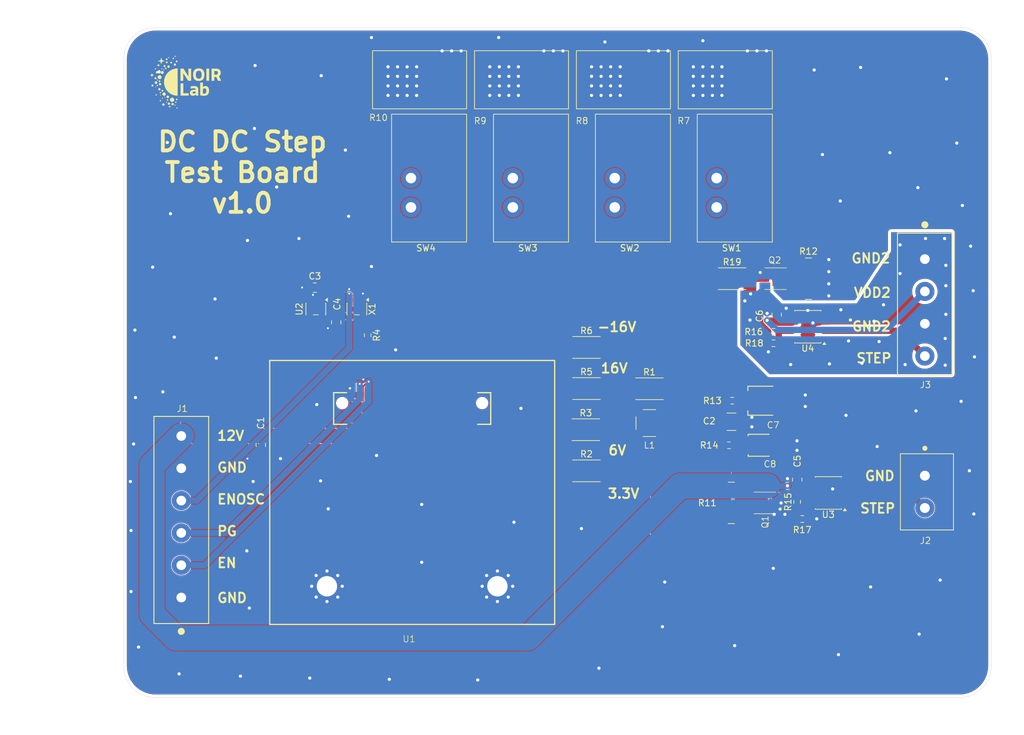
<source format=kicad_pcb>
(kicad_pcb (version 20241229) (generator "pcbnew") (generator_version "9.0")
  (layers (0 "F.Cu" signal) (4 "In1.Cu" signal) (6 "In2.Cu" signal) (2 "B.Cu" signal) (13 "F.Paste" user) (15 "B.Paste" user) (5 "F.SilkS" user "F.Silkscreen") (7 "B.SilkS" user "B.Silkscreen") (1 "F.Mask" user) (3 "B.Mask" user) (25 "Edge.Cuts" user))
  (net 0 "")
  (net 1 "3.3V")
  (net 2 "GND")
  (net 3 "12V")
  (net 4 "VDD2")
  (net 5 "GND2")
  (net 6 "VOUT")
  (net 7 "/en_osc")
  (net 8 "/pg")
  (net 9 "/en")
  (net 10 "/step_pos")
  (net 11 "/step_neg")
  (net 12 "/VO")
  (net 13 "/3V3")
  (net 14 "/6V")
  (net 15 "/16V")
  (net 16 "/rl1")
  (net 17 "/rl2")
  (net 18 "/rl3")
  (net 19 "/rl4")
  (net 20 "/sync")
  (net 21 "/xout")
  (net 22 "/-16V")
  (net 28 "/cf1")
  (net 34 "/cf2")
  (net 35 "/d1")
  (net 36 "/d2")
  (net 37 "/g1")
  (net 38 "/g2")
  (net 39 "/t1")
  (net 40 "/t2")
  (footprint "Resistor_SMD:R_2512_6332Metric" (layer "F.Cu") (at 119.2 69.62)
    (property "Reference" "R6")
    (property "Value" "0")
  )
  (footprint "lib:L101" (layer "F.Cu") (at 126.5 43 90)
    (property "Reference" "SW2")
    (property "Value" "SW_SPST" (hide yes))
  )
  (footprint "lib:DCDC_module" (layer "F.Cu") (at 91.227056 96.147056)
    (property "Reference" "U1")
    (property "Value" "DCDC Module" (hide yes))
  )
  (footprint "Resistor_SMD:R_0603_1608Metric" (layer "F.Cu") (at 152.325 93.9 90)
    (property "Reference" "R15")
    (property "Value" "4.7")
  )
  (footprint "Resistor_SMD:R_2512_6332Metric" (layer "F.Cu") (at 129.1 76.12)
    (property "Reference" "R1")
    (property "Value" "0")
  )
  (footprint "lib:PWR163" (layer "F.Cu") (at 92.218333 27.54 90)
    (property "Reference" "R10")
    (property "Value" "Rload" (hide yes))
  )
  (footprint "Package_TO_SOT_SMD:SOT-23-5" (layer "F.Cu") (at 76.65 63.5825 -90)
    (property "Reference" "U2")
    (property "Value" "LP2980")
  )
  (footprint "Capacitor_SMD:C_1210_3225Metric" (layer "F.Cu") (at 142 81.3)
    (property "Reference" "C2")
    (property "Value" "Cfilter")
  )
  (footprint "lib:CON6_P5MM_VER_TERM-BLK_TYC" (layer "F.Cu") (at 55.5 108.94 90)
    (property "Reference" "J1")
    (property "Value" "796636-6" (hide yes))
  )
  (footprint "lib:TSDSON-8-40" (layer "F.Cu") (at 147.25 94.065 90)
    (property "Reference" "Q1")
    (property "Value" "ISZ015N04NM7V" (hide yes))
  )
  (footprint "Resistor_SMD:R_0603_1608Metric" (layer "F.Cu") (at 142.1 78)
    (property "Reference" "R13")
    (property "Value" "0.5")
  )
  (footprint "Package_SO:SOIC-8_3.9x4.9mm_P1.27mm" (layer "F.Cu") (at 154 66.365 180)
    (property "Reference" "U4")
    (property "Value" "UCC27531D")
  )
  (footprint "Package_SO:SOIC-8_3.9x4.9mm_P1.27mm" (layer "F.Cu") (at 157.225 92.5 180)
    (property "Reference" "U3")
    (property "Value" "UCC27531D")
  )
  (footprint "Resistor_SMD:R_2512_6332Metric" (layer "F.Cu") (at 119.2 76.086667)
    (property "Reference" "R5")
    (property "Value" "0")
  )
  (footprint "lib:T521X" (layer "F.Cu") (at 148.5 78)
    (property "Reference" "C7")
    (property "Value" "100u" (hide yes))
  )
  (footprint "Resistor_SMD:R_0603_1608Metric" (layer "F.Cu") (at 84.8 67.7 -90)
    (property "Reference" "R4")
    (property "Value" "33")
  )
  (footprint "Capacitor_SMD:C_0805_2012Metric" (layer "F.Cu") (at 149.1 64.465 90)
    (property "Reference" "C6")
    (property "Value" "2.2u")
  )
  (footprint "lib:TSDSON-8-40" (layer "F.Cu") (at 148.9125 58.815 -90)
    (property "Reference" "Q2")
    (property "Value" "ISZ015N04NM7V" (hide yes))
  )
  (footprint "Resistor_SMD:R_2512_6332Metric" (layer "F.Cu") (at 119.1 82.553333)
    (property "Reference" "R3")
    (property "Value" "0")
  )
  (footprint "Resistor_SMD:R_1225_3264Metric" (layer "F.Cu") (at 154.1 58.815 180)
    (property "Reference" "R12")
    (property "Value" "Rstep")
  )
  (footprint "lib:L101" (layer "F.Cu") (at 142.518333 43 90)
    (property "Reference" "SW1")
    (property "Value" "SW_SPST" (hide yes))
  )
  (footprint "lib:XGL4020" (layer "F.Cu") (at 129.1 81.52)
    (property "Reference" "L1")
    (property "Value" "1u")
  )
  (footprint "Resistor_SMD:R_0603_1608Metric" (layer "F.Cu") (at 153.125 96.6)
    (property "Reference" "R17")
    (property "Value" "10k")
  )
  (footprint "lib:PWR163" (layer "F.Cu") (at 140.273333 27.54 90)
    (property "Reference" "R7")
    (property "Value" "Rload" (hide yes))
  )
  (footprint "Resistor_SMD:R_2512_6332Metric" (layer "F.Cu") (at 119.2 89.02)
    (property "Reference" "R2")
    (property "Value" "0")
  )
  (footprint "lib:PWR163" (layer "F.Cu") (at 108.236666 27.54 90)
    (property "Reference" "R9")
    (property "Value" "Rload" (hide yes))
  )
  (footprint "Resistor_SMD:R_0603_1608Metric" (layer "F.Cu") (at 148.6 67.165 180)
    (property "Reference" "R16")
    (property "Value" "4.7")
  )
  (footprint "Package_TO_SOT_SMD:SOT-23-5" (layer "F.Cu") (at 83.1 63.5825 -90)
    (property "Reference" "X1")
    (property "Value" "SIT2024B")
  )
  (footprint "lib:L101" (layer "F.Cu") (at 110.481666 43 90)
    (property "Reference" "SW3")
    (property "Value" "SW_SPST" (hide yes))
  )
  (footprint "lib:T52xL" (layer "F.Cu") (at 147.9 85)
    (property "Reference" "C8")
    (property "Value" "100u" (hide yes))
  )
  (footprint "lib:L101" (layer "F.Cu") (at 94.463333 43 90)
    (property "Reference" "SW4")
    (property "Value" "SW_SPST" (hide yes))
  )
  (footprint "Resistor_SMD:R_1225_3264Metric" (layer "F.Cu") (at 141.975 94.065)
    (property "Reference" "R11")
    (property "Value" "Rstep")
  )
  (footprint "Capacitor_SMD:C_0805_2012Metric" (layer "F.Cu") (at 79.85 65.67 -90)
    (property "Reference" "C4")
    (property "Value" "2.2u")
  )
  (footprint "Capacitor_SMD:C_0805_2012Metric" (layer "F.Cu") (at 76.5 60.22 180)
    (property "Reference" "C3")
    (property "Value" "2.2u")
  )
  (footprint "Capacitor_SMD:C_0805_2012Metric" (layer "F.Cu") (at 152.325 90.4 90)
    (property "Reference" "C5")
    (property "Value" "2.2u")
  )
  (footprint "Capacitor_SMD:C_0805_2012Metric" (layer "F.Cu") (at 68 84.95 -90)
    (property "Reference" "C1")
    (property "Value" "2.2u")
  )
  (footprint "Resistor_SMD:R_0603_1608Metric" (layer "F.Cu") (at 141.6 85)
    (property "Reference" "R14")
    (property "Value" "0.5")
  )
  (footprint "Resistor_SMD:R_0603_1608Metric" (layer "F.Cu") (at 148.6 68.965 180)
    (property "Reference" "R18")
    (property "Value" "10k")
  )
  (footprint "lib:CON2_P5MM_VER_TERM-BLK_TYC" (layer "F.Cu") (at 172.4 92.325 -90)
    (property "Reference" "J2")
    (property "Value" "796636-2" (hide yes))
  )
  (footprint "lib:CON4_P5MM_VER_TERM-BLK_TYC" (layer "F.Cu") (at 172.4 55.735 -90)
    (property "Reference" "J3")
    (property "Value" "796636-4" (hide yes))
  )
  (footprint "Resistor_SMD:R_2512_6332Metric" (layer "F.Cu") (at 142.1 58.815)
    (property "Reference" "R19")
    (property "Value" "0")
  )
  (footprint "lib:PWR163" (layer "F.Cu") (at 124.255 27.54 90)
    (property "Reference" "R8")
    (property "Value" "Rload" (hide yes))
  )
  (gr_poly (pts (xy 56.617969 27.013157) (xy 56.617969 25.788136) (xy 57.050562 25.788136) (xy 57.050562 27.701073) (xy 56.591511 27.701073) (xy 55.809667 26.51574) (xy 55.809667 27.701073) (xy 55.370458 27.701073) (xy 55.370458 25.788136) (xy 55.841417 25.788136)) (fill yes) (layer "F.SilkS"))
  (gr_poly (pts (xy 52.445606 25.735322) (xy 52.449637 25.735629) (xy 52.453609 25.736133) (xy 52.457518 25.736831) (xy 52.461358 25.737718) (xy 52.465125 25.738787) (xy 52.468813 25.740035) (xy 52.472418 25.741457) (xy 52.475934 25.743046) (xy 52.479356 25.744799) (xy 52.48268 25.74671) (xy 52.4859 25.748775) (xy 52.489013 25.750988) (xy 52.492011 25.753344) (xy 52.494891 25.755839) (xy 52.497648 25.758467) (xy 52.500276 25.761224) (xy 52.502771 25.764104) (xy 52.505127 25.767103) (xy 52.50734 25.770215) (xy 52.509405 25.773435) (xy 52.511316 25.776759) (xy 52.513069 25.780182) (xy 52.514659 25.783698) (xy 52.51608 25.787302) (xy 52.517328 25.79099) (xy 52.518397 25.794757) (xy 52.519284 25.798597) (xy 52.519982 25.802506) (xy 52.520486 25.806478) (xy 52.520793 25.810509) (xy 52.520896 25.814594) (xy 52.520793 25.818679) (xy 52.520486 25.82271) (xy 52.519982 25.826682) (xy 52.519284 25.830591) (xy 52.518397 25.834431) (xy 52.517328 25.838198) (xy 52.51608 25.841886) (xy 52.514659 25.84549) (xy 52.513069 25.849006) (xy 52.511316 25.852429) (xy 52.509405 25.855753) (xy 52.50734 25.858973) (xy 52.505127 25.862085) (xy 52.502771 25.865084) (xy 52.500276 25.867964) (xy 52.497648 25.870721) (xy 52.494891 25.873349) (xy 52.492011 25.875844) (xy 52.489013 25.8782) (xy 52.4859 25.880413) (xy 52.48268 25.882478) (xy 52.479356 25.884389) (xy 52.475934 25.886142) (xy 52.472418 25.887731) (xy 52.468813 25.889153) (xy 52.465125 25.890401) (xy 52.461358 25.89147) (xy 52.457518 25.892357) (xy 52.453609 25.893055) (xy 52.449637 25.893559) (xy 52.445606 25.893866) (xy 52.441521 25.893969) (xy 52.437437 25.893866) (xy 52.433406 25.893559) (xy 52.429433 25.893055) (xy 52.425524 25.892357) (xy 52.421684 25.89147) (xy 52.417917 25.890401) (xy 52.414229 25.889153) (xy 52.410625 25.887731) (xy 52.407109 25.886142) (xy 52.403686 25.884389) (xy 52.400362 25.882478) (xy 52.397142 25.880413) (xy 52.39403 25.8782) (xy 52.391031 25.875844) (xy 52.388151 25.873349) (xy 52.385394 25.870721) (xy 52.382766 25.867964) (xy 52.380271 25.865084) (xy 52.377915 25.862085) (xy 52.375702 25.858973) (xy 52.373637 25.855753) (xy 52.371726 25.852429) (xy 52.369973 25.849006) (xy 52.368384 25.84549) (xy 52.366962 25.841886) (xy 52.365714 25.838198) (xy 52.364645 25.834431) (xy 52.363759 25.830591) (xy 52.363061 25.826682) (xy 52.362556 25.82271) (xy 52.362249 25.818679) (xy 52.362146 25.814594) (xy 52.362249 25.810509) (xy 52.362556 25.806478) (xy 52.363061 25.802506) (xy 52.363759 25.798597) (xy 52.364645 25.794757) (xy 52.365714 25.79099) (xy 52.366962 25.787302) (xy 52.368384 25.783698) (xy 52.369973 25.780182) (xy 52.371726 25.776759) (xy 52.373637 25.773435) (xy 52.375702 25.770215) (xy 52.377915 25.767103) (xy 52.380271 25.764104) (xy 52.382766 25.761224) (xy 52.385394 25.758467) (xy 52.388151 25.755839) (xy 52.391031 25.753344) (xy 52.39403 25.750988) (xy 52.397142 25.748775) (xy 52.400362 25.74671) (xy 52.403686 25.744799) (xy 52.407109 25.743046) (xy 52.410625 25.741457) (xy 52.414229 25.740035) (xy 52.417917 25.738787) (xy 52.421684 25.737718) (xy 52.425524 25.736831) (xy 52.429433 25.736133) (xy 52.433406 25.735629) (xy 52.437437 25.735322) (xy 52.441521 25.735219)) (fill yes) (layer "F.SilkS"))
  (gr_poly (pts (xy 58.30056 25.756088) (xy 58.354161 25.759155) (xy 58.405961 25.764254) (xy 58.455964 25.771372) (xy 58.504173 25.780497) (xy 58.55059 25.791619) (xy 58.595219 25.804724) (xy 58.638062 25.819803) (xy 58.679122 25.836843) (xy 58.718402 25.855832) (xy 58.755905 25.876759) (xy 58.791634 25.899612) (xy 58.825592 25.92438) (xy 58.857781 25.951051) (xy 58.888205 25.979613) (xy 58.916867 26.010055) (xy 58.943769 26.042365) (xy 58.968914 26.076531) (xy 58.992305 26.112543) (xy 59.013946 26.150387) (xy 59.033839 26.190054) (xy 59.051986 26.23153) (xy 59.068392 26.274804) (xy 59.083058 26.319865) (xy 59.095988 26.366702) (xy 59.107185 26.415302) (xy 59.116651 26.465653) (xy 59.124389 26.517745) (xy 59.130403 26.571565) (xy 59.134695 26.627103) (xy 59.138125 26.743281) (xy 59.134695 26.85946) (xy 59.124389 26.968818) (xy 59.116651 27.02091) (xy 59.107185 27.071261) (xy 59.095988 27.119861) (xy 59.083058 27.166697) (xy 59.068392 27.211759) (xy 59.051986 27.255033) (xy 59.033839 27.296509) (xy 59.013946 27.336175) (xy 58.992305 27.37402) (xy 58.968914 27.410031) (xy 58.943769 27.444198) (xy 58.916867 27.476508) (xy 58.888205 27.50695) (xy 58.857781 27.535512) (xy 58.825592 27.562183) (xy 58.791634 27.586951) (xy 58.755905 27.609804) (xy 58.718402 27.630731) (xy 58.679122 27.64972) (xy 58.638062 27.66676) (xy 58.595219 27.681839) (xy 58.55059 27.694944) (xy 58.504173 27.706066) (xy 58.455964 27.715191) (xy 58.405961 27.722309) (xy 58.354161 27.727407) (xy 58.30056 27.730475) (xy 58.245156 27.7315) (xy 58.189744 27.730475) (xy 58.136121 27.727407) (xy 58.084285 27.722309) (xy 58.034233 27.715191) (xy 57.985964 27.706066) (xy 57.939477 27.694944) (xy 57.894768 27.681839) (xy 57.851836 27.66676) (xy 57.810679 27.64972) (xy 57.771296 27.630731) (xy 57.733684 27.609804) (xy 57.697841 27.586951) (xy 57.663765 27.562183) (xy 57.631454 27.535512) (xy 57.600908 27.50695) (xy 57.572122 27.476508) (xy 57.545096 27.444198) (xy 57.519828 27.410031) (xy 57.496316 27.37402) (xy 57.474557 27.336175) (xy 57.45455 27.296509) (xy 57.436294 27.255033) (xy 57.419785 27.211759) (xy 57.405022 27.166697) (xy 57.392003 27.119861) (xy 57.380726 27.071261) (xy 57.371189 27.02091) (xy 57.363391 26.968818) (xy 57.357329 26.914998) (xy 57.353002 26.85946) (xy 57.349581 26.744605) (xy 57.792718 26.744605) (xy 57.794398 26.818923) (xy 57.799457 26.888573) (xy 57.807927 26.953537) (xy 57.819838 27.013797) (xy 57.835222 27.069338) (xy 57.85411 27.12014) (xy 57.864877 27.143759) (xy 57.876532 27.166186) (xy 57.889079 27.187421) (xy 57.902521 27.20746) (xy 57.916861 27.226302) (xy 57.932105 27.243943) (xy 57.948256 27.260383) (xy 57.965318 27.275619) (xy 57.983294 27.289648) (xy 58.002189 27.302469) (xy 58.022006 27.314079) (xy 58.04275 27.324476) (xy 58.064424 27.333658) (xy 58.087031 27.341623) (xy 58.110577 27.348369) (xy 58.135065 27.353893) (xy 58.160498 27.358193) (xy 58.18688 27.361268) (xy 58.214217 27.363114) (xy 58.24251 27.36373) (xy 58.271153 27.363114) (xy 58.298794 27.361268) (xy 58.325439 27.358193) (xy 58.351095 27.353893) (xy 58.375768 27.348369) (xy 58.399463 27.341623) (xy 58.422186 27.333658) (xy 58.443945 27.324476) (xy 58.464744 27.314079) (xy 58.48459 27.302469) (xy 58.503489 27.289648) (xy 58.521447 27.275619) (xy 58.538469 27.260383) (xy 58.554563 27.243943) (xy 58.569734 27.226302) (xy 58.583988 27.20746) (xy 58.597331 27.187421) (xy 58.60977 27.166186) (xy 58.62131 27.143759) (xy 58.631957 27.12014) (xy 58.641717 27.095332) (xy 58.650597 27.069338) (xy 58.658603 27.042159) (xy 58.66574 27.013797) (xy 58.672015 26.984256) (xy 58.677434 26.953537) (xy 58.682002 26.921641) (xy 58.685726 26.888573) (xy 58.688612 26.854332) (xy 58.690666 26.818923) (xy 58.692302 26.744605) (xy 58.690666 26.670098) (xy 58.685726 26.60037) (xy 58.677434 26.535425) (xy 58.66574 26.475267) (xy 58.650597 26.419899) (xy 58.641717 26.394012) (xy 58.631957 26.369325) (xy 58.62131 26.345837) (xy 58.60977 26.323549) (xy 58.597331 26.302462) (xy 58.583988 26.282576) (xy 58.569734 26.263891) (xy 58.554563 26.246408) (xy 58.538469 26.230128) (xy 58.521447 26.21505) (xy 58.503489 26.201176) (xy 58.48459 26.188506) (xy 58.464744 26.17704) (xy 58.443945 26.166779) (xy 58.422186 26.157724) (xy 58.399463 26.149874) (xy 58.375768 26.143231) (xy 58.351095 26.137794) (xy 58.325439 26.133565) (xy 58.298794 26.130543) (xy 58.271153 26.12873) (xy 58.24251 26.128125) (xy 58.214333 26.128734) (xy 58.187098 26.130558) (xy 58.160803 26.133596) (xy 58.135444 26.137848) (xy 58.111018 26.143312) (xy 58.087523 26.149987) (xy 58.064953 26.157872) (xy 58.043308 26.166965) (xy 58.022583 26.177266) (xy 58.002775 26.188772) (xy 57.983882 26.201484) (xy 57.965899 26.215399) (xy 57.948825 26.230517) (xy 57.932655 26.246835) (xy 57.917386 26.264354) (xy 57.903017 26.283072) (xy 57.889542 26.302987) (xy 57.87696 26.324099) (xy 57.865266 26.346406) (xy 57.854459 26.369906) (xy 57.844534 26.3946) (xy 57.835489 26.420485) (xy 57.82732 26.447561) (xy 57.820024 26.475825) (xy 57.813599 26.505278) (xy 57.80804 26.535917) (xy 57.803345 26.567741) (xy 57.799511 26.60075) (xy 57.796534 26.634942) (xy 57.794412 26.670316) (xy 57.792718 26.744605) (xy 57.349581 26.744605) (xy 57.349542 26.743281) (xy 57.353002 26.627103) (xy 57.363391 26.517745) (xy 57.371189 26.465653) (xy 57.380726 26.415302) (xy 57.392003 26.366702) (xy 57.405022 26.319865) (xy 57.419785 26.274804) (xy 57.436294 26.23153) (xy 57.45455 26.190054) (xy 57.474557 26.150387) (xy 57.496316 26.112543) (xy 57.519828 26.076531) (xy 57.545096 26.042365) (xy 57.572122 26.010055) (xy 57.600908 25.979613) (xy 57.631454 25.951051) (xy 57.663765 25.92438) (xy 57.697841 25.899612) (xy 57.733684 25.876759) (xy 57.771296 25.855832) (xy 57.810679 25.836843) (xy 57.851836 25.819803) (xy 57.894768 25.804724) (xy 57.939477 25.791619) (xy 57.985964 25.780497) (xy 58.034233 25.771372) (xy 58.084285 25.764254) (xy 58.136121 25.759155) (xy 58.189744 25.756088) (xy 58.245156 25.755063)) (fill yes) (layer "F.SilkS"))
  (gr_poly (pts (xy 53.383406 30.017767) (xy 53.393819 30.018559) (xy 53.404081 30.019863) (xy 53.414179 30.021666) (xy 53.4241 30.023956) (xy 53.43383 30.026719) (xy 53.443358 30.029942) (xy 53.45267 30.033614) (xy 53.461753 30.03772) (xy 53.470594 30.042249) (xy 53.479181 30.047186) (xy 53.487501 30.05252) (xy 53.49554 30.058236) (xy 53.503286 30.064324) (xy 53.510727 30.070769) (xy 53.517848 30.077558) (xy 53.524638 30.084679) (xy 53.531082 30.09212) (xy 53.53717 30.099866) (xy 53.542887 30.107905) (xy 53.54822 30.116225) (xy 53.553158 30.124812) (xy 53.557686 30.133653) (xy 53.561792 30.142736) (xy 53.565464 30.152048) (xy 53.568688 30.161575) (xy 53.571451 30.171306) (xy 53.57374 30.181226) (xy 53.575544 30.191324) (xy 53.576848 30.201586) (xy 53.57764 30.212) (xy 53.577906 30.222551) (xy 53.57764 30.233103) (xy 53.576848 30.243517) (xy 53.575544 30.253779) (xy 53.57374 30.263877) (xy 53.571451 30.273797) (xy 53.568688 30.283528) (xy 53.565464 30.293056) (xy 53.561792 30.302367) (xy 53.557686 30.31145) (xy 53.553158 30.320292) (xy 53.54822 30.328879) (xy 53.542887 30.337198) (xy 53.53717 30.345238) (xy 53.531082 30.352984) (xy 53.524638 30.360424) (xy 53.517848 30.367546) (xy 53.510727 30.374335) (xy 53.503286 30.38078) (xy 53.49554 30.386867) (xy 53.487501 30.392584) (xy 53.479181 30.397918) (xy 53.470594 30.402855) (xy 53.461753 30.407384) (xy 53.45267 30.41149) (xy 53.443358 30.415161) (xy 53.43383 30.418385) (xy 53.4241 30.421148) (xy 53.414179 30.423438) (xy 53.404081 30.425241) (xy 53.393819 30.426545) (xy 53.383406 30.427337) (xy 53.372854 30.427604) (xy 53.362302 30.427337) (xy 53.351889 30.426545) (xy 53.341627 30.425241) (xy 53.331529 30.423438) (xy 53.321608 30.421148) (xy 53.311878 30.418385) (xy 53.30235 30.415161) (xy 53.293039 30.41149) (xy 53.283956 30.407384) (xy 53.275114 30.402855) (xy 53.266527 30.397918) (xy 53.258208 30.392584) (xy 53.250168 30.386867) (xy 53.242422 30.38078) (xy 53.234982 30.374335) (xy 53.22786 30.367546) (xy 53.221071 30.360424) (xy 53.214626 30.352984) (xy 53.208539 30.345238) (xy 53.202822 30.337198) (xy 53.197488 30.328879) (xy 53.192551 30.320292) (xy 53.188022 30.31145) (xy 53.183916 30.302367) (xy 53.180245 30.293056) (xy 53.177021 30.283528) (xy 53.174258 30.273797) (xy 53.171968 30.263877) (xy 53.170165 30.253779) (xy 53.168861 30.243517) (xy 53.168069 30.233103) (xy 53.167802 30.222551) (xy 53.168069 30.212) (xy 53.168861 30.201586) (xy 53.170165 30.191324) (xy 53.171968 30.181226) (xy 53.174258 30.171306) (xy 53.177021 30.161575) (xy 53.180245 30.152048) (xy 53.183916 30.142736) (xy 53.188022 30.133653) (xy 53.192551 30.124812) (xy 53.197488 30.116225) (xy 53.202822 30.107905) (xy 53.208539 30.099866) (xy 53.214626 30.09212) (xy 53.221071 30.084679) (xy 53.22786 30.077558) (xy 53.234982 30.070769) (xy 53.242422 30.064324) (xy 53.250168 30.058236) (xy 53.258208 30.05252) (xy 53.266527 30.047186) (xy 53.275114 30.042249) (xy 53.283956 30.03772) (xy 53.293039 30.033614) (xy 53.30235 30.029942) (xy 53.311878 30.026719) (xy 53.321608 30.023956) (xy 53.331529 30.021666) (xy 53.341627 30.019863) (xy 53.351889 30.018559) (xy 53.362302 30.017767) (xy 53.372854 30.0175)) (fill yes) (layer "F.SilkS"))
  (gr_poly (pts (xy 51.743545 27.504072) (xy 51.74798 27.504409) (xy 51.752349 27.504964) (xy 51.756649 27.505732) (xy 51.760873 27.506707) (xy 51.765016 27.507884) (xy 51.769073 27.509256) (xy 51.773038 27.51082) (xy 51.776906 27.512568) (xy 51.780671 27.514496) (xy 51.784327 27.516599) (xy 51.78787 27.51887) (xy 51.791293 27.521304) (xy 51.794591 27.523896) (xy 51.797759 27.52664) (xy 51.800792 27.529532) (xy 51.803683 27.532564) (xy 51.806427 27.535732) (xy 51.809019 27.53903) (xy 51.811453 27.542453) (xy 51.813724 27.545996) (xy 51.815827 27.549652) (xy 51.817755 27.553417) (xy 51.819504 27.557285) (xy 51.821067 27.56125) (xy 51.82244 27.565307) (xy 51.823616 27.56945) (xy 51.824591 27.573674) (xy 51.825359 27.577974) (xy 51.825914 27.582343) (xy 51.826251 27.586777) (xy 51.826365 27.591271) (xy 51.826251 27.595764) (xy 51.825914 27.600198) (xy 51.825359 27.604567) (xy 51.824591 27.608867) (xy 51.823616 27.613091) (xy 51.82244 27.617235) (xy 51.821067 27.621292) (xy 51.819504 27.625257) (xy 51.817755 27.629124) (xy 51.815827 27.632889) (xy 51.813724 27.636545) (xy 51.811453 27.640088) (xy 51.809019 27.643511) (xy 51.806427 27.64681) (xy 51.803683 27.649978) (xy 51.800792 27.65301) (xy 51.797759 27.655901) (xy 51.794591 27.658645) (xy 51.791293 27.661237) (xy 51.78787 27.663672) (xy 51.784327 27.665943) (xy 51.780671 27.668045) (xy 51.776906 27.669973) (xy 51.773038 27.671722) (xy 51.769073 27.673285) (xy 51.765016 27.674658) (xy 51.760873 27.675834) (xy 51.756649 27.676809) (xy 51.752349 27.677577) (xy 51.74798 27.678132) (xy 51.743545 27.67847) (xy 51.739052 27.678583) (xy 51.734559 27.67847) (xy 51.730125 27.678132) (xy 51.725756 27.677577) (xy 51.721456 27.676809) (xy 51.717232 27.675834) (xy 51.713088 27.674658) (xy 51.709031 27.673285) (xy 51.705066 27.671722) (xy 51.701199 27.669973) (xy 51.697434 27.668045) (xy 51.693778 27.665943) (xy 51.690235 27.663672) (xy 51.686812 27.661237) (xy 51.683514 27.658645) (xy 51.680345 27.655901) (xy 51.677313 27.65301) (xy 51.674422 27.649978) (xy 51.671678 27.64681) (xy 51.669086 27.643511) (xy 51.666652 27.640088) (xy 51.66438 27.636545) (xy 51.662278 27.632889) (xy 51.66035 27.629124) (xy 51.658601 27.625257) (xy 51.657038 27.621292) (xy 51.655665 27.617235) (xy 51.654489 27.613091) (xy 51.653514 27.608867) (xy 51.652746 27.604567) (xy 51.652191 27.600198) (xy 51.651853 27.595764) (xy 51.65174 27.591271) (xy 51.651853 27.586777) (xy 51.652191 27.582343) (xy 51.652746 27.577974) (xy 51.653514 27.573674) (xy 51.654489 27.56945) (xy 51.655665 27.565307) (xy 51.657038 27.56125) (xy 51.658601 27.557285) (xy 51.66035 27.553417) (xy 51.662278 27.549652) (xy 51.66438 27.545996) (xy 51.666652 27.542453) (xy 51.669086 27.53903) (xy 51.671678 27.535732) (xy 51.674422 27.532564) (xy 51.677313 27.529532) (xy 51.680345 27.52664) (xy 51.683514 27.523896) (xy 51.686812 27.521304) (xy 51.690235 27.51887) (xy 51.693778 27.516599) (xy 51.697434 27.514496) (xy 51.701199 27.512568) (xy 51.705066 27.51082) (xy 51.709031 27.509256) (xy 51.713088 27.507884) (xy 51.717232 27.506707) (xy 51.721456 27.505732) (xy 51.725756 27.504964) (xy 51.730125 27.504409) (xy 51.734559 27.504072) (xy 51.739052 27.503958)) (fill yes) (layer "F.SilkS"))
  (gr_poly (pts (xy 51.448174 27.141684) (xy 51.456169 27.142292) (xy 51.464048 27.143294) (xy 51.4718 27.144678) (xy 51.479417 27.146436) (xy 51.486887 27.148557) (xy 51.494202 27.151032) (xy 51.501351 27.153851) (xy 51.508324 27.157004) (xy 51.515112 27.16048) (xy 51.521705 27.164271) (xy 51.528092 27.168366) (xy 51.534264 27.172755) (xy 51.540212 27.177428) (xy 51.545924 27.182376) (xy 51.551391 27.187589) (xy 51.556604 27.193056) (xy 51.561552 27.198768) (xy 51.566225 27.204715) (xy 51.570614 27.210888) (xy 51.574709 27.217275) (xy 51.5785 27.223867) (xy 51.581976 27.230655) (xy 51.585129 27.237629) (xy 51.587948 27.244778) (xy 51.590423 27.252092) (xy 51.592544 27.259563) (xy 51.594302 27.267179) (xy 51.595686 27.274932) (xy 51.596688 27.28281) (xy 51.597296 27.290805) (xy 51.5975 27.298906) (xy 51.597296 27.307008) (xy 51.596688 27.315002) (xy 51.595686 27.322881) (xy 51.594302 27.330633) (xy 51.592544 27.33825) (xy 51.590423 27.34572) (xy 51.587948 27.353035) (xy 51.585129 27.360184) (xy 51.581976 27.367158) (xy 51.5785 27.373945) (xy 51.574709 27.380538) (xy 51.570614 27.386925) (xy 51.566225 27.393097) (xy 51.561552 27.399045) (xy 51.556604 27.404757) (xy 51.551391 27.410224) (xy 51.545924 27.415437) (xy 51.540212 27.420385) (xy 51.534264 27.425058) (xy 51.528092 27.429447) (xy 51.521705 27.433542) (xy 51.515112 27.437333) (xy 51.508324 27.440809) (xy 51.501351 27.443962) (xy 51.494202 27.446781) (xy 51.486887 27.449256) (xy 51.479417 27.451377) (xy 51.4718 27.453135) (xy 51.464048 27.454519) (xy 51.456169 27.45552) (xy 51.448174 27.456128) (xy 51.440073 27.456333) (xy 51.431972 27.456128) (xy 51.423977 27.45552) (xy 51.416099 27.454519) (xy 51.408346 27.453135) (xy 51.40073 27.451377) (xy 51.393259 27.449256) (xy 51.385945 27.446781) (xy 51.378796 27.443962) (xy 51.371822 27.440809) (xy 51.365034 27.437333) (xy 51.358442 27.433542) (xy 51.352054 27.429447) (xy 51.345882 27.425058) (xy 51.339935 27.420385) (xy 51.334223 27.415437) (xy 51.328756 27.410224) (xy 51.323543 27.404757) (xy 51.318595 27.399045) (xy 51.313921 27.393097) (xy 51.309532 27.386925) (xy 51.305437 27.380538) (xy 51.301647 27.373945) (xy 51.29817 27.367158) (xy 51.295018 27.360184) (xy 51.292199 27.353035) (xy 51.289724 27.34572) (xy 51.287602 27.33825) (xy 51.285845 27.330633) (xy 51.28446 27.322881) (xy 51.283459 27.315002) (xy 51.282851 27.307008) (xy 51.282646 27.298906) (xy 51.282851 27.290805) (xy 51.283459 27.28281) (xy 51.28446 27.274932) (xy 51.285845 27.267179) (xy 51.287602 27.259563) (xy 51.289724 27.252092) (xy 51.292199 27.244778) (xy 51.295018 27.237629) (xy 51.29817 27.230655) (xy 51.301647 27.223867) (xy 51.305437 27.217275) (xy 51.309532 27.210888) (xy 51.313921 27.204715) (xy 51.318595 27.198768) (xy 51.323543 27.193056) (xy 51.328756 27.187589) (xy 51.334223 27.182376) (xy 51.339935 27.177428) (xy 51.345882 27.172755) (xy 51.352054 27.168366) (xy 51.358442 27.164271) (xy 51.365034 27.16048) (xy 51.371822 27.157004) (xy 51.378796 27.153851) (xy 51.385945 27.151032) (xy 51.393259 27.148557) (xy 51.40073 27.146436) (xy 51.408346 27.144678) (xy 51.416099 27.143294) (xy 51.423977 27.142292) (xy 51.431972 27.141684) (xy 51.440073 27.14148)) (fill yes) (layer "F.SilkS"))
  (gr_poly (pts (xy 54.14459 31.185881) (xy 54.154197 31.186611) (xy 54.163664 31.187814) (xy 54.17298 31.189478) (xy 54.182133 31.191591) (xy 54.19111 31.19414) (xy 54.1999 31.197114) (xy 54.208491 31.200501) (xy 54.216871 31.20429) (xy 54.225028 31.208467) (xy 54.23295 31.213023) (xy 54.240625 31.217943) (xy 54.248042 31.223218) (xy 54.255189 31.228834) (xy 54.262053 31.23478) (xy 54.268623 31.241044) (xy 54.274887 31.247614) (xy 54.280833 31.254478) (xy 54.286449 31.261624) (xy 54.291723 31.269041) (xy 54.296644 31.276717) (xy 54.301199 31.284639) (xy 54.305377 31.292796) (xy 54.309165 31.301176) (xy 54.312552 31.309767) (xy 54.315527 31.318557) (xy 54.318076 31.327534) (xy 54.320188 31.336686) (xy 54.321852 31.346002) (xy 54.323055 31.35547) (xy 54.323785 31.365077) (xy 54.324032 31.374812) (xy 54.323785 31.384547) (xy 54.323055 31.394154) (xy 54.321852 31.403622) (xy 54.320188 31.412938) (xy 54.318076 31.42209) (xy 54.315527 31.431067) (xy 54.312552 31.439857) (xy 54.309165 31.448448) (xy 54.305377 31.456828) (xy 54.301199 31.464985) (xy 54.296644 31.472907) (xy 54.291723 31.480582) (xy 54.286449 31.487999) (xy 54.280833 31.495146) (xy 54.274887 31.50201) (xy 54.268623 31.50858) (xy 54.262053 31.514844) (xy 54.255189 31.52079) (xy 54.248042 31.526406) (xy 54.240625 31.53168) (xy 54.23295 31.536601) (xy 54.225028 31.541156) (xy 54.216871 31.545334) (xy 54.208491 31.549122) (xy 54.1999 31.55251) (xy 54.19111 31.555484) (xy 54.182133 31.558033) (xy 54.17298 31.560145) (xy 54.163664 31.561809) (xy 54.154197 31.563012) (xy 54.14459 31.563743) (xy 54.134855 31.563989) (xy 54.12512 31.563743) (xy 54.115512 31.563012) (xy 54.106045 31.561809) (xy 54.096729 31.560145) (xy 54.087576 31.558033) (xy 54.078599 31.555484) (xy 54.069809 31.55251) (xy 54.061218 31.549122) (xy 54.052838 31.545334) (xy 54.044681 31.541156) (xy 54.036759 31.536601) (xy 54.029084 31.53168) (xy 54.021667 31.526406) (xy 54.01452 31.52079) (xy 54.007656 31.514844) (xy 54.001086 31.50858) (xy 53.994822 31.50201) (xy 53.988876 31.495146) (xy 53.98326 31.487999) (xy 53.977986 31.480582) (xy 53.973065 31.472907) (xy 53.96851 31.464985) (xy 53.964332 31.456828) (xy 53.960544 31.448448) (xy 53.957157 31.439857) (xy 53.954183 31.431067) (xy 53.951633 31.42209) (xy 53.949521 31.412938) (xy 53.947857 31.403622) (xy 53.946654 31.394154) (xy 53.945924 31.384547) (xy 53.945678 31.374812) (xy 53.945924 31.365077) (xy 53.946654 31.35547) (xy 53.947857 31.346002) (xy 53.949521 31.336686) (xy 53.951633 31.327534) (xy 53.954183 31.318557) (xy 53.957157 31.309767) (xy 53.960544 31.301176) (xy 53.964332 31.292796) (xy 53.96851 31.284639) (xy 53.973065 31.276717) (xy 53.977986 31.269041) (xy 53.98326 31.261624) (xy 53.988876 31.254478) (xy 53.994822 31.247614) (xy 54.001086 31.241044) (xy 54.007656 31.23478) (xy 54.01452 31.228834) (xy 54.021667 31.223218) (xy 54.029084 31.217943) (xy 54.036759 31.213023) (xy 54.044681 31.208467) (xy 54.052838 31.20429) (xy 54.061218 31.200501) (xy 54.069809 31.197114) (xy 54.078599 31.19414) (xy 54.087576 31.191591) (xy 54.096729 31.189478) (xy 54.106045 31.187814) (xy 54.115512 31.186611) (xy 54.12512 31.185881) (xy 54.134855 31.185635)) (fill yes) (layer "F.SilkS"))
  (gr_poly (pts (xy 57.629348 28.527389) (xy 57.69527 28.53381) (xy 57.757521 28.544513) (xy 57.78723 28.551471) (xy 57.815973 28.559501) (xy 57.843733 28.568602) (xy 57.870494 28.578775) (xy 57.896241 28.59002) (xy 57.920956 28.602338) (xy 57.944624 28.615728) (xy 57.967228 28.630191) (xy 57.988752 28.645727) (xy 58.00918 28.662337) (xy 58.028496 28.68002) (xy 58.046683 28.698777) (xy 58.063726 28.718608) (xy 58.079607 28.739513) (xy 58.094312 28.761493) (xy 58.107822 28.784548) (xy 58.120123 28.808677) (xy 58.131198 28.833882) (xy 58.141031 28.860163) (xy 58.149606 28.887519) (xy 58.156906 28.915951) (xy 58.162915 28.945459) (xy 58.167617 28.976044) (xy 58.170995 29.007706) (xy 58.173034 29.040445) (xy 58.173718 29.07426) (xy 58.173718 30.034698) (xy 57.809916 30.034698) (xy 57.778166 29.8905) (xy 57.767583 29.8905) (xy 57.738143 29.910903) (xy 57.708858 29.929947) (xy 57.679728 29.947639) (xy 57.650753 29.963984) (xy 57.621933 29.978988) (xy 57.593268 29.992656) (xy 57.564758 30.004996) (xy 57.536403 30.016012) (xy 57.508203 30.02571) (xy 57.480159 30.034096) (xy 57.452269 30.041176) (xy 57.424534 30.046955) (xy 57.396954 30.05144) (xy 57.36953 30.054637) (xy 57.34226 30.056551) (xy 57.315146 30.057187) (xy 57.291245 30.056718) (xy 57.267682 30.055312) (xy 57.244484 30.052968) (xy 57.221679 30.049686) (xy 57.199294 30.045468) (xy 57.177358 30.040313) (xy 57.155897 30.034222) (xy 57.13494 30.027194) (xy 57.114513 30.019231) (xy 57.094646 30.010331) (xy 57.075364 30.000496) (xy 57.056696 29.989726) (xy 57.03867 29.978021) (xy 57.021313 29.965381) (xy 57.004652 29.951807) (xy 56.988716 29.937298) (xy 56.973532 29.921855) (xy 56.959127 29.905479) (xy 56.945529 29.888169) (xy 56.932766 29.869925) (xy 56.920865 29.850748) (xy 56.909855 29.830639) (xy 56.899762 29.809597) (xy 56.890614 29.787623) (xy 56.882439 29.764716) (xy 56.875264 29.740878) (xy 56.869117 29.716108) (xy 56.864026 29.690406) (xy 56.860018 29.663774) (xy 56.857122 29.63621) (xy 56.855363 29.607716) (xy 56.854771 29.578292) (xy 56.855352 29.553242) (xy 56.856014 29.543896) (xy 57.284719 29.543896) (xy 57.284938 29.553775) (xy 57.28559 29.563323) (xy 57.286667 29.572539) (xy 57.288158 29.581426) (xy 57.290055 29.589984) (xy 57.292349 29.598215) (xy 57.295031 29.60612) (xy 57.298093 29.613701) (xy 57.301524 29.620957) (xy 57.305317 29.627891) (xy 57.309461 29.634504) (xy 57.31395 29.640797) (xy 57.318772 29.646771) (xy 57.323919 29.652428) (xy 57.329384 29.657768) (xy 57.335155 29.662793) (xy 57.341225 29.667504) (xy 57.347584 29.671903) (xy 57.354224 29.675989) (xy 57.361135 29.679766) (xy 57.368309 29.683234) (xy 57.375737 29.686393) (xy 57.383409 29.689246) (xy 57.391317 29.691794) (xy 57.399452 29.694037) (xy 57.407804 29.695977) (xy 57.416365 29.697616) (xy 57.425126 29.698953) (xy 57.443212 29.700732) (xy 57.46199 29.701323) (xy 57.481549 29.700955) (xy 57.501016 29.699868) (xy 57.520358 29.698087) (xy 57.539545 29.695638) (xy 57.558547 29.692546) (xy 57.577331 29.688835) (xy 57.595867 29.684531) (xy 57.614125 29.67966) (xy 57.632072 29.674246) (xy 57.649678 29.668314) (xy 57.666912 29.661891) (xy 57.683743 29.655) (xy 57.70014 29.647667) (xy 57.716072 29.639918) (xy 57.731508 29.631777) (xy 57.746416 29.623271) (xy 57.746416 29.399698) (xy 57.745094 29.399698) (xy 57.501678 29.399698) (xy 57.474606 29.400285) (xy 57.449436 29.402041) (xy 57.426145 29.404956) (xy 57.404712 29.40902) (xy 57.385117 29.414224) (xy 57.367337 29.420557) (xy 57.359121 29.424144) (xy 57.351352 29.42801) (xy 57.344025 29.432154) (xy 57.33714 29.436574) (xy 57.330692 29.44127) (xy 57.32468 29.446239) (xy 57.3191 29.451481) (xy 57.31395 29.456994) (xy 57.309227 29.462778) (xy 57.304929 29.468831) (xy 57.301053 29.475152) (xy 57.297597 29.481739) (xy 57.294557 29.488593) (xy 57.291931 29.49571) (xy 57.289716 29.50309) (xy 57.28791 29.510733) (xy 57.28651 29.518635) (xy 57.285513 29.526798) (xy 57.284719 29.543896) (xy 56.856014 29.543896) (xy 56.857091 29.528707) (xy 56.859985 29.504704) (xy 56.864029 29.481254) (xy 56.869219 29.458372) (xy 56.875552 29.436079) (xy 56.883022 29.414393) (xy 56.891627 29.393331) (xy 56.901361 29.372913) (xy 56.912221 29.353157) (xy 56.924202 29.334081) (xy 56.937301 29.315703) (xy 56.951513 29.298042) (xy 56.966834 29.281117) (xy 56.983261 29.264946) (xy 57.000788 29.249547) (xy 57.019412 29.234939) (xy 57.039129 29.221139) (xy 57.059934 29.208167) (xy 57.081824 29.196041) (xy 57.104795 29.18478) (xy 57.128841 29.1744) (xy 57.15396 29.164923) (xy 57.180146 29.156364) (xy 57.207397 29.148744) (xy 57.235707 29.14208) (xy 57.265073 29.13639) (xy 57.295491 29.131694) (xy 57.326956 29.128009) (xy 57.359464 29.125354) (xy 57.393011 29.123748) (xy 57.427593 29.123209) (xy 57.745094 29.123209) (xy 57.745094 29.120563) (xy 57.745094 29.045157) (xy 57.744901 29.035934) (xy 57.74431 29.026874) (xy 57.743304 29.017987) (xy 57.741864 29.00928) (xy 57.739972 29.000762) (xy 57.737611 28.992442) (xy 57.734763 28.984327) (xy 57.73141 28.976427) (xy 57.727533 28.968749) (xy 57.723115 28.961303) (xy 57.718138 28.954097) (xy 57.712584 28.947139) (xy 57.706435 28.940438) (xy 57.699673 28.934002) (xy 57.692281 28.92784) (xy 57.684239 28.92196) (xy 57.675532 28.91637) (xy 57.666139 28.91108) (xy 57.656044 28.906098) (xy 57.645229 28.901431) (xy 57.633675 28.897089) (xy 57.621365 28.893081) (xy 57.608281 28.889413) (xy 57.594405 28.886096) (xy 57.579719 28.883138) (xy 57.564205 28.880546) (xy 57.547845 28.87833) (xy 57.530621 28.876497) (xy 57.512516 28.875057) (xy 57.49351 28.874019) (xy 57.473588 28.873389) (xy 57.452729 28.873177) (xy 57.402639 28.874394) (xy 57.345945 28.877952) (xy 57.2846 28.883711) (xy 57.220557 28.891533) (xy 57.15577 28.901276) (xy 57.092193 28.912803) (xy 57.031778 28.925972) (xy 57.003367 28.93313) (xy 56.976479 28.940646) (xy 56.976479 28.587427) (xy 57.050327 28.573361) (xy 57.126237 28.560969) (xy 57.203046 28.550313) (xy 57.279592 28.541455) (xy 57.354712 28.534458) (xy 57.427242 28.529384) (xy 57.496021 28.526293) (xy 57.559885 28.52525)) (fill yes) (layer "F.SilkS"))
  (gr_poly (pts (xy 53.540981 23.977166) (xy 53.545012 23.977472) (xy 53.548984 23.977977) (xy 53.552893 23.978675) (xy 53.556733 23.979562) (xy 53.5605 23.980631) (xy 53.564188 23.981879) (xy 53.567792 23.9833) (xy 53.571308 23.98489) (xy 53.574731 23.986643) (xy 53.578055 23.988554) (xy 53.581275 23.990619) (xy 53.584387 23.992832) (xy 53.587386 23.995188) (xy 53.590266 23.997683) (xy 53.593022 24.000311) (xy 53.595651 24.003068) (xy 53.598145 24.005948) (xy 53.600502 24.008946) (xy 53.602715 24.012058) (xy 53.604779 24.015279) (xy 53.606691 24.018603) (xy 53.608444 24.022025) (xy 53.610033 24.025541) (xy 53.611454 24.029146) (xy 53.612702 24.032834) (xy 53.613772 24.036601) (xy 53.614658 24.040441) (xy 53.615356 24.04435) (xy 53.615861 24.048322) (xy 53.616168 24.052353) (xy 53.616271 24.056438) (xy 53.616168 24.060522) (xy 53.615861 24.064553) (xy 53.615356 24.068526) (xy 53.614658 24.072435) (xy 53.613772 24.076275) (xy 53.612702 24.080042) (xy 53.611454 24.08373) (xy 53.610033 24.087334) (xy 53.608444 24.09085) (xy 53.606691 24.094273) (xy 53.604779 24.097597) (xy 53.602715 24.100817) (xy 53.600502 24.103929) (xy 53.598145 24.106928) (xy 53.595651 24.109808) (xy 53.593022 24.112564) (xy 53.590266 24.115193) (xy 53.587386 24.117687) (xy 53.584387 24.120044) (xy 53.581275 24.122257) (xy 53.578055 24.124321) (xy 53.574731 24.126233) (xy 53.571308 24.127986) (xy 53.567792 24.129575) (xy 53.564188 24.130996) (xy 53.5605 24.132244) (xy 53.556733 24.133314) (xy 53.552893 24.1342) (xy 53.548984 24.134898) (xy 53.545012 24.135403) (xy 53.540981 24.13571) (xy 53.536896 24.135813) (xy 53.532811 24.13571) (xy 53.52878 24.135403) (xy 53.524808 24.134898) (xy 53.520899 24.1342) (xy 53.517059 24.133314) (xy 53.513292 24.132244) (xy 53.509604 24.130996) (xy 53.506 24.129575) (xy 53.502484 24.127986) (xy 53.499061 24.126233) (xy 53.495737 24.124321) (xy 53.492517 24.122257) (xy 53.489405 24.120044) (xy 53.486406 24.117687) (xy 53.483526 24.115193) (xy 53.48077 24.112564) (xy 53.478141 24.109808) (xy 53.475647 24.106928) (xy 53.47329 24.103929) (xy 53.471077 24.100817) (xy 53.469013 24.097597) (xy 53.467101 24.094273) (xy 53.465348 24.09085) (xy 53.463759 24.087334) (xy 53.462338 24.08373) (xy 53.46109 24.080042) (xy 53.46002 24.076275) (xy 53.459134 24.072435) (xy 53.458436 24.068526) (xy 53.457931 24.064553) (xy 53.457625 24.060522) (xy 53.457521 24.056438) (xy 53.457625 24.052353) (xy 53.457931 24.048322) (xy 53.458436 24.04435) (xy 53.459134 24.040441) (xy 53.46002 24.036601) (xy 53.46109 24.032834) (xy 53.462338 24.029146) (xy 53.463759 24.025541) (xy 53.465348 24.022025) (xy 53.467101 24.018603) (xy 53.469013 24.015279) (xy 53.471077 24.012058) (xy 53.47329 24.008946) (xy 53.475647 24.005948) (xy 53.478141 24.003068) (xy 53.48077 24.000311) (xy 53.483526 23.997683) (xy 53.486406 23.995188) (xy 53.489405 23.992832) (xy 53.492517 23.990619) (xy 53.495737 23.988554) (xy 53.499061 23.986643) (xy 53.502484 23.98489) (xy 53.506 23.9833) (xy 53.509604 23.981879) (xy 53.513292 23.980631) (xy 53.517059 23.979562) (xy 53.520899 23.978675) (xy 53.524808 23.977977) (xy 53.52878 23.977472) (xy 53.532811 23.977166) (xy 53.536896 23.977063)) (fill yes) (layer "F.SilkS"))
  (gr_poly (pts (xy 54.932573 30.053219) (xy 54.822005 30.050424) (xy 54.71289 30.042128) (xy 54.605363 30.028467) (xy 54.499558 30.009576) (xy 54.395611 29.985588) (xy 54.293656 29.956641) (xy 54.193828 29.922867) (xy 54.096262 29.884402) (xy 54.001094 29.841382) (xy 53.908458 29.793941) (xy 53.818488 29.742213) (xy 53.731321 29.686334) (xy 53.64709 29.626439) (xy 53.565931 29.562663) (xy 53.487979 29.495141) (xy 53.413369 29.424007) (xy 53.342235 29.349396) (xy 53.274712 29.271444) (xy 53.210936 29.190285) (xy 53.151041 29.106055) (xy 53.095162 29.018887) (xy 53.043435 28.928918) (xy 52.995994 28.836281) (xy 52.952973 28.741113) (xy 52.914509 28.643547) (xy 52.880735 28.54372) (xy 52.851787 28.441765) (xy 52.8278 28.337817) (xy 52.808908 28.232012) (xy 52.795247 28.124485) (xy 52.786952 28.01537) (xy 52.784157 27.904802) (xy 52.786952 27.794235) (xy 52.795247 27.68512) (xy 52.808908 27.577592) (xy 52.8278 27.471787) (xy 52.851787 27.36784) (xy 52.880735 27.265885) (xy 52.914509 27.166057) (xy 52.952973 27.068492) (xy 52.995994 26.973323) (xy 53.043435 26.880687) (xy 53.095162 26.790718) (xy 53.151041 26.70355) (xy 53.210936 26.61932) (xy 53.274712 26.538161) (xy 53.342235 26.460209) (xy 53.413369 26.385598) (xy 53.487979 26.314464) (xy 53.565931 26.246941) (xy 53.64709 26.183165) (xy 53.731321 26.12327) (xy 53.818488 26.067392) (xy 53.908458 26.015664) (xy 54.001094 25.968223) (xy 54.096262 25.925202) (xy 54.193828 25.886738) (xy 54.293656 25.852964) (xy 54.395611 25.824016) (xy 54.499558 25.800029) (xy 54.605363 25.781138) (xy 54.71289 25.767477) (xy 54.822005 25.759181) (xy 54.932573 25.756386)) (fill yes) (layer "F.SilkS"))
  (gr_poly (pts (xy 52.542226 29.104893) (xy 52.550221 29.105501) (xy 52.5581 29.106502) (xy 52.565852 29.107886) (xy 52.573469 29.109644) (xy 52.580939 29.111765) (xy 52.588254 29.11424) (xy 52.595403 29.117059) (xy 52.602376 29.120212) (xy 52.609164 29.123688) (xy 52.615757 29.127479) (xy 52.622144 29.131574) (xy 52.628316 29.135963) (xy 52.634263 29.140636) (xy 52.639976 29.145584) (xy 52.645443 29.150797) (xy 52.650656 29.156264) (xy 52.655604 29.161976) (xy 52.660277 29.167924) (xy 52.664666 29.174096) (xy 52.668761 29.180483) (xy 52.672552 29.187076) (xy 52.676028 29.193864) (xy 52.679181 29.200837) (xy 52.682 29.207986) (xy 52.684475 29.215301) (xy 52.686596 29.222771) (xy 52.688354 29.230388) (xy 52.689739 29.23814) (xy 52.69074 29.246019) (xy 52.691348 29.254013) (xy 52.691552 29.262115) (xy 52.691348 29.270216) (xy 52.69074 29.278211) (xy 52.689739 29.286089) (xy 52.688354 29.293842) (xy 52.686596 29.301458) (xy 52.684475 29.308929) (xy 52.682 29.316243) (xy 52.679181 29.323392) (xy 52.676028 29.330366) (xy 52.672552 29.337154) (xy 52.668761 29.343746) (xy 52.664666 29.350134) (xy 52.660277 29.356306) (xy 52.655604 29.362253) (xy 52.650656 29.367965) (xy 52.645443 29.373432) (xy 52.639976 29.378645) (xy 52.634263 29.383593) (xy 52.628316 29.388266) (xy 52.622144 29.392655) (xy 52.615757 29.39675) (xy 52.609164 29.400541) (xy 52.602376 29.404017) (xy 52.595403 29.40717) (xy 52.588254 29.409989) (xy 52.580939 29.412464) (xy 52.573469 29.414585) (xy 52.565852 29.416343) (xy 52.5581 29.417728) (xy 52.550221 29.418729) (xy 52.542226 29.419337) (xy 52.534125 29.419541) (xy 52.526024 29.419337) (xy 52.518029 29.418729) (xy 52.510151 29.417728) (xy 52.502398 29.416343) (xy 52.494782 29.414585) (xy 52.487311 29.412464) (xy 52.479996 29.409989) (xy 52.472847 29.40717) (xy 52.465874 29.404017) (xy 52.459086 29.400541) (xy 52.452493 29.39675) (xy 52.446106 29.392655) (xy 52.439934 29.388266) (xy 52.433987 29.383593) (xy 52.428275 29.378645) (xy 52.422807 29.373432) (xy 52.417595 29.367965) (xy 52.412647 29.362253) (xy 52.407973 29.356306) (xy 52.403584 29.350134) (xy 52.399489 29.343746) (xy 52.395699 29.337154) (xy 52.392222 29.330366) (xy 52.389069 29.323392) (xy 52.386251 29.316243) (xy 52.383776 29.308929) (xy 52.381654 29.301458) (xy 52.379896 29.293842) (xy 52.378512 29.286089) (xy 52.377511 29.278211) (xy 52.376903 29.270216) (xy 52.376698 29.262115) (xy 52.376903 29.254013) (xy 52.377511 29.246019) (xy 52.378512 29.23814) (xy 52.379896 29.230388) (xy 52.381654 29.222771) (xy 52.383776 29.215301) (xy 52.386251 29.207986) (xy 52.389069 29.200837) (xy 52.392222 29.193864) (xy 52.395699 29.187076) (xy 52.399489 29.180483) (xy 52.403584 29.174096) (xy 52.407973 29.167924) (xy 52.412647 29.161976) (xy 52.417595 29.156264) (xy 52.422807 29.150797) (xy 52.428275 29.145584) (xy 52.433987 29.140636) (xy 52.439934 29.135963) (xy 52.446106 29.131574) (xy 52.452493 29.127479) (xy 52.459086 29.123688) (xy 52.465874 29.120212) (xy 52.472847 29.117059) (xy 52.479996 29.11424) (xy 52.487311 29.111765) (xy 52.494782 29.109644) (xy 52.502398 29.107886) (xy 52.510151 29.106502) (xy 52.518029 29.105501) (xy 52.526024 29.104893) (xy 52.534125 29.104688)) (fill yes) (layer "F.SilkS"))
  (gr_poly (pts (xy 52.068983 26.003885) (xy 52.073417 26.004222) (xy 52.077787 26.004777) (xy 52.082086 26.005545) (xy 52.086311 26.00652) (xy 52.090454 26.007696) (xy 52.094511 26.009069) (xy 52.098476 26.010632) (xy 52.102343 26.012381) (xy 52.106108 26.014309) (xy 52.109765 26.016411) (xy 52.113307 26.018683) (xy 52.11673 26.021117) (xy 52.120029 26.023709) (xy 52.123197 26.026453) (xy 52.126229 26.029344) (xy 52.12912 26.032376) (xy 52.131864 26.035545) (xy 52.134456 26.038843) (xy 52.136891 26.042266) (xy 52.139162 26.045809) (xy 52.141264 26.049465) (xy 52.143192 26.05323) (xy 52.144941 26.057097) (xy 52.146504 26.061062) (xy 52.147877 26.065119) (xy 52.149053 26.069262) (xy 52.150028 26.073487) (xy 52.150796 26.077786) (xy 52.151352 26.082156) (xy 52.151689 26.08659) (xy 52.151802 26.091083) (xy 52.151689 26.095576) (xy 52.151352 26.10001) (xy 52.150796 26.10438) (xy 52.150028 26.10868) (xy 52.149053 26.112904) (xy 52.147877 26.117047) (xy 52.146504 26.121104) (xy 52.144941 26.125069) (xy 52.143192 26.128937) (xy 52.141264 26.132702) (xy 52.139162 26.136358) (xy 52.136891 26.139901) (xy 52.134456 26.143324) (xy 52.131864 26.146622) (xy 52.12912 26.14979) (xy 52.126229 26.152823) (xy 52.123197 26.155714) (xy 52.120029 26.158458) (xy 52.11673 26.16105) (xy 52.113307 26.163484) (xy 52.109765 26.165755) (xy 52.106108 26.167858) (xy 52.102343 26.169786) (xy 52.098476 26.171534) (xy 52.094511 26.173098) (xy 52.090454 26.17447) (xy 52.086311 26.175647) (xy 52.082086 26.176622) (xy 52.077787 26.17739) (xy 52.073417 26.177945) (xy 52.068983 26.178282) (xy 52.06449 26.178396) (xy 52.059997 26.178282) (xy 52.055563 26.177945) (xy 52.051193 26.17739) (xy 52.046893 26.176622) (xy 52.042669 26.175647) (xy 52.038526 26.17447) (xy 52.034469 26.173098) (xy 52.030504 26.171534) (xy 52.026636 26.169786) (xy 52.022872 26.167858) (xy 52.019215 26.165755) (xy 52.015673 26.163484) (xy 52.012249 26.16105) (xy 52.008951 26.158458) (xy 52.005783 26.155714) (xy 52.002751 26.152823) (xy 51.99986 26.14979) (xy 51.997115 26.146622) (xy 51.994523 26.143324) (xy 51.992089 26.139901) (xy 51.989818 26.136358) (xy 51.987716 26.132702) (xy 51.985787 26.128937) (xy 51.984039 26.125069) (xy 51.982476 26.121104) (xy 51.981103 26.117047) (xy 51.979926 26.112904) (xy 51.978951 26.10868) (xy 51.978183 26.10438) (xy 51.977628 26.10001) (xy 51.977291 26.095576) (xy 51.977177 26.091083) (xy 51.977291 26.08659) (xy 51.977628 26.082156) (xy 51.978183 26.077786) (xy 51.978951 26.073487) (xy 51.979926 26.069262) (xy 51.981103 26.065119) (xy 51.982476 26.061062) (xy 51.984039 26.057097) (xy 51.985787 26.05323) (xy 51.987716 26.049465) (xy 51.989818 26.045809) (xy 51.992089 26.042266) (xy 51.994523 26.038843) (xy 51.997115 26.035545) (xy 51.99986 26.032376) (xy 52.002751 26.029344) (xy 52.005783 26.026453) (xy 52.008951 26.023709) (xy 52.012249 26.021117) (xy 52.015673 26.018683) (xy 52.019215 26.016411) (xy 52.022872 26.014309) (xy 52.026636 26.012381) (xy 52.030504 26.010632) (xy 52.034469 26.009069) (xy 52.038526 26.007696) (xy 52.042669 26.00652) (xy 52.046893 26.005545) (xy 52.051193 26.004777) (xy 52.055563 26.004222) (xy 52.059997 26.003885) (xy 52.06449 26.003771)) (fill yes) (layer "F.SilkS"))
  (gr_poly (pts (xy 59.880281 27.702396) (xy 59.441073 27.702396) (xy 59.441073 25.788136) (xy 59.880281 25.788136)) (fill yes) (layer "F.SilkS"))
  (gr_poly (pts (xy 54.797488 30.505821) (xy 54.803871 30.506306) (xy 54.81016 30.507105) (xy 54.816349 30.508211) (xy 54.82243 30.509614) (xy 54.828394 30.511307) (xy 54.834233 30.513283) (xy 54.83994 30.515534) (xy 54.845507 30.51805) (xy 54.850926 30.520826) (xy 54.856189 30.523852) (xy 54.861288 30.527121) (xy 54.866216 30.530625) (xy 54.870963 30.534356) (xy 54.875524 30.538306) (xy 54.879888 30.542467) (xy 54.88405 30.546832) (xy 54.888 30.551392) (xy 54.891731 30.556139) (xy 54.895235 30.561067) (xy 54.898504 30.566166) (xy 54.90153 30.571429) (xy 54.904305 30.576847) (xy 54.906822 30.582414) (xy 54.909072 30.588122) (xy 54.911048 30.593961) (xy 54.912742 30.599925) (xy 54.914145 30.606005) (xy 54.91525 30.612194) (xy 54.916049 30.618484) (xy 54.916535 30.624866) (xy 54.916698 30.631333) (xy 54.916535 30.637801) (xy 54.916049 30.644183) (xy 54.91525 30.650473) (xy 54.914145 30.656662) (xy 54.912742 30.662742) (xy 54.911048 30.668706) (xy 54.909072 30.674546) (xy 54.906822 30.680253) (xy 54.904305 30.68582) (xy 54.90153 30.691239) (xy 54.898504 30.696502) (xy 54.895235 30.701601) (xy 54.891731 30.706528) (xy 54.888 30.711276) (xy 54.88405 30.715836) (xy 54.879888 30.720201) (xy 54.875524 30.724362) (xy 54.870963 30.728312) (xy 54.866216 30.732043) (xy 54.861288 30.735547) (xy 54.856189 30.738816) (xy 54.850926 30.741842) (xy 54.845507 30.744618) (xy 54.83994 30.747134) (xy 54.834233 30.749385) (xy 54.828394 30.75136) (xy 54.82243 30.753054) (xy 54.816349 30.754457) (xy 54.81016 30.755562) (xy 54.803871 30.756362) (xy 54.797488 30.756847) (xy 54.791021 30.757011) (xy 54.784554 30.756847) (xy 54.778171 30.756362) (xy 54.771882 30.755562) (xy 54.765693 30.754457) (xy 54.759613 30.753054) (xy 54.753649 30.75136) (xy 54.747809 30.749385) (xy 54.742102 30.747134) (xy 54.736535 30.744618) (xy 54.731116 30.741842) (xy 54.725853 30.738816) (xy 54.720754 30.735547) (xy 54.715827 30.732043) (xy 54.711079 30.728312) (xy 54.706519 30.724362) (xy 54.702154 30.720201) (xy 54.697993 30.715836) (xy 54.694043 30.711276) (xy 54.690312 30.706528) (xy 54.686808 30.701601) (xy 54.683539 30.696502) (xy 54.680513 30.691239) (xy 54.677737 30.68582) (xy 54.67522 30.680253) (xy 54.67297 30.674546) (xy 54.670994 30.668706) (xy 54.669301 30.662742) (xy 54.667897 30.656662) (xy 54.666792 30.650473) (xy 54.665993 30.644183) (xy 54.665508 30.637801) (xy 54.665344 30.631333) (xy 54.665508 30.624866) (xy 54.665993 30.618484) (xy 54.666792 30.612194) (xy 54.667897 30.606005) (xy 54.669301 30.599925) (xy 54.670994 30.593961) (xy 54.67297 30.588122) (xy 54.67522 30.582414) (xy 54.677737 30.576847) (xy 54.680513 30.571429) (xy 54.683539 30.566166) (xy 54.686808 30.561067) (xy 54.690312 30.556139) (xy 54.694043 30.551392) (xy 54.697993 30.546832) (xy 54.702154 30.542467) (xy 54.706519 30.538306) (xy 54.711079 30.534356) (xy 54.715827 30.530625) (xy 54.720754 30.527121) (xy 54.725853 30.523852) (xy 54.731116 30.520826) (xy 54.736535 30.51805) (xy 54.742102 30.515534) (xy 54.747809 30.513283) (xy 54.753649 30.511307) (xy 54.759613 30.509614) (xy 54.765693 30.508211) (xy 54.771882 30.507105) (xy 54.778171 30.506306) (xy 54.784554 30.505821) (xy 54.791021 30.505657)) (fill yes) (layer "F.SilkS"))
  (gr_poly (pts (xy 52.167744 28.049236) (xy 52.176948 28.049936) (xy 52.186018 28.051089) (xy 52.194943 28.052682) (xy 52.203712 28.054706) (xy 52.212312 28.057149) (xy 52.220733 28.059998) (xy 52.228964 28.063243) (xy 52.236992 28.066872) (xy 52.244807 28.070875) (xy 52.252396 28.075239) (xy 52.25975 28.079953) (xy 52.266856 28.085006) (xy 52.273702 28.090387) (xy 52.280278 28.096083) (xy 52.286573 28.102084) (xy 52.292574 28.108378) (xy 52.29827 28.114955) (xy 52.303651 28.121801) (xy 52.308704 28.128907) (xy 52.313418 28.13626) (xy 52.317782 28.14385) (xy 52.321784 28.151665) (xy 52.325414 28.159693) (xy 52.328659 28.167924) (xy 52.331508 28.176345) (xy 52.333951 28.184945) (xy 52.335974 28.193714) (xy 52.337568 28.202639) (xy 52.338721 28.211709) (xy 52.339421 28.220913) (xy 52.339657 28.23024) (xy 52.339421 28.239567) (xy 52.338721 28.248771) (xy 52.337568 28.257841) (xy 52.335974 28.266766) (xy 52.333951 28.275534) (xy 52.331508 28.284135) (xy 52.328659 28.292556) (xy 52.325414 28.300786) (xy 52.321784 28.308815) (xy 52.317782 28.316629) (xy 52.313418 28.324219) (xy 52.308704 28.331573) (xy 52.303651 28.338678) (xy 52.29827 28.345525) (xy 52.292574 28.352101) (xy 52.286573 28.358395) (xy 52.280278 28.364397) (xy 52.273702 28.370093) (xy 52.266856 28.375473) (xy 52.25975 28.380526) (xy 52.252396 28.385241) (xy 52.244807 28.389605) (xy 52.236992 28.393607) (xy 52.228964 28.397236) (xy 52.220733 28.400482) (xy 52.212312 28.403331) (xy 52.203712 28.405773) (xy 52.194943 28.407797) (xy 52.186018 28.409391) (xy 52.176948 28.410543) (xy 52.167744 28.411243) (xy 52.158417 28.411479) (xy 52.14909 28.411243) (xy 52.139886 28.410543) (xy 52.130816 28.409391) (xy 52.121891 28.407797) (xy 52.113122 28.405773) (xy 52.104522 28.403331) (xy 52.096101 28.400482) (xy 52.08787 28.397236) (xy 52.079842 28.393607) (xy 52.072028 28.389605) (xy 52.064438 28.385241) (xy 52.057084 28.380526) (xy 52.049979 28.375473) (xy 52.043132 28.370093) (xy 52.036556 28.364397) (xy 52.030261 28.358395) (xy 52.02426 28.352101) (xy 52.018564 28.345525) (xy 52.013183 28.338678) (xy 52.00813 28.331573) (xy 52.003416 28.324219) (xy 51.999052 28.316629) (xy 51.99505 28.308815) (xy 51.99142 28.300786) (xy 51.988175 28.292556) (xy 51.985326 28.284135) (xy 51.982883 28.275534) (xy 51.98086 28.266766) (xy 51.979266 28.257841) (xy 51.978113 28.248771) (xy 51.977413 28.239567) (xy 51.977177 28.23024) (xy 51.977413 28.220913) (xy 51.978113 28.211709) (xy 51.979266 28.202639) (xy 51.98086 28.193714) (xy 51.982883 28.184945) (xy 51.985326 28.176345) (xy 51.988175 28.167924) (xy 51.99142 28.159693) (xy 51.99505 28.151665) (xy 51.999052 28.14385) (xy 52.003416 28.13626) (xy 52.00813 28.128907) (xy 52.013183 28.121801) (xy 52.018564 28.114955) (xy 52.02426 28.108378) (xy 52.030261 28.102084) (xy 52.036556 28.096083) (xy 52.043132 28.090387) (xy 52.049979 28.085006) (xy 52.057084 28.079953) (xy 52.064438 28.075239) (xy 52.072028 28.070875) (xy 52.079842 28.066872) (xy 52.08787 28.063243) (xy 52.096101 28.059998) (xy 52.104522 28.057149) (xy 52.113122 28.054706) (xy 52.121891 28.052682) (xy 52.130816 28.051089) (xy 52.139886 28.049936) (xy 52.14909 28.049236) (xy 52.158417 28.049)) (fill yes) (layer "F.SilkS"))
  (gr_poly (pts (xy 61.00653 25.790116) (xy 61.088063 25.796226) (xy 61.16575 25.806719) (xy 61.23933 25.821849) (xy 61.308537 25.841871) (xy 61.341419 25.853795) (xy 61.37311 25.867038) (xy 61.403575 25.88163) (xy 61.432783 25.897603) (xy 61.4607 25.91499) (xy 61.487294 25.933822) (xy 61.512531 25.95413) (xy 61.536379 25.975947) (xy 61.558804 25.999304) (xy 61.579774 26.024232) (xy 61.599256 26.050765) (xy 61.617216 26.078932) (xy 61.633623 26.108767) (xy 61.648442 26.1403) (xy 61.661641 26.173564) (xy 61.673187 26.20859) (xy 61.683047 26.24541) (xy 61.691189 26.284056) (xy 61.697578 26.324559) (xy 61.702183 26.366952) (xy 61.70497 26.411265) (xy 61.705906 26.457531) (xy 61.705169 26.485001) (xy 61.70286 26.514631) (xy 61.698834 26.546133) (xy 61.692946 26.579219) (xy 61.68505 26.613599) (xy 61.675001 26.648985) (xy 61.662654 26.685088) (xy 61.647863 26.721619) (xy 61.630484 26.758289) (xy 61.610369 26.79481) (xy 61.587376 26.830894) (xy 61.561357 26.866251) (xy 61.547168 26.883566) (xy 61.532168 26.900592) (xy 61.516339 26.917291) (xy 61.499663 26.933629) (xy 61.482122 26.949568) (xy 61.463697 26.965073) (xy 61.444371 26.980108) (xy 61.424125 26.994636) (xy 61.76676 27.701073) (xy 61.274635 27.701073) (xy 61.137383 27.406063) (xy 61.068508 27.258682) (xy 60.998146 27.111053) (xy 60.695198 27.111053) (xy 60.695198 27.701073) (xy 60.255989 27.701073) (xy 60.255989 26.739313) (xy 60.695198 26.739313) (xy 60.958458 26.739313) (xy 60.979215 26.738827) (xy 60.999081 26.737394) (xy 61.01807 26.735053) (xy 61.036197 26.73184) (xy 61.053479 26.727795) (xy 61.069931 26.722953) (xy 61.085567 26.717354) (xy 61.100403 26.711035) (xy 61.114454 26.704034) (xy 61.127735 26.696389) (xy 61.140263 26.688137) (xy 61.152051 26.679316) (xy 61.163115 26.669965) (xy 61.173471 26.66012) (xy 61.183134 26.64982) (xy 61.192118 26.639102) (xy 61.20044 26.628004) (xy 61.208114 26.616564) (xy 61.215156 26.60482) (xy 61.221581 26.59281) (xy 61.227405 26.580571) (xy 61.232642 26.568141) (xy 61.241417 26.542859) (xy 61.24803 26.517268) (xy 61.252603 26.491669) (xy 61.255257 26.466364) (xy 61.256114 26.441656) (xy 61.255257 26.417127) (xy 61.252603 26.392326) (xy 61.24803 26.36751) (xy 61.241417 26.342934) (xy 61.237308 26.330816) (xy 61.232642 26.318854) (xy 61.227405 26.30708) (xy 61.221581 26.295526) (xy 61.215156 26.284224) (xy 61.208114 26.273205) (xy 61.20044 26.262503) (xy 61.192118 26.252149) (xy 61.183134 26.242174) (xy 61.173471 26.232611) (xy 61.163115 26.223492) (xy 61.152051 26.214849) (xy 61.140263 26.206713) (xy 61.127735 26.199117) (xy 61.114454 26.192093) (xy 61.100403 26.185672) (xy 61.085567 26.179887) (xy 61.069931 26.174769) (xy 61.053479 26.170352) (xy 61.036197 26.166665) (xy 61.01807 26.163743) (xy 60.999081 26.161615) (xy 60.979215 26.160315) (xy 60.958458 26.159875) (xy 60.695198 26.159875) (xy 60.695198 26.739313) (xy 60.255989 26.739313) (xy 60.255989 25.788136) (xy 60.921417 25.788136)) (fill yes) (layer "F.SilkS"))
  (gr_poly (pts (xy 52.086326 27.63908) (xy 52.093515 27.639627) (xy 52.100599 27.640527) (xy 52.10757 27.641772) (xy 52.114418 27.643352) (xy 52.121135 27.64526) (xy 52.127712 27.647485) (xy 52.13414 27.65002) (xy 52.140411 27.652855) (xy 52.146514 27.655981) (xy 52.152442 27.659389) (xy 52.158185 27.663071) (xy 52.163735 27.667017) (xy 52.169082 27.67122) (xy 52.174218 27.675669) (xy 52.179134 27.680356) (xy 52.183821 27.685272) (xy 52.18827 27.690408) (xy 52.192473 27.695755) (xy 52.196419 27.701305) (xy 52.200101 27.707048) (xy 52.203509 27.712976) (xy 52.206635 27.719079) (xy 52.20947 27.725349) (xy 52.212005 27.731778) (xy 52.21423 27.738355) (xy 52.216138 27.745072) (xy 52.217718 27.75192) (xy 52.218963 27.758891) (xy 52.219863 27.765975) (xy 52.22041 27.773164) (xy 52.220594 27.780448) (xy 52.22041 27.787732) (xy 52.219863 27.794921) (xy 52.218963 27.802005) (xy 52.217718 27.808976) (xy 52.216138 27.815824) (xy 52.21423 27.822541) (xy 52.212005 27.829118) (xy 52.20947 27.835546) (xy 52.206635 27.841817) (xy 52.203509 27.84792) (xy 52.200101 27.853848) (xy 52.196419 27.859591) (xy 52.192473 27.865141) (xy 52.18827 27.870488) (xy 52.183821 27.875624) (xy 52.179134 27.88054) (xy 52.174218 27.885227) (xy 52.169082 27.889676) (xy 52.163735 27.893879) (xy 52.158185 27.897825) (xy 52.152442 27.901507) (xy 52.146514 27.904915) (xy 52.140411 27.908041) (xy 52.13414 27.910876) (xy 52.127712 27.913411) (xy 52.121135 27.915636) (xy 52.114418 27.917544) (xy 52.10757 27.919124) (xy 52.100599 27.920369) (xy 52.093515 27.921269) (xy 52.086326 27.921816) (xy 52.079042 27.922) (xy 52.071758 27.921816) (xy 52.064569 27.921269) (xy 52.057485 27.920369) (xy 52.050514 27.919124) (xy 52.043666 27.917544) (xy 52.036949 27.915636) (xy 52.030372 27.913411) (xy 52.023944 27.910876) (xy 52.017673 27.908041) (xy 52.01157 27.904915) (xy 52.005642 27.901507) (xy 51.999899 27.897825) (xy 51.994349 27.893879) (xy 51.989002 27.889676) (xy 51.983866 27.885227) (xy 51.97895 27.88054) (xy 51.974263 27.875624) (xy 51.969814 27.870488) (xy 51.965611 27.865141) (xy 51.961665 27.859591) (xy 51.957983 27.853848) (xy 51.954575 27.84792) (xy 51.951449 27.841817) (xy 51.948614 27.835546) (xy 51.946079 27.829118) (xy 51.943854 27.822541) (xy 51.941946 27.815824) (xy 51.940366 27.808976) (xy 51.939121 27.802005) (xy 51.938221 27.794921) (xy 51.937674 27.787732) (xy 51.93749 27.780448) (xy 51.937674 27.773164) (xy 51.938221 27.765975) (xy 51.939121 27.758891) (xy 51.940366 27.75192) (xy 51.941946 27.745072) (xy 51.943854 27.738355) (xy 51.946079 27.731778) (xy 51.948614 27.725349) (xy 51.951449 27.719079) (xy 51.954575 27.712976) (xy 51.957983 27.707048) (xy 51.961665 27.701305) (xy 51.965611 27.695755) (xy 51.969814 27.690408) (xy 51.974263 27.685272) (xy 51.97895 27.680356) (xy 51.983866 27.675669) (xy 51.989002 27.67122) (xy 51.994349 27.667017) (xy 51.999899 27.663071) (xy 52.005642 27.659389) (xy 52.01157 27.655981) (xy 52.017673 27.652855) (xy 52.023944 27.65002) (xy 52.030372 27.647485) (xy 52.036949 27.64526) (xy 52.043666 27.643352) (xy 52.050514 27.641772) (xy 52.057485 27.640527) (xy 52.064569 27.639627) (xy 52.071758 27.63908) (xy 52.079042 27.638896)) (fill yes) (layer "F.SilkS"))
  (gr_poly (pts (xy 54.83561 31.88029) (xy 54.840447 31.880658) (xy 54.845214 31.881264) (xy 54.849904 31.882101) (xy 54.854513 31.883165) (xy 54.859033 31.884448) (xy 54.863458 31.885946) (xy 54.867784 31.887651) (xy 54.872003 31.889559) (xy 54.87611 31.891662) (xy 54.880099 31.893956) (xy 54.883964 31.896434) (xy 54.887698 31.899089) (xy 54.891296 31.901917) (xy 54.894752 31.904911) (xy 54.89806 31.908064) (xy 54.901214 31.911372) (xy 54.904208 31.914829) (xy 54.907036 31.918427) (xy 54.909691 31.922161) (xy 54.912169 31.926026) (xy 54.914462 31.930015) (xy 54.916566 31.934122) (xy 54.918473 31.938341) (xy 54.920179 31.942666) (xy 54.921676 31.947092) (xy 54.92296 31.951612) (xy 54.924023 31.95622) (xy 54.924861 31.960911) (xy 54.925467 31.965678) (xy 54.925834 31.970515) (xy 54.925958 31.975416) (xy 54.925834 31.980318) (xy 54.925467 31.985155) (xy 54.924861 31.989922) (xy 54.924023 31.994612) (xy 54.92296 31.999221) (xy 54.921676 32.003741) (xy 54.920179 32.008166) (xy 54.918473 32.012492) (xy 54.916566 32.016711) (xy 54.914462 32.020818) (xy 54.912169 32.024807) (xy 54.909691 32.028671) (xy 54.907036 32.032406) (xy 54.904208 32.036004) (xy 54.901214 32.03946) (xy 54.89806 32.042768) (xy 54.894752 32.045922) (xy 54.891296 32.048916) (xy 54.887698 32.051743) (xy 54.883964 32.054399) (xy 54.880099 32.056877) (xy 54.87611 32.05917) (xy 54.872003 32.061274) (xy 54.867784 32.063181) (xy 54.863458 32.064887) (xy 54.859033 32.066384) (xy 54.854513 32.067668) (xy 54.849904 32.068731) (xy 54.845214 32.069569) (xy 54.840447 32.070175) (xy 54.83561 32.070542) (xy 54.830708 32.070666) (xy 54.825807 32.070542) (xy 54.82097 32.070175) (xy 54.816203 32.069569) (xy 54.811512 32.068731) (xy 54.806904 32.067668) (xy 54.802384 32.066384) (xy 54.797958 32.064887) (xy 54.793633 32.063181) (xy 54.789414 32.061274) (xy 54.785307 32.05917) (xy 54.781318 32.056877) (xy 54.777453 32.054399) (xy 54.773719 32.051743) (xy 54.770121 32.048916) (xy 54.766664 32.045922) (xy 54.763356 32.042768) (xy 54.760203 32.03946) (xy 54.757209 32.036004) (xy 54.754381 32.032406) (xy 54.751726 32.028671) (xy 54.749248 32.024807) (xy 54.746954 32.020818) (xy 54.744851 32.016711) (xy 54.742943 32.012492) (xy 54.741238 32.008166) (xy 54.73974 32.003741) (xy 54.738457 31.999221) (xy 54.737393 31.994612) (xy 54.736556 31.989922) (xy 54.73595 31.985155) (xy 54.735582 31.980318) (xy 54.735458 31.975416) (xy 54.735582 31.970515) (xy 54.73595 31.965678) (xy 54.736556 31.960911) (xy 54.737393 31.95622) (xy 54.738457 31.951612) (xy 54.73974 31.947092) (xy 54.741238 31.942666) (xy 54.742943 31.938341) (xy 54.744851 31.934122) (xy 54.746954 31.930015) (xy 54.749248 31.926026) (xy 54.751726 31.922161) (xy 54.754381 31.918427) (xy 54.757209 31.914829) (xy 54.760203 31.911372) (xy 54.763356 31.908064) (xy 54.766664 31.904911) (xy 54.770121 31.901917) (xy 54.773719 31.899089) (xy 54.777453 31.896434) (xy 54.781318 31.893956) (xy 54.785307 31.891662) (xy 54.789414 31.889559) (xy 54.793633 31.887651) (xy 54.797958 31.885946) (xy 54.802384 31.884448) (xy 54.806904 31.883165) (xy 54.811512 31.882101) (xy 54.816203 31.881264) (xy 54.82097 31.880658) (xy 54.825807 31.88029) (xy 54.830708 31.880166)) (fill yes) (layer "F.SilkS"))
  (gr_poly (pts (xy 54.779785 24.511705) (xy 54.786973 24.512252) (xy 54.794057 24.513152) (xy 54.801028 24.514397) (xy 54.807876 24.515978) (xy 54.814594 24.517885) (xy 54.821171 24.520111) (xy 54.827599 24.522645) (xy 54.833869 24.52548) (xy 54.839972 24.528606) (xy 54.8459 24.532014) (xy 54.851643 24.535696) (xy 54.857193 24.539643) (xy 54.86254 24.543845) (xy 54.867677 24.548294) (xy 54.872593 24.552981) (xy 54.87728 24.557897) (xy 54.881729 24.563033) (xy 54.885931 24.56838) (xy 54.889877 24.57393) (xy 54.893559 24.579673) (xy 54.896968 24.585601) (xy 54.900094 24.591705) (xy 54.902928 24.597975) (xy 54.905463 24.604403) (xy 54.907688 24.61098) (xy 54.909596 24.617697) (xy 54.911176 24.624546) (xy 54.912421 24.631516) (xy 54.913321 24.6386) (xy 54.913868 24.645789) (xy 54.914052 24.653073) (xy 54.913868 24.660357) (xy 54.913321 24.667546) (xy 54.912421 24.67463) (xy 54.911176 24.681601) (xy 54.909596 24.688449) (xy 54.907688 24.695166) (xy 54.905463 24.701743) (xy 54.902928 24.708172) (xy 54.900094 24.714442) (xy 54.896968 24.720545) (xy 54.893559 24.726473) (xy 54.889877 24.732216) (xy 54.885931 24.737766) (xy 54.881729 24.743113) (xy 54.87728 24.74825) (xy 54.872593 24.753166) (xy 54.867677 24.757853) (xy 54.86254 24.762302) (xy 54.857193 24.766504) (xy 54.851643 24.77045) (xy 54.8459 24.774132) (xy 54.839972 24.777541) (xy 54.833869 24.780667) (xy 54.827599 24.783501) (xy 54.821171 24.786036) (xy 54.814594 24.788261) (xy 54.807876 24.790169) (xy 54.801028 24.791749) (xy 54.794057 24.792994) (xy 54.786973 24.793894) (xy 54.779785 24.794441) (xy 54.7725 24.794625) (xy 54.765216 24.794441) (xy 54.758027 24.793894) (xy 54.750943 24.792994) (xy 54.743973 24.791749) (xy 54.737124 24.790169) (xy 54.730407 24.788261) (xy 54.72383 24.786036) (xy 54.717402 24.783501) (xy 54.711131 24.780667) (xy 54.705028 24.777541) (xy 54.6991 24.774132) (xy 54.693357 24.77045) (xy 54.687807 24.766504) (xy 54.68246 24.762302) (xy 54.677324 24.757853) (xy 54.672408 24.753166) (xy 54.667721 24.74825) (xy 54.663272 24.743113) (xy 54.65907 24.737766) (xy 54.655123 24.732216) (xy 54.651441 24.726473) (xy 54.648033 24.720545) (xy 54.644907 24.714442) (xy 54.642072 24.708172) (xy 54.639538 24.701743) (xy 54.637312 24.695166) (xy 54.635405 24.688449) (xy 54.633824 24.681601) (xy 54.632579 24.67463) (xy 54.631679 24.667546) (xy 54.631133 24.660357) (xy 54.630948 24.653073) (xy 54.631133 24.645789) (xy 54.631679 24.6386) (xy 54.632579 24.631516) (xy 54.633824 24.624546) (xy 54.635405 24.617697) (xy 54.637312 24.61098) (xy 54.639538 24.604403) (xy 54.642072 24.597975) (xy 54.644907 24.591705) (xy 54.648033 24.585601) (xy 54.651441 24.579673) (xy 54.655123 24.57393) (xy 54.65907 24.56838) (xy 54.663272 24.563033) (xy 54.667721 24.557897) (xy 54.672408 24.552981) (xy 54.677324 24.548294) (xy 54.68246 24.543845) (xy 54.687807 24.539643) (xy 54.693357 24.535696) (xy 54.6991 24.532014) (xy 54.705028 24.528606) (xy 54.711131 24.52548) (xy 54.717402 24.522645) (xy 54.72383 24.520111) (xy 54.730407 24.517885) (xy 54.737124 24.515978) (xy 54.743973 24.514397) (xy 54.750943 24.513152) (xy 54.758027 24.512252) (xy 54.765216 24.511705) (xy 54.7725 24.511521)) (fill yes) (layer "F.SilkS"))
  (gr_poly (pts (xy 55.822896 29.658989) (xy 56.666917 29.658989) (xy 56.666917 30.034698) (xy 55.381042 30.034698) (xy 55.381042 28.105885) (xy 55.822896 28.105885)) (fill yes) (layer "F.SilkS"))
  (gr_poly (pts (xy 53.349877 30.606352) (xy 53.355924 30.606812) (xy 53.361882 30.607569) (xy 53.367746 30.608616) (xy 53.373506 30.609946) (xy 53.379156 30.61155) (xy 53.384688 30.613422) (xy 53.390095 30.615554) (xy 53.395369 30.617938) (xy 53.400503 30.620568) (xy 53.405489 30.623435) (xy 53.410319 30.626532) (xy 53.414987 30.629851) (xy 53.419485 30.633386) (xy 53.423805 30.637128) (xy 53.42794 30.64107) (xy 53.431883 30.645205) (xy 53.435625 30.649526) (xy 53.439159 30.654023) (xy 53.442479 30.658691) (xy 53.445576 30.663522) (xy 53.448443 30.668508) (xy 53.451072 30.673642) (xy 53.453457 30.678916) (xy 53.455588 30.684323) (xy 53.45746 30.689855) (xy 53.459065 30.695505) (xy 53.460394 30.701265) (xy 53.461441 30.707129) (xy 53.462198 30.713087) (xy 53.462658 30.719134) (xy 53.462813 30.725261) (xy 53.462658 30.731388) (xy 53.462198 30.737434) (xy 53.461441 30.743393) (xy 53.460394 30.749256) (xy 53.459065 30.755016) (xy 53.45746 30.760666) (xy 53.455588 30.766198) (xy 53.453457 30.771605) (xy 53.451072 30.776879) (xy 53.448443 30.782013) (xy 53.445576 30.786999) (xy 53.442479 30.79183) (xy 53.439159 30.796498) (xy 53.435625 30.800995) (xy 53.431883 30.805316) (xy 53.42794 30.80945) (xy 53.423805 30.813393) (xy 53.419485 30.817135) (xy 53.414987 30.82067) (xy 53.410319 30.823989) (xy 53.405489 30.827086) (xy 53.400503 30.829953) (xy 53.395369 30.832582) (xy 53.390095 30.834967) (xy 53.384688 30.837099) (xy 53.379156 30.83897) (xy 53.373506 30.840575) (xy 53.367746 30.841904) (xy 53.361882 30.842951) (xy 53.355924 30.843709) (xy 53.349877 30.844168) (xy 53.34375 30.844323) (xy 53.337623 30.844168) (xy 53.331577 30.843709) (xy 53.325618 30.842951) (xy 53.319755 30.841904) (xy 53.313995 30.840575) (xy 53.308345 30.83897) (xy 53.302813 30.837099) (xy 53.297406 30.834967) (xy 53.292132 30.832582) (xy 53.286998 30.829953) (xy 53.282012 30.827086) (xy 53.277181 30.823989) (xy 53.272513 30.82067) (xy 53.268016 30.817135) (xy 53.263695 30.813393) (xy 53.25956 30.80945) (xy 53.255618 30.805316) (xy 53.251876 30.800995) (xy 53.248341 30.796498) (xy 53.245022 30.79183) (xy 53.241925 30.786999) (xy 53.239058 30.782013) (xy 53.236429 30.776879) (xy 53.234044 30.771605) (xy 53.231913 30.766198) (xy 53.230041 30.760666) (xy 53.228436 30.755016) (xy 53.227107 30.749256) (xy 53.22606 30.743393) (xy 53.225303 30.737434) (xy 53.224843 30.731388) (xy 53.224688 30.725261) (xy 53.224843 30.719134) (xy 53.225303 30.713087) (xy 53.22606 30.707129) (xy 53.227107 30.701265) (xy 53.228436 30.695505) (xy 53.230041 30.689855) (xy 53.231913 30.684323) (xy 53.234044 30.678916) (xy 53.236429 30.673642) (xy 53.239058 30.668508) (xy 53.241925 30.663522) (xy 53.245022 30.658691) (xy 53.248341 30.654023) (xy 53.251876 30.649526) (xy 53.255618 30.645205) (xy 53.25956 30.64107) (xy 53.263695 30.637128) (xy 53.268016 30.633386) (xy 53.272513 30.629851) (xy 53.277181 30.626532) (xy 53.282012 30.623435) (xy 53.286998 30.620568) (xy 53.292132 30.617938) (xy 53.297406 30.615554) (xy 53.302813 30.613422) (xy 53.308345 30.61155) (xy 53.313995 30.609946) (xy 53.319755 30.608616) (xy 53.325618 30.607569) (xy 53.331577 30.606812) (xy 53.337623 30.606352) (xy 53.34375 30.606197)) (fill yes) (layer "F.SilkS"))
  (gr_poly (pts (xy 53.185116 30.997884) (xy 53.189147 30.998191) (xy 53.193119 30.998695) (xy 53.197028 30.999394) (xy 53.200868 31.00028) (xy 53.204635 31.001349) (xy 53.208323 31.002597) (xy 53.211927 31.004019) (xy 53.215444 31.005608) (xy 53.218866 31.007361) (xy 53.22219 31.009272) (xy 53.22541 31.011337) (xy 53.228522 31.01355) (xy 53.231521 31.015906) (xy 53.234401 31.018401) (xy 53.237158 31.021029) (xy 53.239786 31.023786) (xy 53.242281 31.026666) (xy 53.244637 31.029665) (xy 53.24685 31.032777) (xy 53.248915 31.035997) (xy 53.250826 31.039321) (xy 53.252579 31.042744) (xy 53.254168 31.04626) (xy 53.255589 31.049864) (xy 53.256837 31.053552) (xy 53.257907 31.057319) (xy 53.258793 31.061159) (xy 53.259491 31.065068) (xy 53.259996 31.069041) (xy 53.260303 31.073072) (xy 53.260406 31.077156) (xy 53.260303 31.081241) (xy 53.259996 31.085272) (xy 53.259491 31.089244) (xy 53.258793 31.093153) (xy 53.257907 31.096993) (xy 53.256837 31.100759) (xy 53.255589 31.104447) (xy 53.254168 31.108052) (xy 53.252579 31.111568) (xy 53.250826 31.11499) (xy 53.248915 31.118314) (xy 53.24685 31.121535) (xy 53.244637 31.124647) (xy 53.242281 31.127645) (xy 53.239786 31.130525) (xy 53.237158 31.133282) (xy 53.234401 31.13591) (xy 53.231521 31.138405) (xy 53.228522 31.140761) (xy 53.22541 31.142974) (xy 53.22219 31.145039) (xy 53.218866 31.14695) (xy 53.215444 31.148703) (xy 53.211927 31.150293) (xy 53.208323 31.151714) (xy 53.204635 31.152962) (xy 53.200868 31.154032) (xy 53.197028 31.154918) (xy 53.193119 31.155616) (xy 53.189147 31.156121) (xy 53.185116 31.156427) (xy 53.181031 31.15653) (xy 53.176946 31.156427) (xy 53.172915 31.156121) (xy 53.168943 31.155616) (xy 53.165034 31.154918) (xy 53.161194 31.154032) (xy 53.157427 31.152962) (xy 53.153739 31.151714) (xy 53.150135 31.150293) (xy 53.146619 31.148703) (xy 53.143196 31.14695) (xy 53.139872 31.145039) (xy 53.136652 31.142974) (xy 53.13354 31.140761) (xy 53.130541 31.138405) (xy 53.127661 31.13591) (xy 53.124905 31.133282) (xy 53.122276 31.130525) (xy 53.119782 31.127645) (xy 53.117425 31.124647) (xy 53.115212 31.121535) (xy 53.113148 31.118314) (xy 53.111236 31.11499) (xy 53.109483 31.111568) (xy 53.107894 31.108052) (xy 53.106473 31.104447) (xy 53.105225 31.100759) (xy 53.104155 31.096993) (xy 53.103269 31.093153) (xy 53.102571 31.089244) (xy 53.102066 31.085272) (xy 53.10176 31.081241) (xy 53.101656 31.077156) (xy 53.10176 31.073072) (xy 53.102066 31.069041) (xy 53.102571 31.065068) (xy 53.103269 31.061159) (xy 53.104155 31.057319) (xy 53.105225 31.053552) (xy 53.106473 31.049864) (xy 53.107894 31.04626) (xy 53.109483 31.042744) (xy 53.111236 31.039321) (xy 53.113148 31.035997) (xy 53.115212 31.032777) (xy 53.117425 31.029665) (xy 53.119782 31.026666) (xy 53.122276 31.023786) (xy 53.124905 31.021029) (xy 53.127661 31.018401) (xy 53.130541 31.015906) (xy 53.13354 31.01355) (xy 53.136652 31.011337) (xy 53.139872 31.009272) (xy 53.143196 31.007361) (xy 53.146619 31.005608) (xy 53.150135 31.004019) (xy 53.153739 31.002597) (xy 53.157427 31.001349) (xy 53.161194 31.00028) (xy 53.165034 30.999394) (xy 53.168943 30.998695) (xy 53.172915 30.998191) (xy 53.176946 30.997884) (xy 53.181031 30.997781)) (fill yes) (layer "F.SilkS"))
  (gr_poly (pts (xy 53.509589 25.284351) (xy 53.519196 25.285081) (xy 53.528664 25.286284) (xy 53.53798 25.287948) (xy 53.547132 25.29006) (xy 53.556109 25.292609) (xy 53.564899 25.295584) (xy 53.57349 25.298971) (xy 53.58187 25.302759) (xy 53.590027 25.306937) (xy 53.597949 25.311492) (xy 53.605625 25.316413) (xy 53.613042 25.321687) (xy 53.620188 25.327303) (xy 53.627053 25.333249) (xy 53.633623 25.339513) (xy 53.639886 25.346083) (xy 53.645832 25.352947) (xy 53.651448 25.360094) (xy 53.656723 25.367511) (xy 53.661644 25.375186) (xy 53.666199 25.383108) (xy 53.670376 25.391265) (xy 53.674165 25.399645) (xy 53.677552 25.408236) (xy 53.680526 25.417026) (xy 53.683076 25.426003) (xy 53.685188 25.435156) (xy 53.686852 25.444472) (xy 53.688055 25.453939) (xy 53.688785 25.463546) (xy 53.689031 25.473281) (xy 53.688785 25.483017) (xy 53.688055 25.492624) (xy 53.686852 25.502091) (xy 53.685188 25.511407) (xy 53.683076 25.52056) (xy 53.680526 25.529537) (xy 53.677552 25.538327) (xy 53.674165 25.546918) (xy 53.670376 25.555298) (xy 53.666199 25.563455) (xy 53.661644 25.571377) (xy 53.656723 25.579052) (xy 53.651448 25.586469) (xy 53.645832 25.593616) (xy 53.639886 25.60048) (xy 53.633623 25.60705) (xy 53.627053 25.613314) (xy 53.620188 25.61926) (xy 53.613042 25.624876) (xy 53.605625 25.63015) (xy 53.597949 25.635071) (xy 53.590027 25.639626) (xy 53.58187 25.643804) (xy 53.57349 25.647592) (xy 53.564899 25.65098) (xy 53.556109 25.653954) (xy 53.547132 25.656503) (xy 53.53798 25.658615) (xy 53.528664 25.660279) (xy 53.519196 25.661482) (xy 53.509589 25.662213) (xy 53.499854 25.662459) (xy 53.490119 25.662213) (xy 53.480512 25.661482) (xy 53.471044 25.660279) (xy 53.461728 25.658615) (xy 53.452576 25.656503) (xy 53.443599 25.653954) (xy 53.434809 25.65098) (xy 53.426218 25.647592) (xy 53.417838 25.643804) (xy 53.409681 25.639626) (xy 53.401759 25.635071) (xy 53.394083 25.63015) (xy 53.386666 25.624876) (xy 53.37952 25.61926) (xy 53.372656 25.613314) (xy 53.366086 25.60705) (xy 53.359822 25.60048) (xy 53.353876 25.593616) (xy 53.34826 25.586469) (xy 53.342985 25.579052) (xy 53.338065 25.571377) (xy 53.33351 25.563455) (xy 53.329332 25.555298) (xy 53.325543 25.546918) (xy 53.322156 25.538327) (xy 53.319182 25.529537) (xy 53.316633 25.52056) (xy 53.31452 25.511407) (xy 53.312857 25.502091) (xy 53.311654 25.492624) (xy 53.310923 25.483017) (xy 53.310677 25.473281) (xy 53.310923 25.463546) (xy 53.311654 25.453939) (xy 53.312857 25.444472) (xy 53.31452 25.435156) (xy 53.316633 25.426003) (xy 53.319182 25.417026) (xy 53.322156 25.408236) (xy 53.325543 25.399645) (xy 53.329332 25.391265) (xy 53.33351 25.383108) (xy 53.338065 25.375186) (xy 53.342985 25.367511) (xy 53.34826 25.360094) (xy 53.353876 25.352947) (xy 53.359822 25.346083) (xy 53.366086 25.339513) (xy 53.372656 25.333249) (xy 53.37952 25.327303) (xy 53.386666 25.321687) (xy 53.394083 25.316413) (xy 53.401759 25.311492) (xy 53.409681 25.306937) (xy 53.417838 25.302759) (xy 53.426218 25.298971) (xy 53.434809 25.295584) (xy 53.443599 25.292609) (xy 53.452576 25.29006) (xy 53.461728 25.287948) (xy 53.471044 25.286284) (xy 53.480512 25.285081) (xy 53.490119 25.284351) (xy 53.499854 25.284104)) (fill yes) (layer "F.SilkS"))
  (gr_poly (pts (xy 50.978539 28.289976) (xy 50.986534 28.290584) (xy 50.994412 28.291585) (xy 51.002165 28.29297) (xy 51.009781 28.294727) (xy 51.017252 28.296849) (xy 51.024566 28.299324) (xy 51.031716 28.302143) (xy 51.038689 28.305295) (xy 51.045477 28.308772) (xy 51.052069 28.312562) (xy 51.058457 28.316657) (xy 51.064629 28.321046) (xy 51.070576 28.32572) (xy 51.076288 28.330668) (xy 51.081756 28.33588) (xy 51.086968 28.341348) (xy 51.091916 28.34706) (xy 51.09659 28.353007) (xy 51.100979 28.359179) (xy 51.105074 28.365566) (xy 51.108864 28.372159) (xy 51.112341 28.378947) (xy 51.115493 28.38592) (xy 51.118312 28.393069) (xy 51.120787 28.400384) (xy 51.122909 28.407855) (xy 51.124667 28.415471) (xy 51.126051 28.423223) (xy 51.127052 28.431102) (xy 51.12766 28.439097) (xy 51.127865 28.447198) (xy 51.12766 28.455299) (xy 51.127052 28.463294) (xy 51.126051 28.471173) (xy 51.124667 28.478925) (xy 51.122909 28.486541) (xy 51.120787 28.494012) (xy 51.118312 28.501327) (xy 51.115493 28.508476) (xy 51.112341 28.515449) (xy 51.108864 28.522237) (xy 51.105074 28.52883) (xy 51.100979 28.535217) (xy 51.09659 28.541389) (xy 51.091916 28.547336) (xy 51.086968 28.553048) (xy 51.081756 28.558516) (xy 51.076288 28.563728) (xy 51.070576 28.568676) (xy 51.064629 28.57335) (xy 51.058457 28.577739) (xy 51.052069 28.581834) (xy 51.045477 28.585624) (xy 51.038689 28.589101) (xy 51.031716 28.592253) (xy 51.024566 28.595072) (xy 51.017252 28.597547) (xy 51.009781 28.599669) (xy 51.002165 28.601427) (xy 50.994412 28.602811) (xy 50.986534 28.603812) (xy 50.978539 28.60442) (xy 50.970438 28.604625) (xy 50.962337 28.60442) (xy 50.954342 28.603812) (xy 50.946463 28.602811) (xy 50.938711 28.601427) (xy 50.931094 28.599669) (xy 50.923624 28.597547) (xy 50.916309 28.595072) (xy 50.90916 28.592253) (xy 50.902187 28.589101) (xy 50.895399 28.585624) (xy 50.888806 28.581834) (xy 50.882419 28.577739) (xy 50.876247 28.57335) (xy 50.870299 28.568676) (xy 50.864587 28.563728) (xy 50.85912 28.558516) (xy 50.853907 28.553048) (xy 50.848959 28.547336) (xy 50.844286 28.541389) (xy 50.839897 28.535217) (xy 50.835802 28.52883) (xy 50.832011 28.522237) (xy 50.828535 28.515449) (xy 50.825382 28.508476) (xy 50.822563 28.501327) (xy 50.820088 28.494012) (xy 50.817967 28.486541) (xy 50.816209 28.478925) (xy 50.814824 28.471173) (xy 50.813823 28.463294) (xy 50.813215 28.455299) (xy 50.81301 28.447198) (xy 50.813215 28.439097) (xy 50.813823 28.431102) (xy 50.814824 28.423223) (xy 50.816209 28.415471) (xy 50.817967 28.407855) (xy 50.820088 28.400384) (xy 50.822563 28.393069) (xy 50.825382 28.38592) (xy 50.828535 28.378947) (xy 50.832011 28.372159) (xy 50.835802 28.365566) (xy 50.839897 28.359179) (xy 50.844286 28.353007) (xy 50.848959 28.34706) (xy 50.853907 28.341348) (xy 50.85912 28.33588) (xy 50.864587 28.330668) (xy 50.870299 28.32572) (xy 50.876247 28.321046) (xy 50.882419 28.316657) (xy 50.888806 28.312562) (xy 50.895399 28.308772) (xy 50.902187 28.305295) (xy 50.90916 28.302143) (xy 50.916309 28.299324) (xy 50.923624 28.296849) (xy 50.931094 28.294727) (xy 50.938711 28.29297) (xy 50.946463 28.291585) (xy 50.954342 28.290584) (xy 50.962337 28.289976) (xy 50.970438 28.289771)) (fill yes) (layer "F.SilkS"))
  (gr_poly (pts (xy 52.216848 30.713495) (xy 52.22229 30.713908) (xy 52.227652 30.71459) (xy 52.232929 30.715532) (xy 52.238114 30.716729) (xy 52.243199 30.718173) (xy 52.248178 30.719857) (xy 52.253044 30.721776) (xy 52.25779 30.723922) (xy 52.262411 30.726288) (xy 52.266898 30.728868) (xy 52.271246 30.731656) (xy 52.275447 30.734643) (xy 52.279495 30.737824) (xy 52.283383 30.741192) (xy 52.287105 30.74474) (xy 52.290653 30.748462) (xy 52.294021 30.75235) (xy 52.297202 30.756398) (xy 52.300189 30.760599) (xy 52.302976 30.764946) (xy 52.305557 30.769434) (xy 52.307923 30.774054) (xy 52.310069 30.778801) (xy 52.311988 30.783667) (xy 52.313672 30.788646) (xy 52.315116 30.793731) (xy 52.316313 30.798915) (xy 52.317255 30.804192) (xy 52.317937 30.809555) (xy 52.31835 30.814997) (xy 52.31849 30.820511) (xy 52.31835 30.826025) (xy 52.317937 30.831467) (xy 52.317255 30.83683) (xy 52.316313 30.842107) (xy 52.315116 30.847291) (xy 52.313672 30.852376) (xy 52.311988 30.857355) (xy 52.310069 30.862221) (xy 52.307923 30.866967) (xy 52.305557 30.871588) (xy 52.302976 30.876075) (xy 52.300189 30.880423) (xy 52.297202 30.884624) (xy 52.294021 30.888672) (xy 52.290653 30.89256) (xy 52.287105 30.896281) (xy 52.283383 30.89983) (xy 52.279495 30.903198) (xy 52.275447 30.906379) (xy 52.271246 30.909366) (xy 52.266898 30.912153) (xy 52.262411 30.914734) (xy 52.25779 30.9171) (xy 52.253044 30.919246) (xy 52.248178 30.921165) (xy 52.243199 30.922849) (xy 52.238114 30.924293) (xy 52.232929 30.92549) (xy 52.227652 30.926432) (xy 52.22229 30.927114) (xy 52.216848 30.927527) (xy 52.211334 30.927667) (xy 52.205819 30.927527) (xy 52.200377 30.927114) (xy 52.195015 30.926432) (xy 52.189738 30.92549) (xy 52.184554 30.924293) (xy 52.179469 30.922849) (xy 52.17449 30.921165) (xy 52.169624 30.919246) (xy 52.164877 30.9171) (xy 52.160257 30.914734) (xy 52.155769 30.912153) (xy 52.151422 30.909366) (xy 52.14722 30.906379) (xy 52.143172 30.903198) (xy 52.139284 30.89983) (xy 52.135563 30.896281) (xy 52.132015 30.89256) (xy 52.128647 30.888672) (xy 52.125466 30.884624) (xy 52.122478 30.880423) (xy 52.119691 30.876075) (xy 52.117111 30.871588) (xy 52.114744 30.866967) (xy 52.112598 30.862221) (xy 52.11068 30.857355) (xy 52.108995 30.852376) (xy 52.107551 30.847291) (xy 52.106355 30.842107) (xy 52.105412 30.83683) (xy 52.104731 30.831467) (xy 52.104317 30.826025) (xy 52.104177 30.820511) (xy 52.104317 30.814997) (xy 52.104731 30.809555) (xy 52.105412 30.804192) (xy 52.106355 30.798915) (xy 52.107551 30.793731) (xy 52.108995 30.788646) (xy 52.11068 30.783667) (xy 52.112598 30.778801) (xy 52.114744 30.774054) (xy 52.117111 30.769434) (xy 52.119691 30.764946) (xy 52.122478 30.760599) (xy 52.125466 30.756398) (xy 52.128647 30.75235) (xy 52.132015 30.748462) (xy 52.135563 30.74474) (xy 52.139284 30.741192) (xy 52.143172 30.737824) (xy 52.14722 30.734643) (xy 52.151422 30.731656) (xy 52.155769 30.728868) (xy 52.160257 30.726288) (xy 52.164877 30.723922) (xy 52.169624 30.721776) (xy 52.17449 30.719857) (xy 52.179469 30.718173) (xy 52.184554 30.716729) (xy 52.189738 30.715532) (xy 52.195015 30.71459) (xy 52.200377 30.713908) (xy 52.205819 30.713495) (xy 52.211334 30.713355)) (fill yes) (layer "F.SilkS"))
  (gr_poly (pts (xy 58.901323 28.641667) (xy 58.92551 28.62882) (xy 58.949963 28.616591) (xy 58.974699 28.605009) (xy 58.999735 28.594104) (xy 59.025089 28.583904) (xy 59.050778 28.574439) (xy 59.07682 28.565737) (xy 59.103232 28.557827) (xy 59.130032 28.550739) (xy 59.157236 28.544502) (xy 59.184864 28.539145) (xy 59.212931 28.534697) (xy 59.241455 28.531186) (xy 59.270454 28.528643) (xy 59.299946 28.527096) (xy 59.329947 28.526573) (xy 59.355817 28.527159) (xy 59.381558 28.528931) (xy 59.407122 28.531916) (xy 59.432465 28.536136) (xy 59.457542 28.541617) (xy 59.482307 28.548383) (xy 59.506714 28.556459) (xy 59.53072 28.565868) (xy 59.554278 28.576636) (xy 59.577343 28.588787) (xy 59.599869 28.602345) (xy 59.621813 28.617335) (xy 59.643127 28.633782) (xy 59.663767 28.651709) (xy 59.683688 28.671141) (xy 59.702844 28.692103) (xy 59.72119 28.71462) (xy 59.738681 28.738714) (xy 59.755271 28.764412) (xy 59.770915 28.791738) (xy 59.785568 28.820716) (xy 59.799184 28.85137) (xy 59.811719 28.883725) (xy 59.823126 28.917805) (xy 59.833361 28.953635) (xy 59.842379 28.99124) (xy 59.850133 29.030644) (xy 59.856579 29.071871) (xy 59.861671 29.114945) (xy 59.865365 29.159892) (xy 59.867614 29.206735) (xy 59.868374 29.2555) (xy 59.867174 29.312647) (xy 59.86386 29.36729) (xy 59.858487 29.419473) (xy 59.851112 29.469241) (xy 59.84179 29.516641) (xy 59.830577 29.561717) (xy 59.81753 29.604514) (xy 59.802704 29.645078) (xy 59.786155 29.683455) (xy 59.76794 29.719688) (xy 59.748113 29.753825) (xy 59.726732 29.78591) (xy 59.703852 29.815987) (xy 59.679529 29.844104) (xy 59.653818 29.870304) (xy 59.626777 29.894634) (xy 59.598461 29.917138) (xy 59.568925 29.937863) (xy 59.538226 29.956852) (xy 59.50642 29.974151) (xy 59.473563 29.989807) (xy 59.43971 30.003863) (xy 59.404918 30.016366) (xy 59.369243 30.02736) (xy 59.295465 30.045005) (xy 59.218825 30.057159) (xy 59.139771 30.064186) (xy 59.058749 30.066448) (xy 59.022417 30.066019) (xy 58.985873 30.064751) (xy 58.912299 30.059813) (xy 58.838321 30.051868) (xy 58.764235 30.041148) (xy 58.690336 30.027885) (xy 58.616916 30.012312) (xy 58.544272 29.994662) (xy 58.472698 29.975167) (xy 58.472698 28.976365) (xy 58.9 28.976365) (xy 58.9 29.7) (xy 58.92465 29.704481) (xy 58.948121 29.708062) (xy 58.970601 29.710837) (xy 58.992274 29.712899) (xy 59.013327 29.71434) (xy 59.033946 29.715255) (xy 59.054317 29.715736) (xy 59.074625 29.715875) (xy 59.098692 29.715468) (xy 59.121788 29.714243) (xy 59.143926 29.712196) (xy 59.165121 29.709325) (xy 59.185386 29.705626) (xy 59.204734 29.701094) (xy 59.223179 29.695727) (xy 59.240734 29.68952) (xy 59.257414 29.682471) (xy 59.273231 29.674574) (xy 59.288199 29.665828) (xy 59.302333 29.656228) (xy 59.315644 29.64577) (xy 59.328147 29.634451) (xy 59.339856 29.622267) (xy 59.350784 29.609215) (xy 59.360945 29.595291) (xy 59.370352 29.580491) (xy 59.379018 29.564812) (xy 59.386958 29.54825) (xy 59.394184 29.530801) (xy 59.400711 29.512462) (xy 59.406552 29.493229) (xy 59.411721 29.473099) (xy 59.416231 29.452068) (xy 59.420095 29.430132) (xy 59.423328 29.407288) (xy 59.425942 29.383531) (xy 59.429371 29.333268) (xy 59.43049 29.279313) (xy 59.429572 29.233394) (xy 59.426808 29.190396) (xy 59.422179 29.150324) (xy 59.415669 29.113183) (xy 59.407259 29.078981) (xy 59.396933 29.047722) (xy 59.384673 29.019413) (xy 59.377813 29.006366) (xy 59.370462 28.994059) (xy 59.362619 28.982492) (xy 59.354282 28.971666) (xy 59.345448 28.961582) (xy 59.336115 28.95224) (xy 59.326282 28.943641) (xy 59.315945 28.935786) (xy 59.305103 28.928676) (xy 59.293754 28.922311) (xy 59.281895 28.916693) (xy 59.269524 28.911821) (xy 59.256639 28.907696) (xy 59.243238 28.90432) (xy 59.229318 28.901693) (xy 59.214878 28.899815) (xy 59.199915 28.898688) (xy 59.184428 28.898313) (xy 59.169606 28.898593) (xy 59.154409 28.899442) (xy 59.138832 28.900868) (xy 59.122871 28.902881) (xy 59.106522 28.905491) (xy 59.089782 28.908707) (xy 59.072647 28.91254) (xy 59.055112 28.916999) (xy 59.037175 28.922093) (xy 59.01883 28.927833) (xy 59.000075 28.934227) (xy 58.980905 28.941287) (xy 58.961316 28.94902) (xy 58.941305 28.957438) (xy 58.920867 28.96655) (xy 58.9 28.976365) (xy 58.472698 28.976365) (xy 58.472698 27.990792) (xy 58.901323 27.990792)) (fill yes) (layer "F.SilkS"))
  (gr_poly (pts (xy 51.467154 28.594125) (xy 51.470378 28.59437) (xy 51.473556 28.594774) (xy 51.476683 28.595332) (xy 51.479755 28.596041) (xy 51.482769 28.596897) (xy 51.485719 28.597895) (xy 51.488603 28.599032) (xy 51.491416 28.600304) (xy 51.494154 28.601706) (xy 51.496813 28.603235) (xy 51.499389 28.604887) (xy 51.501879 28.606657) (xy 51.504278 28.608542) (xy 51.506582 28.610538) (xy 51.508787 28.61264) (xy 51.51089 28.614846) (xy 51.512885 28.61715) (xy 51.514771 28.619549) (xy 51.516541 28.622038) (xy 51.518193 28.624615) (xy 51.519722 28.627274) (xy 51.521124 28.630012) (xy 51.522396 28.632825) (xy 51.523533 28.635708) (xy 51.524531 28.638659) (xy 51.525387 28.641672) (xy 51.526096 28.644744) (xy 51.526654 28.647871) (xy 51.527058 28.651049) (xy 51.527303 28.654274) (xy 51.527386 28.657542) (xy 51.527303 28.66081) (xy 51.527058 28.664034) (xy 51.526654 28.667212) (xy 51.526096 28.670339) (xy 51.525387 28.673412) (xy 51.524531 28.676425) (xy 51.523533 28.679375) (xy 51.522396 28.682259) (xy 51.521124 28.685072) (xy 51.519722 28.68781) (xy 51.518193 28.690469) (xy 51.516541 28.693045) (xy 51.514771 28.695535) (xy 51.512885 28.697934) (xy 51.51089 28.700238) (xy 51.508787 28.702443) (xy 51.506582 28.704546) (xy 51.504278 28.706542) (xy 51.501879 28.708427) (xy 51.499389 28.710197) (xy 51.496813 28.711849) (xy 51.494154 28.713378) (xy 51.491416 28.71478) (xy 51.488603 28.716052) (xy 51.485719 28.717189) (xy 51.482769 28.718187) (xy 51.479755 28.719043) (xy 51.476683 28.719752) (xy 51.473556 28.72031) (xy 51.470378 28.720714) (xy 51.467154 28.720959) (xy 51.463886 28.721042) (xy 51.460618 28.720959) (xy 51.457393 28.720714) (xy 51.454215 28.72031) (xy 51.451088 28.719752) (xy 51.448016 28.719043) (xy 51.445003 28.718187) (xy 51.442052 28.717189) (xy 51.439169 28.716052) (xy 51.436356 28.71478) (xy 51.433618 28.713378) (xy 51.430959 28.711849) (xy 51.428382 28.710197) (xy 51.425893 28.708427) (xy 51.423494 28.706542) (xy 51.42119 28.704546) (xy 51.418985 28.702443) (xy 51.416882 28.700238) (xy 51.414886 28.697934) (xy 51.413001 28.695535) (xy 51.411231 28.693045) (xy 51.409579 28.690469) (xy 51.40805 28.68781) (xy 51.406648 28.685072) (xy 51.405376 28.682259) (xy 51.404239 28.679375) (xy 51.403241 28.676425) (xy 51.402385 28.673412) (xy 51.401676 28.670339) (xy 51.401118 28.667212) (xy 51.400714 28.664034) (xy 51.400469 28.66081) (xy 51.400386 28.657542) (xy 51.400469 28.654274) (xy 51.400714 28.651049) (xy 51.401118 28.647871) (xy 51.401676 28.644744) (xy 51.402385 28.641672) (xy 51.403241 28.638659) (xy 51.404239 28.635708) (xy 51.405376 28.632825) (xy 51.406648 28.630012) (xy 51.40805 28.627274) (xy 51.409579 28.624615) (xy 51.411231 28.622038) (xy 51.413001 28.619549) (xy 51.414886 28.61715) (xy 51.416882 28.614846) (xy 51.418985 28.61264) (xy 51.42119 28.610538) (xy 51.423494 28.608542) (xy 51.425893 28.606657) (xy 51.428382 28.604887) (xy 51.430959 28.603235) (xy 51.433618 28.601706) (xy 51.436356 28.600304) (xy 51.439169 28.599032) (xy 51.442052 28.597895) (xy 51.445003 28.596897) (xy 51.448016 28.596041) (xy 51.451088 28.595332) (xy 51.454215 28.594774) (xy 51.457393 28.59437) (xy 51.460618 28.594125) (xy 51.463886 28.594042)) (fill yes) (layer "F.SilkS"))
  (gr_poly (pts (xy 52.478563 24.463896) (xy 52.931 24.582959) (xy 52.478563 24.703344) (xy 52.358177 25.155782) (xy 52.239115 24.703344) (xy 51.786677 24.582959) (xy 52.239115 24.463896) (xy 52.358177 24.010136)) (fill yes) (layer "F.SilkS"))
  (gr_poly (pts (xy 52.870309 25.23007) (xy 52.878304 25.230678) (xy 52.886183 25.231679) (xy 52.893935 25.233063) (xy 52.901552 25.234821) (xy 52.909022 25.236943) (xy 52.916337 25.239418) (xy 52.923486 25.242236) (xy 52.930459 25.245389) (xy 52.937247 25.248866) (xy 52.94384 25.252656) (xy 52.950227 25.256751) (xy 52.956399 25.26114) (xy 52.962346 25.265814) (xy 52.968059 25.270762) (xy 52.973526 25.275974) (xy 52.978739 25.281442) (xy 52.983687 25.287154) (xy 52.98836 25.293101) (xy 52.992749 25.299273) (xy 52.996844 25.30566) (xy 53.000635 25.312253) (xy 53.004111 25.319041) (xy 53.007264 25.326014) (xy 53.010083 25.333163) (xy 53.012558 25.340478) (xy 53.014679 25.347949) (xy 53.016437 25.355565) (xy 53.017822 25.363317) (xy 53.018823 25.371196) (xy 53.019431 25.379191) (xy 53.019635 25.387292) (xy 53.019431 25.395393) (xy 53.018823 25.403388) (xy 53.017822 25.411267) (xy 53.016437 25.419019) (xy 53.014679 25.426635) (xy 53.012558 25.434106) (xy 53.010083 25.441421) (xy 53.007264 25.44857) (xy 53.004111 25.455543) (xy 53.000635 25.462331) (xy 52.996844 25.468924) (xy 52.992749 25.475311) (xy 52.98836 25.481483) (xy 52.983687 25.48743) (xy 52.978739 25.493142) (xy 52.973526 25.49861) (xy 52.968059 25.503822) (xy 52.962346 25.50877) (xy 52.956399 25.513444) (xy 52.950227 25.517833) (xy 52.94384 25.521928) (xy 52.937247 25.525718) (xy 52.930459 25.529195) (xy 52.923486 25.532348) (xy 52.916337 25.535166) (xy 52.909022 25.537641) (xy 52.901552 25.539763) (xy 52.893935 25.541521) (xy 52.886183 25.542905) (xy 52.878304 25.543906) (xy 52.870309 25.544514) (xy 52.862208 25.544719) (xy 52.854107 25.544514) (xy 52.846112 25.543906) (xy 52.838234 25.542905) (xy 52.830481 25.541521) (xy 52.822865 25.539763) (xy 52.815394 25.537641) (xy 52.808079 25.535166) (xy 52.80093 25.532348) (xy 52.793957 25.529195) (xy 52.787169 25.525718) (xy 52.780577 25.521928) (xy 52.774189 25.517833) (xy 52.768017 25.513444) (xy 52.76207 25.50877) (xy 52.756358 25.503822) (xy 52.750891 25.49861) (xy 52.745678 25.493142) (xy 52.74073 25.48743) (xy 52.736056 25.481483) (xy 52.731667 25.475311) (xy 52.727572 25.468924) (xy 52.723782 25.462331) (xy 52.720305 25.455543) (xy 52.717153 25.44857) (xy 52.714334 25.441421) (xy 52.711859 25.434106) (xy 52.709738 25.426635) (xy 52.70798 25.419019) (xy 52.706595 25.411267) (xy 52.705594 25.403388) (xy 52.704986 25.395393) (xy 52.704781 25.387292) (xy 52.704986 25.379191) (xy 52.705594 25.371196) (xy 52.706595 25.363317) (xy 52.70798 25.355565) (xy 52.709738 25.347949) (xy 52.711859 25.340478) (xy 52.714334 25.333163) (xy 52.717153 25.326014) (xy 52.720305 25.319041) (xy 52.723782 25.312253) (xy 52.727572 25.30566) (xy 52.731667 25.299273) (xy 52.736056 25.293101) (xy 52.74073 25.287154) (xy 52.745678 25.281442) (xy 52.750891 25.275974) (xy 52.756358 25.270762) (xy 52.76207 25.265814) (xy 52.768017 25.26114) (xy 52.774189 25.256751) (xy 52.780577 25.252656) (xy 52.787169 25.248866) (xy 52.793957 25.245389) (xy 52.80093 25.242236) (xy 52.808079 25.239418) (xy 52.815394 25.236943) (xy 52.822865 25.234821) (xy 52.830481 25.233063) (xy 52.838234 25.231679) (xy 52.846112 25.230678) (xy 52.854107 25.23007) (xy 52.862208 25.229865)) (fill yes) (layer "F.SilkS"))
  (gr_poly (pts (xy 54.249461 24.069822) (xy 54.255507 24.070282) (xy 54.261466 24.071039) (xy 54.267329 24.072086) (xy 54.273089 24.073415) (xy 54.278739 24.07502) (xy 54.284271 24.076892) (xy 54.289678 24.079023) (xy 54.294952 24.081408) (xy 54.300086 24.084037) (xy 54.305072 24.086904) (xy 54.309903 24.090001) (xy 54.314571 24.09332) (xy 54.319069 24.096855) (xy 54.323389 24.100597) (xy 54.327524 24.104539) (xy 54.331466 24.108674) (xy 54.335208 24.112995) (xy 54.338743 24.117492) (xy 54.342062 24.12216) (xy 54.345159 24.126991) (xy 54.348026 24.131977) (xy 54.350656 24.137111) (xy 54.35304 24.142385) (xy 54.355172 24.147792) (xy 54.357044 24.153324) (xy 54.358648 24.158974) (xy 54.359978 24.164734) (xy 54.361025 24.170597) (xy 54.361782 24.176556) (xy 54.362242 24.182602) (xy 54.362397 24.188729) (xy 54.362242 24.194856) (xy 54.361782 24.200903) (xy 54.361025 24.206861) (xy 54.359978 24.212725) (xy 54.358648 24.218485) (xy 54.357044 24.224135) (xy 54.355172 24.229667) (xy 54.35304 24.235074) (xy 54.350656 24.240348) (xy 54.348026 24.245482) (xy 54.345159 24.250468) (xy 54.342062 24.255298) (xy 54.338743 24.259966) (xy 54.335208 24.264464) (xy 54.331466 24.268784) (xy 54.327524 24.272919) (xy 54.323389 24.276862) (xy 54.319069 24.280604) (xy 54.314571 24.284138) (xy 54.309903 24.287458) (xy 54.305072 24.290555) (xy 54.300086 24.293422) (xy 54.294952 24.296051) (xy 54.289678 24.298435) (xy 54.284271 24.300567) (xy 54.278739 24.302439) (xy 54.273089 24.304043) (xy 54.267329 24.305373) (xy 54.261466 24.30642) (xy 54.255507 24.307177) (xy 54.249461 24.307637) (xy 54.243334 24.307792) (xy 54.237207 24.307637) (xy 54.23116 24.307177) (xy 54.225202 24.30642) (xy 54.219338 24.305373) (xy 54.213578 24.304043) (xy 54.207928 24.302439) (xy 54.202396 24.300567) (xy 54.196989 24.298435) (xy 54.191715 24.296051) (xy 54.186581 24.293422) (xy 54.181595 24.290555) (xy 54.176765 24.287458) (xy 54.172096 24.284138) (xy 54.167599 24.280604) (xy 54.163279 24.276862) (xy 54.159144 24.272919) (xy 54.155201 24.268784) (xy 54.151459 24.264464) (xy 54.147924 24.259966) (xy 54.144605 24.255298) (xy 54.141508 24.250468) (xy 54.138641 24.245482) (xy 54.136012 24.240348) (xy 54.133627 24.235074) (xy 54.131495 24.229667) (xy 54.129624 24.224135) (xy 54.128019 24.218485) (xy 54.12669 24.212725) (xy 54.125643 24.206861) (xy 54.124885 24.200903) (xy 54.124426 24.194856) (xy 54.124271 24.188729) (xy 54.124426 24.182602) (xy 54.124885 24.176556) (xy 54.125643 24.170597) (xy 54.12669 24.164734) (xy 54.128019 24.158974) (xy 54.129624 24.153324) (xy 54.131495 24.147792) (xy 54.133627 24.142385) (xy 54.136012 24.137111) (xy 54.138641 24.131977) (xy 54.141508 24.126991) (xy 54.144605 24.12216) (xy 54.147924 24.117492) (xy 54.151459 24.112995) (xy 54.155201 24.108674) (xy 54.159144 24.104539) (xy 54.163279 24.100597) (xy 54.167599 24.096855) (xy 54.172096 24.09332) (xy 54.176765 24.090001) (xy 54.181595 24.086904) (xy 54.186581 24.084037) (xy 54.191715 24.081408) (xy 54.196989 24.079023) (xy 54.202396 24.076892) (xy 54.207928 24.07502) (xy 54.213578 24.073415) (xy 54.219338 24.072086) (xy 54.225202 24.071039) (xy 54.23116 24.070282) (xy 54.237207 24.069822) (xy 54.243334 24.069667)) (fill yes) (layer "F.SilkS"))
  (gr_poly (pts (xy 52.907809 30.233218) (xy 52.911034 30.233463) (xy 52.914212 30.233867) (xy 52.917339 30.234425) (xy 52.920412 30.235134) (xy 52.923425 30.23599) (xy 52.926375 30.236988) (xy 52.929259 30.238125) (xy 52.932072 30.239397) (xy 52.93481 30.240799) (xy 52.937469 30.242328) (xy 52.940045 30.24398) (xy 52.942535 30.245751) (xy 52.944934 30.247636) (xy 52.947238 30.249632) (xy 52.949443 30.251734) (xy 52.951546 30.253939) (xy 52.953542 30.256244) (xy 52.955427 30.258642) (xy 52.957197 30.261132) (xy 52.958849 30.263708) (xy 52.960378 30.266368) (xy 52.96178 30.269106) (xy 52.963052 30.271918) (xy 52.964189 30.274802) (xy 52.965187 30.277753) (xy 52.966043 30.280766) (xy 52.966752 30.283838) (xy 52.96731 30.286965) (xy 52.967714 30.290143) (xy 52.967959 30.293368) (xy 52.968042 30.296636) (xy 52.967959 30.299903) (xy 52.967714 30.303128) (xy 52.96731 30.306306) (xy 52.966752 30.309433) (xy 52.966043 30.312505) (xy 52.965187 30.315518) (xy 52.964189 30.318469) (xy 52.963052 30.321352) (xy 52.96178 30.324165) (xy 52.960378 30.326903) (xy 52.958849 30.329562) (xy 52.957197 30.332139) (xy 52.955427 30.334628) (xy 52.953542 30.337027) (xy 52.951546 30.339331) (xy 52.949443 30.341537) (xy 52.947238 30.343639) (xy 52.944934 30.345635) (xy 52.942535 30.34752) (xy 52.940045 30.34929) (xy 52.937469 30.350942) (xy 52.93481 30.352471) (xy 52.932072 30.353873) (xy 52.929259 30.355145) (xy 52.926375 30.356282) (xy 52.923425 30.35728) (xy 52.920412 30.358136) (xy 52.917339 30.358845) (xy 52.914212 30.359404) (xy 52.911034 30.359807) (xy 52.907809 30.360053) (xy 52.904542 30.360135) (xy 52.901274 30.360053) (xy 52.898049 30.359807) (xy 52.894871 30.359404) (xy 52.891744 30.358845) (xy 52.888672 30.358136) (xy 52.885659 30.35728) (xy 52.882708 30.356282) (xy 52.879825 30.355145) (xy 52.877012 30.353873) (xy 52.874274 30.352471) (xy 52.871615 30.350942) (xy 52.869038 30.34929) (xy 52.866549 30.34752) (xy 52.86415 30.345635) (xy 52.861846 30.343639) (xy 52.85964 30.341537) (xy 52.857538 30.339331) (xy 52.855542 30.337027) (xy 52.853657 30.334628) (xy 52.851887 30.332139) (xy 52.850235 30.329562) (xy 52.848706 30.326903) (xy 52.847304 30.324165) (xy 52.846032 30.321352) (xy 52.844895 30.318469) (xy 52.843897 30.315518) (xy 52.843041 30.312505) (xy 52.842332 30.309433) (xy 52.841773 30.306306) (xy 52.84137 30.303128) (xy 52.841124 30.299903) (xy 52.841042 30.296636) (xy 52.841124 30.293368) (xy 52.84137 30.290143) (xy 52.841773 30.286965) (xy 52.842332 30.283838) (xy 52.843041 30.280766) (xy 52.843897 30.277753) (xy 52.844895 30.274802) (xy 52.846032 30.271918) (xy 52.847304 30.269106) (xy 52.848706 30.266368) (xy 52.850235 30.263708) (xy 52.851887 30.261132) (xy 52.853657 30.258642) (xy 52.855542 30.256244) (xy 52.857538 30.253939) (xy 52.85964 30.251734) (xy 52.861846 30.249632) (xy 52.86415 30.247636) (xy 52.866549 30.245751) (xy 52.869038 30.24398) (xy 52.871615 30.242328) (xy 52.874274 30.240799) (xy 52.877012 30.239397) (xy 52.879825 30.238125) (xy 52.882708 30.236988) (xy 52.885659 30.23599) (xy 52.888672 30.235134) (xy 52.891744 30.234425) (xy 52.894871 30.233867) (xy 52.898049 30.233463) (xy 52.901274 30.233218) (xy 52.904542 30.233135)) (fill yes) (layer "F.SilkS"))
  (gr_poly (pts (xy 52.755577 25.916572) (xy 52.760011 25.916909) (xy 52.76438 25.917465) (xy 52.76868 25.918233) (xy 52.772904 25.919208) (xy 52.777048 25.920384) (xy 52.781105 25.921757) (xy 52.78507 25.92332) (xy 52.788937 25.925069) (xy 52.792702 25.926997) (xy 52.796358 25.929099) (xy 52.799901 25.93137) (xy 52.803324 25.933805) (xy 52.806622 25.936397) (xy 52.809791 25.939141) (xy 52.812823 25.942032) (xy 52.815714 25.945064) (xy 52.818458 25.948232) (xy 52.82105 25.951531) (xy 52.823485 25.954954) (xy 52.825756 25.958496) (xy 52.827858 25.962153) (xy 52.829786 25.965918) (xy 52.831535 25.969785) (xy 52.833098 25.97375) (xy 52.834471 25.977807) (xy 52.835647 25.98195) (xy 52.836622 25.986174) (xy 52.83739 25.990474) (xy 52.837946 25.994844) (xy 52.838283 25.999278) (xy 52.838396 26.003771) (xy 52.838283 26.008264) (xy 52.837946 26.012698) (xy 52.83739 26.017068) (xy 52.836622 26.021368) (xy 52.835647 26.025592) (xy 52.834471 26.029735) (xy 52.833098 26.033792) (xy 52.831535 26.037757) (xy 52.829786 26.041625) (xy 52.827858 26.045389) (xy 52.825756 26.049046) (xy 52.823485 26.052588) (xy 52.82105 26.056012) (xy 52.818458 26.05931) (xy 52.815714 26.062478) (xy 52.812823 26.06551) (xy 52.809791 26.068401) (xy 52.806622 26.071146) (xy 52.803324 26.073738) (xy 52.799901 26.076172) (xy 52.796358 26.078443) (xy 52.792702 26.080545) (xy 52.788937 26.082474) (xy 52.78507 26.084222) (xy 52.781105 26.085786) (xy 52.777048 26.087158) (xy 52.772904 26.088335) (xy 52.76868 26.08931) (xy 52.76438 26.090078) (xy 52.760011 26.090633) (xy 52.755577 26.09097) (xy 52.751084 26.091084) (xy 52.746591 26.09097) (xy 52.742156 26.090633) (xy 52.737787 26.090078) (xy 52.733487 26.08931) (xy 52.729263 26.088335) (xy 52.725119 26.087158) (xy 52.721063 26.085786) (xy 52.717098 26.084222) (xy 52.71323 26.082474) (xy 52.709465 26.080545) (xy 52.705809 26.078443) (xy 52.702266 26.076172) (xy 52.698843 26.073738) (xy 52.695545 26.071146) (xy 52.692377 26.068401) (xy 52.689344 26.06551) (xy 52.686453 26.062478) (xy 52.683709 26.05931) (xy 52.681117 26.056012) (xy 52.678683 26.052588) (xy 52.676411 26.049046) (xy 52.674309 26.045389) (xy 52.672381 26.041625) (xy 52.670632 26.037757) (xy 52.669069 26.033792) (xy 52.667696 26.029735) (xy 52.66652 26.025592) (xy 52.665545 26.021368) (xy 52.664777 26.017068) (xy 52.664222 26.012698) (xy 52.663885 26.008264) (xy 52.663771 26.003771) (xy 52.663885 25.999278) (xy 52.664222 25.994844) (xy 52.664777 25.990474) (xy 52.665545 25.986174) (xy 52.66652 25.98195) (xy 52.667696 25.977807) (xy 52.669069 25.97375) (xy 52.670632 25.969785) (xy 52.672381 25.965918) (xy 52.674309 25.962153) (xy 52.676411 25.958496) (xy 52.678683 25.954954) (xy 52.681117 25.951531) (xy 52.683709 25.948232) (xy 52.686453 25.945064) (xy 52.689344 25.942032) (xy 52.692377 25.939141) (xy 52.695545 25.936397) (xy 52.698843 25.933805) (xy 52.702266 25.93137) (xy 52.705809 25.929099) (xy 52.709465 25.926997) (xy 52.71323 25.925069) (xy 52.717098 25.92332) (xy 52.721063 25.921757) (xy 52.725119 25.920384) (xy 52.729263 25.919208) (xy 52.733487 25.918233) (xy 52.737787 25.917465) (xy 52.742156 25.916909) (xy 52.746591 25.916572) (xy 52.751084 25.916459)) (fill yes) (layer "F.SilkS"))
  (gr_poly (pts (xy 54.529199 31.451644) (xy 54.53323 31.451951) (xy 54.537202 31.452456) (xy 54.541111 31.453154) (xy 54.544951 31.45404) (xy 54.548718 31.45511) (xy 54.552406 31.456358) (xy 54.556011 31.457779) (xy 54.559527 31.459368) (xy 54.562949 31.461121) (xy 54.566273 31.463033) (xy 54.569494 31.465097) (xy 54.572606 31.46731) (xy 54.575604 31.469667) (xy 54.578484 31.472161) (xy 54.581241 31.47479) (xy 54.583869 31.477546) (xy 54.586364 31.480426) (xy 54.58872 31.483425) (xy 54.590933 31.486537) (xy 54.592998 31.489757) (xy 54.594909 31.493081) (xy 54.596662 31.496504) (xy 54.598252 31.50002) (xy 54.599673 31.503625) (xy 54.600921 31.507313) (xy 54.60199 31.511079) (xy 54.602877 31.514919) (xy 54.603575 31.518828) (xy 54.604079 31.522801) (xy 54.604386 31.526832) (xy 54.604489 31.530916) (xy 54.604386 31.535001) (xy 54.604079 31.539032) (xy 54.603575 31.543004) (xy 54.602877 31.546913) (xy 54.60199 31.550753) (xy 54.600921 31.55452) (xy 54.599673 31.558208) (xy 54.598252 31.561813) (xy 54.596662 31.565329) (xy 54.594909 31.568751) (xy 54.592998 31.572075) (xy 54.590933 31.575295) (xy 54.58872 31.578407) (xy 54.586364 31.581406) (xy 54.583869 31.584286) (xy 54.581241 31.587043) (xy 54.578484 31.589671) (xy 54.575604 31.592165) (xy 54.572606 31.594522) (xy 54.569494 31.596735) (xy 54.566273 31.598799) (xy 54.562949 31.600711) (xy 54.559527 31.602464) (xy 54.556011 31.604053) (xy 54.552406 31.605474) (xy 54.548718 31.606722) (xy 54.544951 31.607792) (xy 54.541111 31.608678) (xy 54.537202 31.609376) (xy 54.53323 31.609881) (xy 54.529199 31.610187) (xy 54.525114 31.610291) (xy 54.52103 31.610187) (xy 54.516999 31.609881) (xy 54.513026 31.609376) (xy 54.509118 31.608678) (xy 54.505277 31.607792) (xy 54.501511 31.606722) (xy 54.497823 31.605474) (xy 54.494218 31.604053) (xy 54.490702 31.602464) (xy 54.48728 31.600711) (xy 54.483956 31.598799) (xy 54.480735 31.596735) (xy 54.477623 31.594522) (xy 54.474625 31.592165) (xy 54.471744 31.589671) (xy 54.468988 31.587043) (xy 54.46636 31.584286) (xy 54.463865 31.581406) (xy 54.461508 31.578407) (xy 54.459295 31.575295) (xy 54.457231 31.572075) (xy 54.45532 31.568751) (xy 54.453567 31.565329) (xy 54.451977 31.561813) (xy 54.450556 31.558208) (xy 54.449308 31.55452) (xy 54.448238 31.550753) (xy 54.447352 31.546913) (xy 54.446654 31.543004) (xy 54.446149 31.539032) (xy 54.445843 31.535001) (xy 54.44574 31.530916) (xy 54.445843 31.526832) (xy 54.446149 31.522801) (xy 54.446654 31.518828) (xy 54.447352 31.514919) (xy 54.448238 31.511079) (xy 54.449308 31.507313) (xy 54.450556 31.503625) (xy 54.451977 31.50002) (xy 54.453567 31.496504) (xy 54.45532 31.493081) (xy 54.457231 31.489757) (xy 54.459295 31.486537) (xy 54.461508 31.483425) (xy 54.463865 31.480426) (xy 54.46636 31.477546) (xy 54.468988 31.47479) (xy 54.471744 31.472161) (xy 54.474625 31.469667) (xy 54.477623 31.46731) (xy 54.480735 31.465097) (xy 54.483956 31.463033) (xy 54.48728 31.461121) (xy 54.490702 31.459368) (xy 54.494218 31.457779) (xy 54.497823 31.456358) (xy 54.501511 31.45511) (xy 54.505277 31.45404) (xy 54.509118 31.453154) (xy 54.513026 31.452456) (xy 54.516999 31.451951) (xy 54.52103 31.451644) (xy 54.525114 31.451541)) (fill yes) (layer "F.SilkS"))
  (gr_poly (pts (xy 53.56342 31.117079) (xy 53.572624 31.117779) (xy 53.581695 31.118932) (xy 53.59062 31.120525) (xy 53.599388 31.122549) (xy 53.607989 31.124992) (xy 53.61641 31.127841) (xy 53.62464 31.131086) (xy 53.632668 31.134716) (xy 53.640483 31.138718) (xy 53.648073 31.143082) (xy 53.655426 31.147796) (xy 53.662532 31.152849) (xy 53.669379 31.15823) (xy 53.675955 31.163926) (xy 53.682249 31.169927) (xy 53.68825 31.176222) (xy 53.693947 31.182798) (xy 53.699327 31.189645) (xy 53.70438 31.196751) (xy 53.709095 31.204104) (xy 53.713459 31.211694) (xy 53.717461 31.219509) (xy 53.721091 31.227537) (xy 53.724336 31.235767) (xy 53.727185 31.244188) (xy 53.729627 31.252789) (xy 53.731651 31.261557) (xy 53.733245 31.270482) (xy 53.734398 31.279553) (xy 53.735097 31.288757) (xy 53.735333 31.298083) (xy 53.735097 31.30741) (xy 53.734398 31.316614) (xy 53.733245 31.325684) (xy 53.731651 31.334609) (xy 53.729627 31.343378) (xy 53.727185 31.351979) (xy 53.724336 31.3604) (xy 53.721091 31.36863) (xy 53.717461 31.376658) (xy 53.713459 31.384473) (xy 53.709095 31.392063) (xy 53.70438 31.399416) (xy 53.699327 31.406522) (xy 53.693947 31.413369) (xy 53.68825 31.419945) (xy 53.682249 31.426239) (xy 53.675955 31.43224) (xy 53.669379 31.437937) (xy 53.662532 31.443317) (xy 53.655426 31.44837) (xy 53.648073 31.453085) (xy 53.640483 31.457449) (xy 53.632668 31.461451) (xy 53.62464 31.465081) (xy 53.61641 31.468326) (xy 53.607989 31.471175) (xy 53.599388 31.473618) (xy 53.59062 31.475641) (xy 53.581695 31.477235) (xy 53.572624 31.478388) (xy 53.56342 31.479088) (xy 53.554094 31.479323) (xy 53.544767 31.479088) (xy 53.535563 31.478388) (xy 53.526493 31.477235) (xy 53.517568 31.475641) (xy 53.508799 31.473618) (xy 53.500199 31.471175) (xy 53.491777 31.468326) (xy 53.483547 31.465081) (xy 53.475519 31.461451) (xy 53.467704 31.457449) (xy 53.460114 31.453085) (xy 53.452761 31.44837) (xy 53.445655 31.443317) (xy 53.438808 31.437937) (xy 53.432232 31.43224) (xy 53.425938 31.426239) (xy 53.419937 31.419945) (xy 53.41424 31.413369) (xy 53.40886 31.406522) (xy 53.403807 31.399416) (xy 53.399093 31.392063) (xy 53.394729 31.384473) (xy 53.390726 31.376658) (xy 53.387097 31.36863) (xy 53.383852 31.3604) (xy 53.381002 31.351979) (xy 53.37856 31.343378) (xy 53.376536 31.334609) (xy 53.374942 31.325684) (xy 53.37379 31.316614) (xy 53.37309 31.30741) (xy 53.372854 31.298083) (xy 53.37309 31.288757) (xy 53.37379 31.279553) (xy 53.374942 31.270482) (xy 53.376536 31.261557) (xy 53.37856 31.252789) (xy 53.381002 31.244188) (xy 53.383852 31.235767) (xy 53.387097 31.227537) (xy 53.390726 31.219509) (xy 53.394729 31.211694) (xy 53.399093 31.204104) (xy 53.403807 31.196751) (xy 53.40886 31.189645) (xy 53.41424 31.182798) (xy 53.419937 31.176222) (xy 53.425938 31.169927) (xy 53.432232 31.163926) (xy 53.438808 31.15823) (xy 53.445655 31.152849) (xy 53.452761 31.147796) (xy 53.460114 31.143082) (xy 53.467704 31.138718) (xy 53.475519 31.134716) (xy 53.483547 31.131086) (xy 53.491777 31.127841) (xy 53.500199 31.124992) (xy 53.508799 31.122549) (xy 53.517568 31.120525) (xy 53.526493 31.118932) (xy 53.535563 31.117779) (xy 53.544767 31.117079) (xy 53.554094 31.116843)) (fill yes) (layer "F.SilkS"))
  (gr_poly (pts (xy 52.064556 28.846955) (xy 52.07376 28.847655) (xy 52.08283 28.848807) (xy 52.091756 28.850401) (xy 52.100524 28.852425) (xy 52.109125 28.854867) (xy 52.117546 28.857716) (xy 52.125776 28.860962) (xy 52.133804 28.864591) (xy 52.141619 28.868593) (xy 52.149209 28.872957) (xy 52.156562 28.877672) (xy 52.163668 28.882725) (xy 52.170515 28.888105) (xy 52.177091 28.893802) (xy 52.183385 28.899803) (xy 52.189386 28.906097) (xy 52.195083 28.912673) (xy 52.200463 28.91952) (xy 52.205516 28.926626) (xy 52.21023 28.933979) (xy 52.214594 28.941569) (xy 52.218597 28.949383) (xy 52.222226 28.957412) (xy 52.225471 28.965642) (xy 52.228321 28.974063) (xy 52.230763 28.982664) (xy 52.232787 28.991432) (xy 52.234381 29.000357) (xy 52.235533 29.009428) (xy 52.236233 29.018632) (xy 52.236469 29.027958) (xy 52.236233 29.037285) (xy 52.235533 29.046489) (xy 52.234381 29.055559) (xy 52.232787 29.064485) (xy 52.230763 29.073253) (xy 52.228321 29.081854) (xy 52.225471 29.090275) (xy 52.222226 29.098505) (xy 52.218597 29.106533) (xy 52.214594 29.114348) (xy 52.21023 29.121938) (xy 52.205516 29.129291) (xy 52.200463 29.136397) (xy 52.195083 29.143243) (xy 52.189386 29.14982) (xy 52.183385 29.156114) (xy 52.177091 29.162115) (xy 52.170515 29.167811) (xy 52.163668 29.173192) (xy 52.156562 29.178245) (xy 52.149209 29.182959) (xy 52.141619 29.187323) (xy 52.133804 29.191326) (xy 52.125776 29.194955) (xy 52.117546 29.1982) (xy 52.109125 29.201049) (xy 52.100524 29.203492) (xy 52.091756 29.205515) (xy 52.08283 29.207109) (xy 52.07376 29.208262) (xy 52.064556 29.208962) (xy 52.055229 29.209198) (xy 52.045903 29.208962) (xy 52.036699 29.208262) (xy 52.027628 29.207109) (xy 52.018703 29.205515) (xy 52.009935 29.203492) (xy 52.001334 29.201049) (xy 51.992913 29.1982) (xy 51.984683 29.194955) (xy 51.976655 29.191326) (xy 51.96884 29.187323) (xy 51.96125 29.182959) (xy 51.953897 29.178245) (xy 51.946791 29.173192) (xy 51.939944 29.167811) (xy 51.933368 29.162115) (xy 51.927074 29.156114) (xy 51.921073 29.14982) (xy 51.915376 29.143243) (xy 51.909996 29.136397) (xy 51.904943 29.129291) (xy 51.900229 29.121938) (xy 51.895865 29.114348) (xy 51.891862 29.106533) (xy 51.888233 29.098505) (xy 51.884987 29.090275) (xy 51.882138 29.081854) (xy 51.879696 29.073253) (xy 51.877672 29.064485) (xy 51.876078 29.055559) (xy 51.874926 29.046489) (xy 51.874226 29.037285) (xy 51.87399 29.027958) (xy 51.874226 29.018632) (xy 51.874926 29.009428) (xy 51.876078 29.000357) (xy 51.877672 28.991432) (xy 51.879696 28.982664) (xy 51.882138 28.974063) (xy 51.884987 28.965642) (xy 51.888233 28.957412) (xy 51.891862 28.949383) (xy 51.895865 28.941569) (xy 51.900229 28.933979) (xy 51.904943 28.926626) (xy 51.909996 28.91952) (xy 51.915376 28.912673) (xy 51.921073 28.906097) (xy 51.927074 28.899803) (xy 51.933368 28.893802) (xy 51.939944 28.888105) (xy 51.946791 28.882725) (xy 51.953897 28.877672) (xy 51.96125 28.872957) (xy 51.96884 28.868593) (xy 51.976655 28.864591) (xy 51.984683 28.860962) (xy 51.992913 28.857716) (xy 52.001334 28.854867) (xy 52.009935 28.852425) (xy 52.018703 28.850401) (xy 52.027628 28.848807) (xy 52.036699 28.847655) (xy 52.045903 28.846955) (xy 52.055229 28.846719)) (fill yes) (layer "F.SilkS"))
  (gr_poly (pts (xy 50.977052 26.722115) (xy 51.204594 26.81075) (xy 50.977052 26.899386) (xy 50.888417 27.126927) (xy 50.799782 26.899386) (xy 50.57224 26.81075) (xy 50.799782 26.722115) (xy 50.888417 26.494573)) (fill yes) (layer "F.SilkS"))
  (gr_poly (pts (xy 51.533969 27.782038) (xy 51.544382 27.78283) (xy 51.554644 27.784134) (xy 51.564742 27.785937) (xy 51.574663 27.788227) (xy 51.584393 27.79099) (xy 51.593921 27.794214) (xy 51.603232 27.797885) (xy 51.612315 27.801992) (xy 51.621157 27.80652) (xy 51.629744 27.811457) (xy 51.638063 27.816791) (xy 51.646103 27.822508) (xy 51.653849 27.828595) (xy 51.661289 27.83504) (xy 51.668411 27.841829) (xy 51.6752 27.848951) (xy 51.681645 27.856391) (xy 51.687732 27.864137) (xy 51.693449 27.872177) (xy 51.698783 27.880496) (xy 51.70372 27.889083) (xy 51.708249 27.897925) (xy 51.712355 27.907008) (xy 51.716026 27.916319) (xy 51.71925 27.925847) (xy 51.722013 27.935577) (xy 51.724303 27.945498) (xy 51.726106 27.955596) (xy 51.72741 27.965858) (xy 51.728202 27.976271) (xy 51.728469 27.986823) (xy 51.728202 27.997375) (xy 51.72741 28.007789) (xy 51.726106 28.018051) (xy 51.724303 28.028148) (xy 51.722013 28.038069) (xy 51.71925 28.047799) (xy 51.716026 28.057327) (xy 51.712355 28.066639) (xy 51.708249 28.075722) (xy 51.70372 28.084563) (xy 51.698783 28.09315) (xy 51.693449 28.10147) (xy 51.687732 28.109509) (xy 51.681645 28.117255) (xy 51.6752 28.124695) (xy 51.668411 28.131817) (xy 51.661289 28.138606) (xy 51.653849 28.145051) (xy 51.646103 28.151138) (xy 51.638063 28.156855) (xy 51.629744 28.162189) (xy 51.621157 28.167126) (xy 51.612315 28.171655) (xy 51.603232 28.175761) (xy 51.593921 28.179433) (xy 51.584393 28.182656) (xy 51.574663 28.185419) (xy 51.564742 28.187709) (xy 51.554644 28.189512) (xy 51.544382 28.190816) (xy 51.533969 28.191608) (xy 51.523417 28.191875) (xy 51.512865 28.191608) (xy 51.502451 28.190816) (xy 51.492189 28.189512) (xy 51.482092 28.187709) (xy 51.472171 28.185419) (xy 51.462441 28.182656) (xy 51.452913 28.179433) (xy 51.443601 28.175761) (xy 51.434518 28.171655) (xy 51.425677 28.167126) (xy 51.41709 28.162189) (xy 51.40877 28.156855) (xy 51.400731 28.151138) (xy 51.392985 28.145051) (xy 51.385545 28.138606) (xy 51.378423 28.131817) (xy 51.371634 28.124695) (xy 51.365189 28.117255) (xy 51.359101 28.109509) (xy 51.353385 28.10147) (xy 51.348051 28.09315) (xy 51.343114 28.084563) (xy 51.338585 28.075722) (xy 51.334479 28.066639) (xy 51.330807 28.057327) (xy 51.327584 28.047799) (xy 51.32482 28.038069) (xy 51.322531 28.028148) (xy 51.320728 28.018051) (xy 51.319424 28.007789) (xy 51.318632 27.997375) (xy 51.318365 27.986823) (xy 51.318632 27.976271) (xy 51.319424 27.965858) (xy 51.320728 27.955596) (xy 51.322531 27.945498) (xy 51.32482 27.935577) (xy 51.327584 27.925847) (xy 51.330807 27.916319) (xy 51.334479 27.907008) (xy 51.338585 27.897925) (xy 51.343114 27.889083) (xy 51.348051 27.880496) (xy 51.353385 27.872177) (xy 51.359101 27.864137) (xy 51.365189 27.856391) (xy 51.371634 27.848951) (xy 51.378423 27.841829) (xy 51.385545 27.83504) (xy 51.392985 27.828595) (xy 51.400731 27.822508) (xy 51.40877 27.816791) (xy 51.41709 27.811457) (xy 51.425677 27.80652) (xy 51.434518 27.801992) (xy 51.443601 27.797885) (xy 51.452913 27.794214) (xy 51.462441 27.79099) (xy 51.472171 27.788227) (xy 51.482092 27.785937) (xy 51.492189 27.784134) (xy 51.502451 27.78283) (xy 51.512865 27.782038) (xy 51.523417 27.781771)) (fill yes) (layer "F.SilkS"))
  (gr_poly (pts (xy 52.526304 30.369499) (xy 52.530335 30.369805) (xy 52.534307 30.37031) (xy 52.538216 30.371008) (xy 52.542056 30.371894) (xy 52.545823 30.372964) (xy 52.549511 30.374212) (xy 52.553115 30.375633) (xy 52.556631 30.377223) (xy 52.560054 30.378976) (xy 52.563378 30.380887) (xy 52.566598 30.382951) (xy 52.56971 30.385164) (xy 52.572709 30.387521) (xy 52.575589 30.390016) (xy 52.578346 30.392644) (xy 52.580974 30.395401) (xy 52.583469 30.398281) (xy 52.585825 30.401279) (xy 52.588038 30.404391) (xy 52.590103 30.407612) (xy 52.592014 30.410936) (xy 52.593767 30.414358) (xy 52.595357 30.417874) (xy 52.596778 30.421479) (xy 52.598026 30.425167) (xy 52.599095 30.428934) (xy 52.599982 30.432774) (xy 52.60068 30.436683) (xy 52.601184 30.440655) (xy 52.601491 30.444686) (xy 52.601594 30.448771) (xy 52.601491 30.452855) (xy 52.601184 30.456886) (xy 52.60068 30.460858) (xy 52.599982 30.464767) (xy 52.599095 30.468607) (xy 52.598026 30.472374) (xy 52.596778 30.476062) (xy 52.595357 30.479666) (xy 52.593767 30.483182) (xy 52.592014 30.486605) (xy 52.590103 30.489929) (xy 52.588038 30.493149) (xy 52.585825 30.496261) (xy 52.583469 30.49926) (xy 52.580974 30.50214) (xy 52.578346 30.504897) (xy 52.575589 30.507525) (xy 52.572709 30.51002) (xy 52.56971 30.512376) (xy 52.566598 30.514589) (xy 52.563378 30.516654) (xy 52.560054 30.518565) (xy 52.556631 30.520318) (xy 52.553115 30.521907) (xy 52.549511 30.523328) (xy 52.545823 30.524576) (xy 52.542056 30.525646) (xy 52.538216 30.526532) (xy 52.534307 30.52723) (xy 52.530335 30.527735) (xy 52.526304 30.528042) (xy 52.522219 30.528145) (xy 52.518134 30.528042) (xy 52.514103 30.527735) (xy 52.510131 30.52723) (xy 52.506222 30.526532) (xy 52.502382 30.525646) (xy 52.498615 30.524576) (xy 52.494927 30.523328) (xy 52.491323 30.521907) (xy 52.487807 30.520318) (xy 52.484384 30.518565) (xy 52.48106 30.516654) (xy 52.47784 30.514589) (xy 52.474728 30.512376) (xy 52.471729 30.51002) (xy 52.468849 30.507525) (xy 52.466092 30.504897) (xy 52.463464 30.50214) (xy 52.460969 30.49926) (xy 52.458613 30.496261) (xy 52.4564 30.493149) (xy 52.454335 30.489929) (xy 52.452424 30.486605) (xy 52.450671 30.483182) (xy 52.449082 30.479666) (xy 52.44766 30.476062) (xy 52.446412 30.472374) (xy 52.445343 30.468607) (xy 52.444457 30.464767) (xy 52.443759 30.460858) (xy 52.443254 30.456886) (xy 52.442947 30.452855) (xy 52.442844 30.448771) (xy 52.442947 30.444686) (xy 52.443254 30.440655) (xy 52.443759 30.436683) (xy 52.444457 30.432774) (xy 52.445343 30.428934) (xy 52.446412 30.425167) (xy 52.44766 30.421479) (xy 52.449082 30.417874) (xy 52.450671 30.414358) (xy 52.452424 30.410936) (xy 52.454335 30.407612) (xy 52.4564 30.404391) (xy 52.458613 30.401279) (xy 52.460969 30.398281) (xy 52.463464 30.395401) (xy 52.466092 30.392644) (xy 52.468849 30.390016) (xy 52.471729 30.387521) (xy 52.474728 30.385164) (xy 52.47784 30.382951) (xy 52.48106 30.380887) (xy 52.484384 30.378976) (xy 52.487807 30.377223) (xy 52.491323 30.375633) (xy 52.494927 30.374212) (xy 52.498615 30.372964) (xy 52.502382 30.371894) (xy 52.506222 30.371008) (xy 52.510131 30.37031) (xy 52.514103 30.369805) (xy 52.518134 30.369499) (xy 52.522219 30.369395)) (fill yes) (layer "F.SilkS"))
  (gr_poly (pts (xy 52.24676 29.876041) (xy 52.250388 29.876317) (xy 52.253963 29.876771) (xy 52.257481 29.877399) (xy 52.260937 29.878197) (xy 52.264327 29.87916) (xy 52.267646 29.880283) (xy 52.27089 29.881562) (xy 52.274055 29.882993) (xy 52.277135 29.88457) (xy 52.280126 29.88629) (xy 52.283025 29.888148) (xy 52.285826 29.89014) (xy 52.288524 29.892261) (xy 52.291116 29.894506) (xy 52.293597 29.896872) (xy 52.295963 29.899353) (xy 52.298208 29.901945) (xy 52.300329 29.904643) (xy 52.302321 29.907444) (xy 52.304179 29.910343) (xy 52.305899 29.913334) (xy 52.307477 29.916414) (xy 52.308907 29.919579) (xy 52.310186 29.922823) (xy 52.311309 29.926142) (xy 52.312272 29.929532) (xy 52.31307 29.932989) (xy 52.313698 29.936507) (xy 52.314152 29.940082) (xy 52.314428 29.94371) (xy 52.314521 29.947386) (xy 52.314428 29.951062) (xy 52.314152 29.95469) (xy 52.313698 29.958265) (xy 52.31307 29.961783) (xy 52.312272 29.965239) (xy 52.311309 29.968629) (xy 52.310186 29.971948) (xy 52.308907 29.975192) (xy 52.307477 29.978357) (xy 52.305899 29.981437) (xy 52.304179 29.984429) (xy 52.302321 29.987327) (xy 52.300329 29.990128) (xy 52.298208 29.992826) (xy 52.295963 29.995418) (xy 52.293597 29.997899) (xy 52.291116 30.000265) (xy 52.288524 30.00251) (xy 52.285826 30.004631) (xy 52.283025 30.006622) (xy 52.280126 30.008481) (xy 52.277135 30.010201) (xy 52.274055 30.011778) (xy 52.27089 30.013209) (xy 52.267646 30.014488) (xy 52.264327 30.015611) (xy 52.260937 30.016574) (xy 52.257481 30.017371) (xy 52.253963 30.018) (xy 52.250388 30.018454) (xy 52.24676 30.01873) (xy 52.243084 30.018823) (xy 52.239407 30.01873) (xy 52.235779 30.018454) (xy 52.232204 30.018) (xy 52.228686 30.017371) (xy 52.22523 30.016574) (xy 52.22184 30.015611) (xy 52.218521 30.014488) (xy 52.215277 30.013209) (xy 52.212112 30.011778) (xy 52.209032 30.010201) (xy 52.206041 30.008481) (xy 52.203142 30.006622) (xy 52.200341 30.004631) (xy 52.197643 30.00251) (xy 52.195051 30.000265) (xy 52.19257 29.997899) (xy 52.190204 29.995418) (xy 52.187959 29.992826) (xy 52.185838 29.990128) (xy 52.183846 29.987327) (xy 52.181988 29.984429) (xy 52.180268 29.981437) (xy 52.17869 29.978357) (xy 52.17726 29.975192) (xy 52.175981 29.971948) (xy 52.174858 29.968629) (xy 52.173895 29.965239) (xy 52.173097 29.961783) (xy 52.172469 29.958265) (xy 52.172015 29.95469) (xy 52.171739 29.951062) (xy 52.171646 29.947386) (xy 52.171739 29.94371) (xy 52.172015 29.940082) (xy 52.172469 29.936507) (xy 52.173097 29.932989) (xy 52.173895 29.929532) (xy 52.174858 29.926142) (xy 52.175981 29.922823) (xy 52.17726 29.919579) (xy 52.17869 29.916414) (xy 52.180268 29.913334) (xy 52.181988 29.910343) (xy 52.183846 29.907444) (xy 52.185838 29.904643) (xy 52.187959 29.901945) (xy 52.190204 29.899353) (xy 52.19257 29.896872) (xy 52.195051 29.894506) (xy 52.197643 29.892261) (xy 52.200341 29.89014) (xy 52.203142 29.888148) (xy 52.206041 29.88629) (xy 52.209032 29.88457) (xy 52.212112 29.882993) (xy 52.215277 29.881562) (xy 52.218521 29.880283) (xy 52.22184 29.87916) (xy 52.22523 29.878197) (xy 52.228686 29.877399) (xy 52.232204 29.876771) (xy 52.235779 29.876317) (xy 52.239407 29.876041) (xy 52.243084 29.875948)) (fill yes) (layer "F.SilkS"))
  (gr_poly (pts (xy 54.072567 30.364535) (xy 54.08943 30.365818) (xy 54.106048 30.367929) (xy 54.122399 30.37085) (xy 54.138464 30.374557) (xy 54.154221 30.379032) (xy 54.16965 30.384252) (xy 54.184729 30.390198) (xy 54.199438 30.396847) (xy 54.213755 30.40418) (xy 54.22766 30.412176) (xy 54.241133 30.420813) (xy 54.254151 30.430071) (xy 54.266695 30.439928) (xy 54.278743 30.450365) (xy 54.290275 30.46136) (xy 54.30127 30.472892) (xy 54.311707 30.48494) (xy 54.321564 30.497484) (xy 54.330822 30.510503) (xy 54.339459 30.523975) (xy 54.347454 30.53788) (xy 54.354787 30.552198) (xy 54.361437 30.566907) (xy 54.367382 30.581986) (xy 54.372603 30.597414) (xy 54.377077 30.613171) (xy 54.380785 30.629236) (xy 54.383705 30.645588) (xy 54.385817 30.662206) (xy 54.387099 30.679069) (xy 54.387531 30.696157) (xy 54.387099 30.713244) (xy 54.385817 30.730107) (xy 54.383705 30.746725) (xy 54.380785 30.763077) (xy 54.377077 30.779142) (xy 54.372603 30.794899) (xy 54.367382 30.810327) (xy 54.361437 30.825406) (xy 54.354787 30.840115) (xy 54.347454 30.854433) (xy 54.339459 30.868338) (xy 54.330822 30.88181) (xy 54.321564 30.894829) (xy 54.311707 30.907373) (xy 54.30127 30.919421) (xy 54.290275 30.930953) (xy 54.278743 30.941948) (xy 54.266695 30.952384) (xy 54.254151 30.962242) (xy 54.241133 30.9715) (xy 54.22766 30.980137) (xy 54.213755 30.988132) (xy 54.199438 30.995465) (xy 54.184729 31.002115) (xy 54.16965 31.00806) (xy 54.154221 31.01328) (xy 54.138464 31.017755) (xy 54.122399 31.021463) (xy 54.106048 31.024383) (xy 54.08943 31.026494) (xy 54.072567 31.027777) (xy 54.055479 31.028209) (xy 54.038392 31.027777) (xy 54.021529 31.026494) (xy 54.004911 31.024383) (xy 53.988559 31.021463) (xy 53.972494 31.017755) (xy 53.956737 31.01328) (xy 53.941309 31.00806) (xy 53.92623 31.002115) (xy 53.911521 30.995465) (xy 53.897204 30.988132) (xy 53.883298 30.980137) (xy 53.869826 30.9715) (xy 53.856807 30.962242) (xy 53.844263 30.952384) (xy 53.832215 30.941948) (xy 53.820683 30.930953) (xy 53.809689 30.919421) (xy 53.799252 30.907373) (xy 53.789394 30.894829) (xy 53.780137 30.88181) (xy 53.7715 30.868338) (xy 53.763504 30.854433) (xy 53.756171 30.840115) (xy 53.749522 30.825406) (xy 53.743576 30.810327) (xy 53.738356 30.794899) (xy 53.733881 30.779142) (xy 53.730174 30.763077) (xy 53.727254 30.746725) (xy 53.725142 30.730107) (xy 53.72386 30.713244) (xy 53.723428 30.696157) (xy 53.72386 30.679069) (xy 53.725142 30.662206) (xy 53.727254 30.645588) (xy 53.730174 30.629236) (xy 53.733881 30.613171) (xy 53.738356 30.597414) (xy 53.743576 30.581986) (xy 53.749522 30.566907) (xy 53.756171 30.552198) (xy 53.763504 30.53788) (xy 53.7715 30.523975) (xy 53.780137 30.510503) (xy 53.789394 30.497484) (xy 53.799252 30.48494) (xy 53.809689 30.472892) (xy 53.820683 30.46136) (xy 53.832215 30.450365) (xy 53.844263 30.439928) (xy 53.856807 30.430071) (xy 53.869826 30.420813) (xy 53.883298 30.412176) (xy 53.897204 30.40418) (xy 53.911521 30.396847) (xy 53.92623 30.390198) (xy 53.941309 30.384252) (xy 53.956737 30.379032) (xy 53.972494 30.374557) (xy 53.988559 30.37085) (xy 54.004911 30.367929) (xy 54.021529 30.365818) (xy 54.038392 30.364535) (xy 54.055479 30.364103)) (fill yes) (layer "F.SilkS"))
  (gr_poly (pts (xy 53.681356 31.625017) (xy 53.688141 31.625533) (xy 53.694828 31.626382) (xy 53.701408 31.627557) (xy 53.707872 31.629049) (xy 53.714212 31.63085) (xy 53.720421 31.632951) (xy 53.726488 31.635343) (xy 53.732407 31.638019) (xy 53.738168 31.640969) (xy 53.743763 31.644187) (xy 53.749185 31.647662) (xy 53.754423 31.651388) (xy 53.759471 31.655354) (xy 53.764319 31.659554) (xy 53.768959 31.663978) (xy 53.773383 31.668618) (xy 53.777583 31.673467) (xy 53.781549 31.678514) (xy 53.785275 31.683753) (xy 53.78875 31.689174) (xy 53.791967 31.694769) (xy 53.794918 31.700531) (xy 53.797594 31.706449) (xy 53.799986 31.712517) (xy 53.802087 31.718725) (xy 53.803887 31.725066) (xy 53.805379 31.73153) (xy 53.806554 31.73811) (xy 53.807404 31.744797) (xy 53.80792 31.751582) (xy 53.808094 31.758458) (xy 53.80792 31.765334) (xy 53.807404 31.77212) (xy 53.806554 31.778806) (xy 53.805379 31.785386) (xy 53.803887 31.791851) (xy 53.802087 31.798191) (xy 53.799986 31.804399) (xy 53.797594 31.810467) (xy 53.794918 31.816386) (xy 53.791967 31.822147) (xy 53.78875 31.827742) (xy 53.785275 31.833163) (xy 53.781549 31.838402) (xy 53.777583 31.84345) (xy 53.773383 31.848298) (xy 53.768959 31.852938) (xy 53.764319 31.857362) (xy 53.759471 31.861562) (xy 53.754423 31.865528) (xy 53.749185 31.869254) (xy 53.743763 31.872729) (xy 53.738168 31.875946) (xy 53.732407 31.878897) (xy 53.726488 31.881573) (xy 53.720421 31.883965) (xy 53.714212 31.886066) (xy 53.707872 31.887866) (xy 53.701408 31.889358) (xy 53.694828 31.890533) (xy 53.688141 31.891383) (xy 53.681356 31.891899) (xy 53.67448 31.892073) (xy 53.667604 31.891899) (xy 53.660818 31.891383) (xy 53.654132 31.890533) (xy 53.647552 31.889358) (xy 53.641087 31.887866) (xy 53.634747 31.886066) (xy 53.628539 31.883965) (xy 53.622471 31.881573) (xy 53.616552 31.878897) (xy 53.610791 31.875946) (xy 53.605196 31.872729) (xy 53.599775 31.869254) (xy 53.594536 31.865528) (xy 53.589488 31.861562) (xy 53.58464 31.857362) (xy 53.58 31.852938) (xy 53.575576 31.848298) (xy 53.571376 31.84345) (xy 53.56741 31.838402) (xy 53.563684 31.833163) (xy 53.560209 31.827742) (xy 53.556992 31.822147) (xy 53.554041 31.816386) (xy 53.551365 31.810467) (xy 53.548973 31.804399) (xy 53.546872 31.798191) (xy 53.545072 31.791851) (xy 53.54358 31.785386) (xy 53.542405 31.778806) (xy 53.541555 31.77212) (xy 53.541039 31.765334) (xy 53.540865 31.758458) (xy 53.541039 31.751582) (xy 53.541555 31.744797) (xy 53.542405 31.73811) (xy 53.54358 31.73153) (xy 53.545072 31.725066) (xy 53.546872 31.718725) (xy 53.548973 31.712517) (xy 53.551365 31.706449) (xy 53.554041 31.700531) (xy 53.556992 31.694769) (xy 53.560209 31.689174) (xy 53.563684 31.683753) (xy 53.56741 31.678514) (xy 53.571376 31.673467) (xy 53.575576 31.668618) (xy 53.58 31.663978) (xy 53.58464 31.659554) (xy 53.589488 31.655354) (xy 53.594536 31.651388) (xy 53.599775 31.647662) (xy 53.605196 31.644187) (xy 53.610791 31.640969) (xy 53.616552 31.638019) (xy 53.622471 31.635343) (xy 53.628539 31.632951) (xy 53.634747 31.63085) (xy 53.641087 31.629049) (xy 53.647552 31.627557) (xy 53.654132 31.626382) (xy 53.660818 31.625533) (xy 53.667604 31.625017) (xy 53.67448 31.624843)) (fill yes) (layer "F.SilkS"))
  (gr_poly (pts (xy 53.06579 25.617643) (xy 53.072173 25.618128) (xy 53.078462 25.618927) (xy 53.084651 25.620033) (xy 53.090732 25.621436) (xy 53.096696 25.623129) (xy 53.102535 25.625105) (xy 53.108242 25.627356) (xy 53.113809 25.629872) (xy 53.119228 25.632648) (xy 53.124491 25.635674) (xy 53.12959 25.638943) (xy 53.134518 25.642447) (xy 53.139265 25.646178) (xy 53.143825 25.650128) (xy 53.14819 25.654289) (xy 53.152352 25.658654) (xy 53.156302 25.663214) (xy 53.160033 25.667962) (xy 53.163536 25.672889) (xy 53.166805 25.677988) (xy 53.169832 25.683251) (xy 53.172607 25.68867) (xy 53.175124 25.694237) (xy 53.177374 25.699944) (xy 53.17935 25.705784) (xy 53.181044 25.711748) (xy 53.182447 25.717828) (xy 53.183552 25.724017) (xy 53.184351 25.730307) (xy 53.184837 25.736689) (xy 53.185 25.743156) (xy 53.184837 25.749624) (xy 53.184351 25.756006) (xy 53.183552 25.762296) (xy 53.182447 25.768485) (xy 53.181044 25.774565) (xy 53.17935 25.780529) (xy 53.177374 25.786368) (xy 53.175124 25.792076) (xy 53.172607 25.797643) (xy 53.169832 25.803062) (xy 53.166805 25.808325) (xy 53.163536 25.813424) (xy 53.160033 25.818351) (xy 53.156302 25.823099) (xy 53.152352 25.827659) (xy 53.14819 25.832024) (xy 53.143825 25.836185) (xy 53.139265 25.840135) (xy 53.134518 25.843866) (xy 53.12959 25.84737) (xy 53.124491 25.850639) (xy 53.119228 25.853665) (xy 53.113809 25.85644) (xy 53.108242 25.858957) (xy 53.102535 25.861208) (xy 53.096696 25.863183) (xy 53.090732 25.864877) (xy 53.084651 25.86628) (xy 53.078462 25.867386) (xy 53.072173 25.868185) (xy 53.06579 25.86867) (xy 53.059323 25.868834) (xy 53.052856 25.86867) (xy 53.046473 25.868185) (xy 53.040184 25.867386) (xy 53.033995 25.86628) (xy 53.027914 25.864877) (xy 53.021951 25.863183) (xy 53.016111 25.861208) (xy 53.010404 25.858957) (xy 53.004837 25.85644) (xy 52.999418 25.853665) (xy 52.994155 25.850639) (xy 52.989056 25.84737) (xy 52.984129 25.843866) (xy 52.979381 25.840135) (xy 52.974821 25.836185) (xy 52.970456 25.832024) (xy 52.966295 25.827659) (xy 52.962345 25.823099) (xy 52.958614 25.818351) (xy 52.95511 25.813424) (xy 52.951841 25.808325) (xy 52.948815 25.803062) (xy 52.946039 25.797643) (xy 52.943522 25.792076) (xy 52.941272 25.786368) (xy 52.939296 25.780529) (xy 52.937603 25.774565) (xy 52.936199 25.768485) (xy 52.935094 25.762296) (xy 52.934295 25.756006) (xy 52.93381 25.749624) (xy 52.933646 25.743156) (xy 52.93381 25.736689) (xy 52.934295 25.730307) (xy 52.935094 25.724017) (xy 52.936199 25.717828) (xy 52.937603 25.711748) (xy 52.939296 25.705784) (xy 52.941272 25.699944) (xy 52.943522 25.694237) (xy 52.946039 25.68867) (xy 52.948815 25.683251) (xy 52.951841 25.677988) (xy 52.95511 25.672889) (xy 52.958614 25.667962) (xy 52.962345 25.663214) (xy 52.966295 25.658654) (xy 52.970456 25.654289) (xy 52.974821 25.650128) (xy 52.979381 25.646178) (xy 52.984129 25.642447) (xy 52.989056 25.638943) (xy 52.994155 25.635674) (xy 52.999418 25.632648) (xy 53.004837 25.629872) (xy 53.010404 25.627356) (xy 53.016111 25.625105) (xy 53.021951 25.623129) (xy 53.027914 25.621436) (xy 53.033995 25.620033) (xy 53.040184 25.618927) (xy 53.046473 25.618128) (xy 53.052856 25.617643) (xy 53.059323 25.617479)) (fill yes) (layer "F.SilkS"))
  (gr_poly (pts (xy 54.5406 23.761551) (xy 54.545437 23.761919) (xy 54.550204 23.762525) (xy 54.554894 23.763363) (xy 54.559503 23.764426) (xy 54.564022 23.76571) (xy 54.568448 23.767207) (xy 54.572774 23.768913) (xy 54.576993 23.77082) (xy 54.5811 23.772924) (xy 54.585089 23.775217) (xy 54.588953 23.777695) (xy 54.592688 23.78035) (xy 54.596286 23.783178) (xy 54.599742 23.786172) (xy 54.60305 23.789325) (xy 54.606204 23.792633) (xy 54.609198 23.79609) (xy 54.612025 23.799688) (xy 54.614681 23.803422) (xy 54.617159 23.807287) (xy 54.619452 23.811276) (xy 54.621556 23.815383) (xy 54.623463 23.819602) (xy 54.625169 23.823927) (xy 54.626666 23.828353) (xy 54.62795 23.832873) (xy 54.629013 23.837481) (xy 54.629851 23.842172) (xy 54.630457 23.846939) (xy 54.630824 23.851776) (xy 54.630948 23.856677) (xy 54.630824 23.861579) (xy 54.630457 23.866416) (xy 54.629851 23.871183) (xy 54.629013 23.875874) (xy 54.62795 23.880482) (xy 54.626666 23.885002) (xy 54.625169 23.889428) (xy 54.623463 23.893753) (xy 54.621556 23.897972) (xy 54.619452 23.902079) (xy 54.617159 23.906068) (xy 54.614681 23.909933) (xy 54.612025 23.913667) (xy 54.609198 23.917265) (xy 54.606204 23.920721) (xy 54.60305 23.924029) (xy 54.599742 23.927183) (xy 54.596286 23.930177) (xy 54.592688 23.933005) (xy 54.588953 23.93566) (xy 54.585089 23.938138) (xy 54.5811 23.940431) (xy 54.576993 23.942535) (xy 54.572774 23.944442) (xy 54.568448 23.946148) (xy 54.564022 23.947645) (xy 54.559503 23.948929) (xy 54.554894 23.949992) (xy 54.550204 23.95083) (xy 54.545437 23.951436) (xy 54.5406 23.951804) (xy 54.535698 23.951928) (xy 54.530797 23.951804) (xy 54.525959 23.951436) (xy 54.521193 23.95083) (xy 54.516502 23.949992) (xy 54.511894 23.948929) (xy 54.507374 23.947645) (xy 54.502948 23.946148) (xy 54.498623 23.944442) (xy 54.494403 23.942535) (xy 54.490296 23.940431) (xy 54.486308 23.938138) (xy 54.482443 23.93566) (xy 54.478709 23.933005) (xy 54.47511 23.930177) (xy 54.471654 23.927183) (xy 54.468346 23.924029) (xy 54.465192 23.920721) (xy 54.462199 23.917265) (xy 54.459371 23.913667) (xy 54.456715 23.909933) (xy 54.454238 23.906068) (xy 54.451944 23.902079) (xy 54.449841 23.897972) (xy 54.447933 23.893753) (xy 54.446228 23.889428) (xy 54.44473 23.885002) (xy 54.443447 23.880482) (xy 54.442383 23.875874) (xy 54.441546 23.871183) (xy 54.44094 23.866416) (xy 54.440572 23.861579) (xy 54.440448 23.856677) (xy 54.440572 23.851776) (xy 54.44094 23.846939) (xy 54.441546 23.842172) (xy 54.442383 23.837481) (xy 54.443447 23.832873) (xy 54.44473 23.828353) (xy 54.446228 23.823927) (xy 54.447933 23.819602) (xy 54.449841 23.815383) (xy 54.451944 23.811276) (xy 54.454238 23.807287) (xy 54.456715 23.803422) (xy 54.459371 23.799688) (xy 54.462199 23.79609) (xy 54.465192 23.792633) (xy 54.468346 23.789325) (xy 54.471654 23.786172) (xy 54.47511 23.783178) (xy 54.478709 23.78035) (xy 54.482443 23.777695) (xy 54.486308 23.775217) (xy 54.490296 23.772924) (xy 54.494403 23.77082) (xy 54.498623 23.768913) (xy 54.502948 23.767207) (xy 54.507374 23.76571) (xy 54.511894 23.764426) (xy 54.516502 23.763363) (xy 54.521193 23.762525) (xy 54.525959 23.761919) (xy 54.530797 23.761551) (xy 54.535698 23.761427)) (fill yes) (layer "F.SilkS"))
  (gr_poly (pts (xy 52.515884 26.157537) (xy 52.52791 26.158452) (xy 52.539761 26.159958) (xy 52.551422 26.16204) (xy 52.562879 26.164684) (xy 52.574116 26.167875) (xy 52.585119 26.171598) (xy 52.595872 26.175838) (xy 52.606362 26.18058) (xy 52.616572 26.18581) (xy 52.626489 26.191512) (xy 52.636096 26.197671) (xy 52.645381 26.204273) (xy 52.654326 26.211303) (xy 52.662918 26.218746) (xy 52.671142 26.226587) (xy 52.678983 26.234811) (xy 52.686426 26.243403) (xy 52.693456 26.252349) (xy 52.700058 26.261633) (xy 52.706218 26.271241) (xy 52.711919 26.281157) (xy 52.717149 26.291368) (xy 52.721891 26.301857) (xy 52.726131 26.312611) (xy 52.729854 26.323613) (xy 52.733045 26.334851) (xy 52.735689 26.346307) (xy 52.737772 26.357969) (xy 52.739278 26.36982) (xy 52.740192 26.381845) (xy 52.7405 26.394031) (xy 52.740192 26.406217) (xy 52.739278 26.418243) (xy 52.737772 26.430094) (xy 52.735689 26.441755) (xy 52.733045 26.453212) (xy 52.729854 26.464449) (xy 52.726131 26.475452) (xy 52.721891 26.486205) (xy 52.717149 26.496695) (xy 52.711919 26.506905) (xy 52.706218 26.516822) (xy 52.700058 26.52643) (xy 52.693456 26.535714) (xy 52.686426 26.54466) (xy 52.678983 26.553252) (xy 52.671142 26.561476) (xy 52.662918 26.569317) (xy 52.654326 26.57676) (xy 52.645381 26.583789) (xy 52.636096 26.590392) (xy 52.626489 26.596551) (xy 52.616572 26.602253) (xy 52.606362 26.607482) (xy 52.595872 26.612225) (xy 52.585119 26.616465) (xy 52.574116 26.620188) (xy 52.562879 26.623379) (xy 52.551422 26.626023) (xy 52.539761 26.628105) (xy 52.52791 26.629611) (xy 52.515884 26.630526) (xy 52.503698 26.630834) (xy 52.491512 26.630526) (xy 52.479486 26.629611) (xy 52.467635 26.628105) (xy 52.455974 26.626023) (xy 52.444518 26.623379) (xy 52.43328 26.620188) (xy 52.422278 26.616465) (xy 52.411524 26.612225) (xy 52.401035 26.607482) (xy 52.390824 26.602253) (xy 52.380907 26.596551) (xy 52.3713 26.590392) (xy 52.362015 26.583789) (xy 52.35307 26.57676) (xy 52.344478 26.569317) (xy 52.336254 26.561476) (xy 52.328413 26.553252) (xy 52.32097 26.54466) (xy 52.31394 26.535714) (xy 52.307338 26.52643) (xy 52.301178 26.516822) (xy 52.295477 26.506905) (xy 52.290247 26.496695) (xy 52.285505 26.486205) (xy 52.281265 26.475452) (xy 52.277542 26.464449) (xy 52.274351 26.453212) (xy 52.271707 26.441755) (xy 52.269624 26.430094) (xy 52.268118 26.418243) (xy 52.267204 26.406217) (xy 52.266896 26.394031) (xy 52.267204 26.381845) (xy 52.268118 26.36982) (xy 52.269624 26.357969) (xy 52.271707 26.346307) (xy 52.274351 26.334851) (xy 52.277542 26.323613) (xy 52.281265 26.312611) (xy 52.285505 26.301857) (xy 52.290247 26.291368) (xy 52.295477 26.281157) (xy 52.301178 26.271241) (xy 52.307338 26.261633) (xy 52.31394 26.252349) (xy 52.32097 26.243403) (xy 52.328413 26.234811) (xy 52.336254 26.226587) (xy 52.344478 26.218746) (xy 52.35307 26.211303) (xy 52.362015 26.204273) (xy 52.3713 26.197671) (xy 52.380907 26.191512) (xy 52.390824 26.18581) (xy 52.401035 26.18058) (xy 52.411524 26.175838) (xy 52.422278 26.171598) (xy 52.43328 26.167875) (xy 52.444518 26.164684) (xy 52.455974 26.16204) (xy 52.467635 26.159958) (xy 52.479486 26.158452) (xy 52.491512 26.157537) (xy 52.503698 26.157229)) (fill yes) (layer "F.SilkS"))
  (gr_poly (pts (xy 53.921212 24.699559) (xy 53.9284 24.700106) (xy 53.935484 24.701006) (xy 53.942455 24.702251) (xy 53.949303 24.703832) (xy 53.956021 24.705739) (xy 53.962598 24.707965) (xy 53.969026 24.710499) (xy 53.975296 24.713334) (xy 53.981399 24.71646) (xy 53.987327 24.719868) (xy 53.99307 24.72355) (xy 53.99862 24.727497) (xy 54.003968 24.731699) (xy 54.009104 24.736148) (xy 54.01402 24.740835) (xy 54.018707 24.745751) (xy 54.023156 24.750887) (xy 54.027358 24.756234) (xy 54.031304 24.761784) (xy 54.034986 24.767527) (xy 54.038395 24.773455) (xy 54.041521 24.779559) (xy 54.044355 24.785829) (xy 54.04689 24.792257) (xy 54.049115 24.798834) (xy 54.051023 24.805551) (xy 54.052603 24.8124) (xy 54.053848 24.81937) (xy 54.054748 24.826454) (xy 54.055295 24.833643) (xy 54.055479 24.840927) (xy 54.055295 24.848211) (xy 54.054748 24.8554) (xy 54.053848 24.862484) (xy 54.052603 24.869455) (xy 54.051023 24.876303) (xy 54.049115 24.88302) (xy 54.04689 24.889598) (xy 54.044355 24.896026) (xy 54.041521 24.902296) (xy 54.038395 24.908399) (xy 54.034986 24.914327) (xy 54.031304 24.92007) (xy 54.027358 24.92562) (xy 54.023156 24.930968) (xy 54.018707 24.936104) (xy 54.01402 24.94102) (xy 54.009104 24.945707) (xy 54.003968 24.950156) (xy 53.99862 24.954358) (xy 53.99307 24.958305) (xy 53.987327 24.961986) (xy 53.981399 24.965395) (xy 53.975296 24.968521) (xy 53.969026 24.971356) (xy 53.962598 24.97389) (xy 53.956021 24.976116) (xy 53.949303 24.978023) (xy 53.942455 24.979604) (xy 53.935484 24.980848) (xy 53.9284 24.981749) (xy 53.921212 24.982295) (xy 53.913927 24.982479) (xy 53.906643 24.982295) (xy 53.899454 24.981749) (xy 53.89237 24.980848) (xy 53.8854 24.979604) (xy 53.878551 24.978023) (xy 53.871834 24.976116) (xy 53.865257 24.97389) (xy 53.858829 24.971356) (xy 53.852558 24.968521) (xy 53.846455 24.965395) (xy 53.840527 24.961986) (xy 53.834784 24.958305) (xy 53.829234 24.954358) (xy 53.823887 24.950156) (xy 53.818751 24.945707) (xy 53.813835 24.94102) (xy 53.809148 24.936104) (xy 53.804699 24.930968) (xy 53.800496 24.92562) (xy 53.79655 24.92007) (xy 53.792868 24.914327) (xy 53.789459 24.908399) (xy 53.786333 24.902296) (xy 53.783499 24.896026) (xy 53.780964 24.889598) (xy 53.778739 24.88302) (xy 53.776831 24.876303) (xy 53.775251 24.869455) (xy 53.774006 24.862484) (xy 53.773106 24.8554) (xy 53.772559 24.848211) (xy 53.772375 24.840927) (xy 53.772559 24.833643) (xy 53.773106 24.826454) (xy 53.774006 24.81937) (xy 53.775251 24.8124) (xy 53.776831 24.805551) (xy 53.778739 24.798834) (xy 53.780964 24.792257) (xy 53.783499 24.785829) (xy 53.786333 24.779559) (xy 53.789459 24.773455) (xy 53.792868 24.767527) (xy 53.79655 24.761784) (xy 53.800496 24.756234) (xy 53.804699 24.750887) (xy 53.809148 24.745751) (xy 53.813835 24.740835) (xy 53.818751 24.736148) (xy 53.823887 24.731699) (xy 53.829234 24.727497) (xy 53.834784 24.72355) (xy 53.840527 24.719868) (xy 53.846455 24.71646) (xy 53.852558 24.713334) (xy 53.858829 24.710499) (xy 53.865257 24.707965) (xy 53.871834 24.705739) (xy 53.878551 24.703832) (xy 53.8854 24.702251) (xy 53.89237 24.701006) (xy 53.899454 24.700106) (xy 53.906643 24.699559) (xy 53.913927 24.699375)) (fill yes) (layer "F.SilkS"))
  (gr_poly (pts (xy 52.210029 29.455395) (xy 52.215269 29.455794) (xy 52.220433 29.45645) (xy 52.225515 29.457357) (xy 52.230507 29.458509) (xy 52.235404 29.4599) (xy 52.240198 29.461522) (xy 52.244884 29.46337) (xy 52.249455 29.465436) (xy 52.253904 29.467715) (xy 52.258225 29.4702) (xy 52.262412 29.472884) (xy 52.266458 29.47576) (xy 52.270356 29.478824) (xy 52.2741 29.482067) (xy 52.277683 29.485484) (xy 52.2811 29.489067) (xy 52.284343 29.492811) (xy 52.287407 29.496709) (xy 52.290284 29.500755) (xy 52.292968 29.504942) (xy 52.295452 29.509263) (xy 52.297731 29.513712) (xy 52.299797 29.518283) (xy 52.301645 29.522969) (xy 52.303267 29.527763) (xy 52.304658 29.53266) (xy 52.30581 29.537652) (xy 52.306717 29.542734) (xy 52.307374 29.547898) (xy 52.307772 29.553138) (xy 52.307906 29.558448) (xy 52.307772 29.563758) (xy 52.307374 29.568998) (xy 52.306717 29.574162) (xy 52.30581 29.579244) (xy 52.304658 29.584236) (xy 52.303267 29.589133) (xy 52.301645 29.593927) (xy 52.299797 29.598613) (xy 52.297731 29.603184) (xy 52.295452 29.607633) (xy 52.292968 29.611955) (xy 52.290284 29.616141) (xy 52.287407 29.620187) (xy 52.284343 29.624085) (xy 52.2811 29.627829) (xy 52.277683 29.631413) (xy 52.2741 29.634829) (xy 52.270356 29.638073) (xy 52.266458 29.641136) (xy 52.262412 29.644013) (xy 52.258225 29.646697) (xy 52.253904 29.649181) (xy 52.249455 29.65146) (xy 52.244884 29.653527) (xy 52.240198 29.655374) (xy 52.235404 29.656996) (xy 52.230507 29.658387) (xy 52.225515 29.659539) (xy 52.220433 29.660447) (xy 52.215269 29.661103) (xy 52.210029 29.661501) (xy 52.204719 29.661636) (xy 52.199409 29.661501) (xy 52.194169 29.661103) (xy 52.189004 29.660447) (xy 52.183923 29.659539) (xy 52.178931 29.658387) (xy 52.174034 29.656996) (xy 52.169239 29.655374) (xy 52.164554 29.653527) (xy 52.159983 29.65146) (xy 52.155534 29.649181) (xy 52.151212 29.646697) (xy 52.147026 29.644013) (xy 52.14298 29.641136) (xy 52.139082 29.638073) (xy 52.135338 29.634829) (xy 52.131754 29.631413) (xy 52.128338 29.627829) (xy 52.125094 29.624085) (xy 52.122031 29.620187) (xy 52.119154 29.616141) (xy 52.11647 29.611955) (xy 52.113985 29.607633) (xy 52.111707 29.603184) (xy 52.10964 29.598613) (xy 52.107793 29.593927) (xy 52.10617 29.589133) (xy 52.10478 29.584236) (xy 52.103628 29.579244) (xy 52.10272 29.574162) (xy 52.102064 29.568998) (xy 52.101666 29.563758) (xy 52.101531 29.558448) (xy 52.101666 29.553138) (xy 52.102064 29.547898) (xy 52.10272 29.542734) (xy 52.103628 29.537652) (xy 52.10478 29.53266) (xy 52.10617 29.527763) (xy 52.107793 29.522969) (xy 52.10964 29.518283) (xy 52.111707 29.513712) (xy 52.113985 29.509263) (xy 52.11647 29.504942) (xy 52.119154 29.500755) (xy 52.122031 29.496709) (xy 52.125094 29.492811) (xy 52.128338 29.489067) (xy 52.131754 29.485484) (xy 52.135338 29.482067) (xy 52.139082 29.478824) (xy 52.14298 29.47576) (xy 52.147026 29.472884) (xy 52.151212 29.4702) (xy 52.155534 29.467715) (xy 52.159983 29.465436) (xy 52.164554 29.46337) (xy 52.169239 29.461522) (xy 52.174034 29.4599) (xy 52.178931 29.458509) (xy 52.183923 29.457357) (xy 52.189004 29.45645) (xy 52.194169 29.455794) (xy 52.199409 29.455395) (xy 52.204719 29.455261)) (fill yes) (layer "F.SilkS"))
  (gr_poly (pts (xy 52.814765 29.536298) (xy 52.828001 29.537304) (xy 52.841043 29.538961) (xy 52.853877 29.541253) (xy 52.866486 29.544163) (xy 52.878853 29.547675) (xy 52.890962 29.551772) (xy 52.902797 29.556439) (xy 52.914342 29.561658) (xy 52.925579 29.567413) (xy 52.936493 29.573688) (xy 52.947067 29.580467) (xy 52.957284 29.587733) (xy 52.96713 29.59547) (xy 52.976586 29.603661) (xy 52.985637 29.612291) (xy 52.994266 29.621342) (xy 53.002457 29.630798) (xy 53.010194 29.640643) (xy 53.01746 29.650861) (xy 53.024239 29.661435) (xy 53.030514 29.672349) (xy 53.03627 29.683586) (xy 53.041489 29.69513) (xy 53.046155 29.706965) (xy 53.050252 29.719074) (xy 53.053764 29.731441) (xy 53.056674 29.74405) (xy 53.058966 29.756884) (xy 53.060624 29.769926) (xy 53.06163 29.783162) (xy 53.061969 29.796573) (xy 53.06163 29.809984) (xy 53.060624 29.823219) (xy 53.058966 29.836262) (xy 53.056674 29.849096) (xy 53.053764 29.861704) (xy 53.050252 29.874072) (xy 53.046155 29.886181) (xy 53.041489 29.898016) (xy 53.03627 29.90956) (xy 53.030514 29.920797) (xy 53.024239 29.931711) (xy 53.01746 29.942285) (xy 53.010194 29.952503) (xy 53.002457 29.962348) (xy 52.994266 29.971804) (xy 52.985637 29.980855) (xy 52.976586 29.989485) (xy 52.96713 29.997676) (xy 52.957284 30.005413) (xy 52.947067 30.012679) (xy 52.936493 30.019458) (xy 52.925579 30.025733) (xy 52.914342 30.031489) (xy 52.902797 30.036708) (xy 52.890962 30.041374) (xy 52.878853 30.045471) (xy 52.866486 30.048983) (xy 52.853877 30.051893) (xy 52.841043 30.054185) (xy 52.828001 30.055843) (xy 52.814765 30.056849) (xy 52.801354 30.057188) (xy 52.787943 30.056849) (xy 52.774708 30.055843) (xy 52.761665 30.054185) (xy 52.748831 30.051893) (xy 52.736223 30.048983) (xy 52.723855 30.045471) (xy 52.711746 30.041374) (xy 52.699911 30.036708) (xy 52.688367 30.031489) (xy 52.67713 30.025733) (xy 52.666216 30.019458) (xy 52.655642 30.012679) (xy 52.645424 30.005413) (xy 52.635579 29.997676) (xy 52.626123 29.989485) (xy 52.617072 29.980855) (xy 52.608443 29.971804) (xy 52.600251 29.962348) (xy 52.592515 29.952503) (xy 52.585249 29.942285) (xy 52.57847 29.931711) (xy 52.572195 29.920797) (xy 52.566439 29.90956) (xy 52.56122 29.898016) (xy 52.556554 29.886181) (xy 52.552457 29.874072) (xy 52.548945 29.861704) (xy 52.546035 29.849096) (xy 52.543743 29.836262) (xy 52.542085 29.823219) (xy 52.541079 29.809984) (xy 52.54074 29.796573) (xy 52.541079 29.783162) (xy 52.542085 29.769926) (xy 52.543743 29.756884) (xy 52.546035 29.74405) (xy 52.548945 29.731441) (xy 52.552457 29.719074) (xy 52.556554 29.706965) (xy 52.56122 29.69513) (xy 52.566439 29.683586) (xy 52.572195 29.672349) (xy 52.57847 29.661435) (xy 52.585249 29.650861) (xy 52.592515 29.640643) (xy 52.600251 29.630798) (xy 52.608443 29.621342) (xy 52.617072 29.612291) (xy 52.626123 29.603661) (xy 52.635579 29.59547) (xy 52.645424 29.587733) (xy 52.655642 29.580467) (xy 52.666216 29.573688) (xy 52.67713 29.567413) (xy 52.688367 29.561658) (xy 52.699911 29.556439) (xy 52.711746 29.551772) (xy 52.723855 29.547675) (xy 52.736223 29.544163) (xy 52.748831 29.541253) (xy 52.761665 29.538961) (xy 52.774708 29.537304) (xy 52.787943 29.536298) (xy 52.801354 29.535958)) (fill yes) (layer "F.SilkS"))
  (gr_poly (pts (xy 51.913433 25.108351) (xy 51.921024 25.108928) (xy 51.928506 25.109879) (xy 51.935867 25.111194) (xy 51.9431 25.112863) (xy 51.950193 25.114877) (xy 51.957139 25.117228) (xy 51.963928 25.119904) (xy 51.97055 25.122898) (xy 51.976995 25.126199) (xy 51.983256 25.129799) (xy 51.989321 25.133687) (xy 51.995182 25.137855) (xy 52.000829 25.142293) (xy 52.006253 25.146991) (xy 52.011445 25.151941) (xy 52.016395 25.157133) (xy 52.021093 25.162557) (xy 52.025531 25.168204) (xy 52.029699 25.174065) (xy 52.033587 25.18013) (xy 52.037187 25.18639) (xy 52.040488 25.192836) (xy 52.043482 25.199458) (xy 52.046158 25.206246) (xy 52.048508 25.213192) (xy 52.050523 25.220286) (xy 52.052192 25.227519) (xy 52.053507 25.23488) (xy 52.054457 25.242362) (xy 52.055035 25.249953) (xy 52.055229 25.257646) (xy 52.055035 25.265339) (xy 52.054457 25.27293) (xy 52.053507 25.280412) (xy 52.052192 25.287773) (xy 52.050523 25.295006) (xy 52.048508 25.3021) (xy 52.046158 25.309046) (xy 52.043482 25.315834) (xy 52.040488 25.322456) (xy 52.037187 25.328902) (xy 52.033587 25.335162) (xy 52.029699 25.341227) (xy 52.025531 25.347088) (xy 52.021093 25.352735) (xy 52.016395 25.358159) (xy 52.011445 25.363351) (xy 52.006253 25.368301) (xy 52.000829 25.372999) (xy 51.995182 25.377437) (xy 51.989321 25.381605) (xy 51.983256 25.385493) (xy 51.976995 25.389093) (xy 51.97055 25.392394) (xy 51.963928 25.395388) (xy 51.957139 25.398064) (xy 51.950193 25.400415) (xy 51.9431 25.402429) (xy 51.935867 25.404098) (xy 51.928506 25.405413) (xy 51.921024 25.406364) (xy 51.913433 25.406941) (xy 51.90574 25.407135) (xy 51.898047 25.406941) (xy 51.890455 25.406364) (xy 51.882974 25.405413) (xy 51.875612 25.404098) (xy 51.86838 25.402429) (xy 51.861286 25.400415) (xy 51.85434 25.398064) (xy 51.847552 25.395388) (xy 51.84093 25.392394) (xy 51.834484 25.389093) (xy 51.828224 25.385493) (xy 51.822159 25.381605) (xy 51.816298 25.377437) (xy 51.81065 25.372999) (xy 51.805226 25.368301) (xy 51.800035 25.363351) (xy 51.795085 25.358159) (xy 51.790386 25.352735) (xy 51.785948 25.347088) (xy 51.781781 25.341227) (xy 51.777892 25.335162) (xy 51.774293 25.328902) (xy 51.770991 25.322456) (xy 51.767998 25.315834) (xy 51.765321 25.309046) (xy 51.762971 25.3021) (xy 51.760956 25.295006) (xy 51.759287 25.287773) (xy 51.757973 25.280412) (xy 51.757022 25.27293) (xy 51.756445 25.265339) (xy 51.75625 25.257646) (xy 51.756445 25.249953) (xy 51.757022 25.242362) (xy 51.757973 25.23488) (xy 51.759287 25.227519) (xy 51.760956 25.220286) (xy 51.762971 25.213192) (xy 51.765321 25.206246) (xy 51.767998 25.199458) (xy 51.770991 25.192836) (xy 51.774293 25.18639) (xy 51.777892 25.18013) (xy 51.781781 25.174065) (xy 51.785948 25.168204) (xy 51.790386 25.162557) (xy 51.795085 25.157133) (xy 51.800035 25.151941) (xy 51.805226 25.146991) (xy 51.81065 25.142293) (xy 51.816298 25.137855) (xy 51.822159 25.133687) (xy 51.828224 25.129799) (xy 51.834484 25.126199) (xy 51.84093 25.122898) (xy 51.847552 25.119904) (xy 51.85434 25.117228) (xy 51.861286 25.114877) (xy 51.86838 25.112863) (xy 51.875612 25.111194) (xy 51.882974 25.109879) (xy 51.890455 25.108928) (xy 51.898047 25.108351) (xy 51.90574 25.108157)) (fill yes) (layer "F.SilkS"))
  (gr_poly (pts (xy 54.639313 30.966176) (xy 54.644956 30.966605) (xy 54.650518 30.967312) (xy 54.65599 30.968289) (xy 54.661366 30.96953) (xy 54.66664 30.971027) (xy 54.671803 30.972774) (xy 54.676849 30.974764) (xy 54.681772 30.976989) (xy 54.686563 30.979443) (xy 54.691217 30.982119) (xy 54.695725 30.98501) (xy 54.700082 30.988108) (xy 54.70428 30.991407) (xy 54.708312 30.994899) (xy 54.712172 30.998579) (xy 54.715851 31.002438) (xy 54.719344 31.00647) (xy 54.722643 31.010668) (xy 54.725741 31.015025) (xy 54.728631 31.019534) (xy 54.731307 31.024187) (xy 54.733761 31.028979) (xy 54.735987 31.033901) (xy 54.737976 31.038948) (xy 54.739723 31.044111) (xy 54.741221 31.049384) (xy 54.742462 31.054761) (xy 54.743439 31.060233) (xy 54.744146 31.065794) (xy 54.744575 31.071438) (xy 54.744719 31.077156) (xy 54.744575 31.082875) (xy 54.744146 31.088518) (xy 54.743439 31.094079) (xy 54.742462 31.099552) (xy 54.741221 31.104928) (xy 54.739723 31.110201) (xy 54.737976 31.115365) (xy 54.735987 31.120411) (xy 54.733761 31.125333) (xy 54.731307 31.130125) (xy 54.728631 31.134778) (xy 54.725741 31.139287) (xy 54.722643 31.143644) (xy 54.719344 31.147842) (xy 54.715851 31.151874) (xy 54.712172 31.155733) (xy 54.708312 31.159412) (xy 54.70428 31.162905) (xy 54.700082 31.166204) (xy 54.695725 31.169302) (xy 54.691217 31.172193) (xy 54.686563 31.174868) (xy 54.681772 31.177322) (xy 54.676849 31.179548) (xy 54.671803 31.181537) (xy 54.66664 31.183284) (xy 54.661366 31.184782) (xy 54.65599 31.186023) (xy 54.650518 31.187) (xy 54.644956 31.187706) (xy 54.639313 31.188136) (xy 54.633594 31.18828) (xy 54.627876 31.188136) (xy 54.622232 31.187706) (xy 54.616671 31.187) (xy 54.611199 31.186023) (xy 54.605822 31.184782) (xy 54.600549 31.183284) (xy 54.595386 31.181537) (xy 54.590339 31.179548) (xy 54.585417 31.177322) (xy 54.580625 31.174868) (xy 54.575972 31.172193) (xy 54.571463 31.169302) (xy 54.567106 31.166204) (xy 54.562908 31.162905) (xy 54.558876 31.159412) (xy 54.555017 31.155733) (xy 54.551337 31.151874) (xy 54.547845 31.147842) (xy 54.544546 31.143644) (xy 54.541448 31.139287) (xy 54.538557 31.134778) (xy 54.535881 31.130125) (xy 54.533427 31.125333) (xy 54.531202 31.120411) (xy 54.529212 31.115365) (xy 54.527465 31.110201) (xy 54.525968 31.104928) (xy 54.524727 31.099552) (xy 54.52375 31.094079) (xy 54.523043 31.088518) (xy 54.522614 31.082875) (xy 54.522469 31.077156) (xy 54.522614 31.071438) (xy 54.523043 31.065794) (xy 54.52375 31.060233) (xy 54.524727 31.054761) (xy 54.525968 31.049384) (xy 54.527465 31.044111) (xy 54.529212 31.038948) (xy 54.531202 31.033901) (xy 54.533427 31.028979) (xy 54.535881 31.024187) (xy 54.538557 31.019534) (xy 54.541448 31.015025) (xy 54.544546 31.010668) (xy 54.547845 31.00647) (xy 54.551337 31.002438) (xy 54.555017 30.998579) (xy 54.558876 30.994899) (xy 54.562908 30.991407) (xy 54.567106 30.988108) (xy 54.571463 30.98501) (xy 54.575972 30.982119) (xy 54.580625 30.979443) (xy 54.585417 30.976989) (xy 54.590339 30.974764) (xy 54.595386 30.972774) (xy 54.600549 30.971027) (xy 54.605822 30.96953) (xy 54.611199 30.968289) (xy 54.616671 30.967312) (xy 54.622232 30.966605) (xy 54.627876 30.966176) (xy 54.633594 30.966031)) (fill yes) (layer "F.SilkS"))
  (gr_poly (pts (xy 51.446298 25.72476) (xy 51.451135 25.725127) (xy 51.455902 25.725733) (xy 51.460592 25.726571) (xy 51.465201 25.727634) (xy 51.469721 25.728918) (xy 51.474146 25.730415) (xy 51.478472 25.732121) (xy 51.482691 25.734028) (xy 51.486798 25.736132) (xy 51.490787 25.738425) (xy 51.494651 25.740903) (xy 51.498386 25.743558) (xy 51.501984 25.746386) (xy 51.50544 25.74938) (xy 51.508748 25.752534) (xy 51.511902 25.755842) (xy 51.514896 25.759298) (xy 51.517723 25.762896) (xy 51.520379 25.76663) (xy 51.522857 25.770495) (xy 51.52515 25.774484) (xy 51.527253 25.778591) (xy 51.529161 25.78281) (xy 51.530866 25.787135) (xy 51.532364 25.791561) (xy 51.533647 25.796081) (xy 51.534711 25.800689) (xy 51.535549 25.80538) (xy 51.536154 25.810147) (xy 51.536522 25.814984) (xy 51.536646 25.819886) (xy 51.536522 25.824787) (xy 51.536154 25.829624) (xy 51.535549 25.834391) (xy 51.534711 25.839082) (xy 51.533647 25.84369) (xy 51.532364 25.84821) (xy 51.530866 25.852636) (xy 51.529161 25.856961) (xy 51.527253 25.861181) (xy 51.52515 25.865287) (xy 51.522857 25.869276) (xy 51.520379 25.873141) (xy 51.517723 25.876875) (xy 51.514896 25.880474) (xy 51.511902 25.88393) (xy 51.508748 25.887238) (xy 51.50544 25.890391) (xy 51.501984 25.893385) (xy 51.498386 25.896213) (xy 51.494651 25.898868) (xy 51.490787 25.901346) (xy 51.486798 25.903639) (xy 51.482691 25.905743) (xy 51.478472 25.90765) (xy 51.474146 25.909356) (xy 51.469721 25.910853) (xy 51.465201 25.912137) (xy 51.460592 25.9132) (xy 51.455902 25.914038) (xy 51.451135 25.914644) (xy 51.446298 25.915012) (xy 51.441396 25.915135) (xy 51.436495 25.915012) (xy 51.431657 25.914644) (xy 51.426891 25.914038) (xy 51.4222 25.9132) (xy 51.417592 25.912137) (xy 51.413072 25.910853) (xy 51.408646 25.909356) (xy 51.404321 25.90765) (xy 51.400101 25.905743) (xy 51.395994 25.903639) (xy 51.392006 25.901346) (xy 51.388141 25.898868) (xy 51.384407 25.896213) (xy 51.380808 25.893385) (xy 51.377352 25.890391) (xy 51.374044 25.887238) (xy 51.37089 25.88393) (xy 51.367897 25.880474) (xy 51.365069 25.876875) (xy 51.362413 25.873141) (xy 51.359936 25.869276) (xy 51.357642 25.865287) (xy 51.355539 25.861181) (xy 51.353632 25.856961) (xy 51.351926 25.852636) (xy 51.350429 25.84821) (xy 51.349145 25.84369) (xy 51.348081 25.839082) (xy 51.347244 25.834391) (xy 51.346638 25.829624) (xy 51.34627 25.824787) (xy 51.346146 25.819886) (xy 51.34627 25.814984) (xy 51.346638 25.810147) (xy 51.347244 25.80538) (xy 51.348081 25.800689) (xy 51.349145 25.796081) (xy 51.350429 25.791561) (xy 51.351926 25.787135) (xy 51.353632 25.78281) (xy 51.355539 25.778591) (xy 51.357642 25.774484) (xy 51.359936 25.770495) (xy 51.362413 25.76663) (xy 51.365069 25.762896) (xy 51.367897 25.759298) (xy 51.37089 25.755842) (xy 51.374044 25.752534) (xy 51.377352 25.74938) (xy 51.380808 25.746386) (xy 51.384407 25.743558) (xy 51.388141 25.740903) (xy 51.392006 25.738425) (xy 51.395994 25.736132) (xy 51.400101 25.734028) (xy 51.404321 25.732121) (xy 51.408646 25.730415) (xy 51.413072 25.728918) (xy 51.417592 25.727634) (xy 51.4222 25.726571) (xy 51.426891 25.725733) (xy 51.431657 25.725127) (xy 51.436495 25.72476) (xy 51.441396 25.724636)) (fill yes) (layer "F.SilkS"))
  (gr_poly (pts (xy 52.780188 31.343063) (xy 53.007729 31.431698) (xy 52.780188 31.520333) (xy 52.691552 31.747874) (xy 52.60424 31.520333) (xy 52.375375 31.431698) (xy 52.60424 31.343063) (xy 52.691552 31.115521)) (fill yes) (layer "F.SilkS"))
  (gr_poly (pts (xy 52.112102 26.824381) (xy 52.127756 26.825571) (xy 52.143182 26.827532) (xy 52.158361 26.830242) (xy 52.173274 26.833684) (xy 52.187901 26.837838) (xy 52.202223 26.842684) (xy 52.216221 26.848203) (xy 52.229874 26.854376) (xy 52.243165 26.861183) (xy 52.256073 26.868605) (xy 52.268579 26.876622) (xy 52.280664 26.885216) (xy 52.292309 26.894367) (xy 52.303493 26.904055) (xy 52.314198 26.914261) (xy 52.324404 26.924966) (xy 52.334092 26.93615) (xy 52.343243 26.947795) (xy 52.351837 26.95988) (xy 52.359854 26.972386) (xy 52.367276 26.985294) (xy 52.374084 26.998585) (xy 52.380256 27.012238) (xy 52.385775 27.026236) (xy 52.390621 27.040558) (xy 52.394775 27.055185) (xy 52.398217 27.070098) (xy 52.400928 27.085277) (xy 52.402888 27.100703) (xy 52.404078 27.116357) (xy 52.404479 27.132219) (xy 52.404078 27.148081) (xy 52.402888 27.163735) (xy 52.400928 27.179161) (xy 52.398217 27.19434) (xy 52.394775 27.209253) (xy 52.390621 27.22388) (xy 52.385775 27.238202) (xy 52.380256 27.2522) (xy 52.374084 27.265854) (xy 52.367276 27.279144) (xy 52.359854 27.292052) (xy 52.351837 27.304559) (xy 52.343243 27.316644) (xy 52.334092 27.328288) (xy 52.324404 27.339472) (xy 52.314198 27.350177) (xy 52.303493 27.360383) (xy 52.292309 27.370072) (xy 52.280664 27.379222) (xy 52.268579 27.387816) (xy 52.256073 27.395834) (xy 52.243165 27.403256) (xy 52.229874 27.410063) (xy 52.216221 27.416235) (xy 52.202223 27.421755) (xy 52.187901 27.426601) (xy 52.173274 27.430754) (xy 52.158361 27.434196) (xy 52.143182 27.436907) (xy 52.127756 27.438867) (xy 52.112102 27.440057) (xy 52.09624 27.440458) (xy 52.080378 27.440057) (xy 52.064724 27.438867) (xy 52.049298 27.436907) (xy 52.034119 27.434196) (xy 52.019206 27.430754) (xy 52.004579 27.426601) (xy 51.990257 27.421755) (xy 51.976259 27.416235) (xy 51.962605 27.410063) (xy 51.949314 27.403256) (xy 51.936406 27.395834) (xy 51.9239 27.387816) (xy 51.911815 27.379222) (xy 51.900171 27.370072) (xy 51.888986 27.360383) (xy 51.878281 27.350177) (xy 51.868075 27.339472) (xy 51.858387 27.328288) (xy 51.849236 27.316644) (xy 51.840643 27.304559) (xy 51.832625 27.292052) (xy 51.825203 27.279144) (xy 51.818396 27.265854) (xy 51.812223 27.2522) (xy 51.806704 27.238202) (xy 51.801858 27.22388) (xy 51.797704 27.209253) (xy 51.794262 27.19434) (xy 51.791552 27.179161) (xy 51.789592 27.163735) (xy 51.788401 27.148081) (xy 51.788 27.132219) (xy 51.788401 27.116357) (xy 51.789592 27.100703) (xy 51.791552 27.085277) (xy 51.794262 27.070098) (xy 51.797704 27.055185) (xy 51.801858 27.040558) (xy 51.806704 27.026236) (xy 51.812223 27.012238) (xy 51.818396 26.998585) (xy 51.825203 26.985294) (xy 51.832625 26.972386) (xy 51.840643 26.95988) (xy 51.849236 26.947795) (xy 51.858387 26.93615) (xy 51.868075 26.924966) (xy 51.878281 26.914261) (xy 51.888986 26.904055) (xy 51.900171 26.894367) (xy 51.911815 26.885216) (xy 51.9239 26.876622) (xy 51.936406 26.868605) (xy 51.949314 26.861183) (xy 51.962605 26.854376) (xy 51.976259 26.848203) (xy 51.990257 26.842684) (xy 52.004579 26.837838) (xy 52.019206 26.833684) (xy 52.034119 26.830242) (xy 52.049298 26.827532) (xy 52.064724 26.825571) (xy 52.080378 26.824381) (xy 52.09624 26.82398)) (fill yes) (layer "F.SilkS"))
  (gr_poly (pts (xy 51.752708 28.308437) (xy 51.758352 28.308866) (xy 51.763913 28.309572) (xy 51.769385 28.31055) (xy 51.774762 28.311791) (xy 51.780035 28.313288) (xy 51.785198 28.315035) (xy 51.790245 28.317025) (xy 51.795167 28.31925) (xy 51.799959 28.321704) (xy 51.804612 28.32438) (xy 51.809121 28.32727) (xy 51.813478 28.330369) (xy 51.817676 28.333668) (xy 51.821708 28.33716) (xy 51.825567 28.34084) (xy 51.829247 28.344699) (xy 51.832739 28.348731) (xy 51.836038 28.352929) (xy 51.839137 28.357286) (xy 51.842027 28.361795) (xy 51.844703 28.366448) (xy 51.847157 28.37124) (xy 51.849382 28.376162) (xy 51.851372 28.381208) (xy 51.853119 28.386372) (xy 51.854616 28.391645) (xy 51.855857 28.397021) (xy 51.856835 28.402494) (xy 51.857541 28.408055) (xy 51.85797 28.413699) (xy 51.858115 28.419417) (xy 51.85797 28.425135) (xy 51.857541 28.430779) (xy 51.856835 28.43634) (xy 51.855857 28.441813) (xy 51.854616 28.447189) (xy 51.853119 28.452462) (xy 51.851372 28.457626) (xy 51.849382 28.462672) (xy 51.847157 28.467594) (xy 51.844703 28.472386) (xy 51.842027 28.477039) (xy 51.839137 28.481548) (xy 51.836038 28.485905) (xy 51.832739 28.490103) (xy 51.829247 28.494135) (xy 51.825567 28.497994) (xy 51.821708 28.501674) (xy 51.817676 28.505166) (xy 51.813478 28.508465) (xy 51.809121 28.511564) (xy 51.804612 28.514454) (xy 51.799959 28.51713) (xy 51.795167 28.519584) (xy 51.790245 28.521809) (xy 51.785198 28.523799) (xy 51.780035 28.525546) (xy 51.774762 28.527043) (xy 51.769385 28.528284) (xy 51.763913 28.529262) (xy 51.758352 28.529968) (xy 51.752708 28.530397) (xy 51.74699 28.530542) (xy 51.741271 28.530397) (xy 51.735628 28.529968) (xy 51.730067 28.529262) (xy 51.724594 28.528284) (xy 51.719218 28.527043) (xy 51.713945 28.525546) (xy 51.708781 28.523799) (xy 51.703735 28.521809) (xy 51.698813 28.519584) (xy 51.694021 28.51713) (xy 51.689367 28.514454) (xy 51.684859 28.511564) (xy 51.680502 28.508465) (xy 51.676304 28.505166) (xy 51.672272 28.501674) (xy 51.668413 28.497994) (xy 51.664733 28.494135) (xy 51.66124 28.490103) (xy 51.657941 28.485905) (xy 51.654843 28.481548) (xy 51.651953 28.477039) (xy 51.649277 28.472386) (xy 51.646823 28.467594) (xy 51.644598 28.462672) (xy 51.642608 28.457626) (xy 51.640861 28.452462) (xy 51.639363 28.447189) (xy 51.638122 28.441813) (xy 51.637145 28.43634) (xy 51.636438 28.430779) (xy 51.636009 28.425135) (xy 51.635865 28.419417) (xy 51.636009 28.413699) (xy 51.636438 28.408055) (xy 51.637145 28.402494) (xy 51.638122 28.397021) (xy 51.639363 28.391645) (xy 51.640861 28.386372) (xy 51.642608 28.381208) (xy 51.644598 28.376162) (xy 51.646823 28.37124) (xy 51.649277 28.366448) (xy 51.651953 28.361795) (xy 51.654843 28.357286) (xy 51.657941 28.352929) (xy 51.66124 28.348731) (xy 51.664733 28.344699) (xy 51.668413 28.34084) (xy 51.672272 28.33716) (xy 51.676304 28.333668) (xy 51.680502 28.330369) (xy 51.684859 28.32727) (xy 51.689367 28.32438) (xy 51.694021 28.321704) (xy 51.698813 28.31925) (xy 51.703735 28.317025) (xy 51.708781 28.315035) (xy 51.713945 28.313288) (xy 51.719218 28.311791) (xy 51.724594 28.31055) (xy 51.730067 28.309572) (xy 51.735628 28.308866) (xy 51.741271 28.308437) (xy 51.74699 28.308292)) (fill yes) (layer "F.SilkS"))
  (gr_poly (pts (xy 53.213451 24.662518) (xy 53.22064 24.663064) (xy 53.227724 24.663965) (xy 53.234695 24.665209) (xy 53.241543 24.66679) (xy 53.24826 24.668697) (xy 53.254837 24.670923) (xy 53.261265 24.673457) (xy 53.267536 24.676292) (xy 53.273639 24.679418) (xy 53.279567 24.682827) (xy 53.28531 24.686508) (xy 53.29086 24.690455) (xy 53.296207 24.694657) (xy 53.301343 24.699106) (xy 53.306259 24.703793) (xy 53.310946 24.708709) (xy 53.315395 24.713845) (xy 53.319598 24.719193) (xy 53.323544 24.724743) (xy 53.327226 24.730486) (xy 53.330634 24.736413) (xy 53.33376 24.742517) (xy 53.336595 24.748787) (xy 53.33913 24.755215) (xy 53.341355 24.761792) (xy 53.343263 24.76851) (xy 53.344843 24.775358) (xy 53.346088 24.782329) (xy 53.346988 24.789413) (xy 53.347535 24.796601) (xy 53.347719 24.803886) (xy 53.347535 24.81117) (xy 53.346988 24.818358) (xy 53.346088 24.825443) (xy 53.344843 24.832413) (xy 53.343263 24.839262) (xy 53.341355 24.845979) (xy 53.33913 24.852556) (xy 53.336595 24.858984) (xy 53.33376 24.865254) (xy 53.330634 24.871358) (xy 53.327226 24.877285) (xy 53.323544 24.883029) (xy 53.319598 24.888578) (xy 53.315395 24.893926) (xy 53.310946 24.899062) (xy 53.306259 24.903978) (xy 53.301343 24.908665) (xy 53.296207 24.913114) (xy 53.29086 24.917316) (xy 53.28531 24.921263) (xy 53.279567 24.924945) (xy 53.273639 24.928353) (xy 53.267536 24.931479) (xy 53.261265 24.934314) (xy 53.254837 24.936848) (xy 53.24826 24.939074) (xy 53.241543 24.940981) (xy 53.234695 24.942562) (xy 53.227724 24.943807) (xy 53.22064 24.944707) (xy 53.213451 24.945253) (xy 53.206167 24.945438) (xy 53.198883 24.945253) (xy 53.191694 24.944707) (xy 53.18461 24.943807) (xy 53.177639 24.942562) (xy 53.170791 24.940981) (xy 53.164074 24.939074) (xy 53.157497 24.936848) (xy 53.151068 24.934314) (xy 53.144798 24.931479) (xy 53.138695 24.928353) (xy 53.132767 24.924945) (xy 53.127024 24.921263) (xy 53.121474 24.917316) (xy 53.116127 24.913114) (xy 53.11099 24.908665) (xy 53.106074 24.903978) (xy 53.101388 24.899062) (xy 53.096938 24.893926) (xy 53.092736 24.888578) (xy 53.08879 24.883029) (xy 53.085108 24.877285) (xy 53.0817 24.871358) (xy 53.078574 24.865254) (xy 53.075739 24.858984) (xy 53.073204 24.852556) (xy 53.070979 24.845979) (xy 53.069071 24.839262) (xy 53.067491 24.832413) (xy 53.066246 24.825443) (xy 53.065346 24.818358) (xy 53.064799 24.81117) (xy 53.064615 24.803886) (xy 53.064799 24.796601) (xy 53.065346 24.789413) (xy 53.066246 24.782329) (xy 53.067491 24.775358) (xy 53.069071 24.76851) (xy 53.070979 24.761792) (xy 53.073204 24.755215) (xy 53.075739 24.748787) (xy 53.078574 24.742517) (xy 53.0817 24.736413) (xy 53.085108 24.730486) (xy 53.08879 24.724743) (xy 53.092736 24.719193) (xy 53.096938 24.713845) (xy 53.101388 24.708709) (xy 53.106074 24.703793) (xy 53.11099 24.699106) (xy 53.116127 24.694657) (xy 53.121474 24.690455) (xy 53.127024 24.686508) (xy 53.132767 24.682827) (xy 53.138695 24.679418) (xy 53.144798 24.676292) (xy 53.151068 24.673457) (xy 53.157497 24.670923) (xy 53.164074 24.668697) (xy 53.170791 24.66679) (xy 53.177639 24.665209) (xy 53.18461 24.663965) (xy 53.191694 24.663064) (xy 53.198883 24.662518) (xy 53.206167 24.662334)) (fill yes) (layer "F.SilkS"))
  (gr_poly (pts (xy 51.68091 26.187892) (xy 51.690114 26.188592) (xy 51.699185 26.189745) (xy 51.70811 26.191339) (xy 51.716878 26.193362) (xy 51.725479 26.195805) (xy 51.7339 26.198654) (xy 51.74213 26.201899) (xy 51.750158 26.205529) (xy 51.757973 26.209531) (xy 51.765563 26.213895) (xy 51.772916 26.218609) (xy 51.780022 26.223662) (xy 51.786869 26.229043) (xy 51.793445 26.234739) (xy 51.799739 26.24074) (xy 51.80574 26.247035) (xy 51.811437 26.253611) (xy 51.816817 26.260458) (xy 51.82187 26.267563) (xy 51.826585 26.274917) (xy 51.830949 26.282507) (xy 51.834951 26.290321) (xy 51.838581 26.29835) (xy 51.841826 26.30658) (xy 51.844675 26.315001) (xy 51.847117 26.323602) (xy 51.849141 26.33237) (xy 51.850735 26.341295) (xy 51.851888 26.350365) (xy 51.852587 26.35957) (xy 51.852823 26.368896) (xy 51.852587 26.378223) (xy 51.851888 26.387427) (xy 51.850735 26.396497) (xy 51.849141 26.405422) (xy 51.847117 26.414191) (xy 51.844675 26.422791) (xy 51.841826 26.431212) (xy 51.838581 26.439443) (xy 51.834951 26.447471) (xy 51.830949 26.455286) (xy 51.826585 26.462875) (xy 51.82187 26.470229) (xy 51.816817 26.477335) (xy 51.811437 26.484181) (xy 51.80574 26.490757) (xy 51.799739 26.497052) (xy 51.793445 26.503053) (xy 51.786869 26.508749) (xy 51.780022 26.51413) (xy 51.772916 26.519183) (xy 51.765563 26.523897) (xy 51.757973 26.528261) (xy 51.750158 26.532264) (xy 51.74213 26.535893) (xy 51.7339 26.539138) (xy 51.725479 26.541988) (xy 51.716878 26.54443) (xy 51.70811 26.546454) (xy 51.699185 26.548047) (xy 51.690114 26.5492) (xy 51.68091 26.5499) (xy 51.671584 26.550136) (xy 51.662257 26.5499) (xy 51.653053 26.5492) (xy 51.643983 26.548047) (xy 51.635058 26.546454) (xy 51.626289 26.54443) (xy 51.617689 26.541988) (xy 51.609267 26.539138) (xy 51.601037 26.535893) (xy 51.593009 26.532264) (xy 51.585194 26.528261) (xy 51.577604 26.523897) (xy 51.570251 26.519183) (xy 51.563145 26.51413) (xy 51.556299 26.508749) (xy 51.549722 26.503053) (xy 51.543428 26.497052) (xy 51.537427 26.490757) (xy 51.53173 26.484181) (xy 51.52635 26.477335) (xy 51.521297 26.470229) (xy 51.516583 26.462875) (xy 51.512219 26.455286) (xy 51.508216 26.447471) (xy 51.504587 26.439443) (xy 51.501342 26.431212) (xy 51.498492 26.422791) (xy 51.49605 26.414191) (xy 51.494026 26.405422) (xy 51.492432 26.396497) (xy 51.49128 26.387427) (xy 51.49058 26.378223) (xy 51.490344 26.368896) (xy 51.49058 26.35957) (xy 51.49128 26.350365) (xy 51.492432 26.341295) (xy 51.494026 26.33237) (xy 51.49605 26.323602) (xy 51.498492 26.315001) (xy 51.501342 26.30658) (xy 51.504587 26.29835) (xy 51.508216 26.290321) (xy 51.512219 26.282507) (xy 51.516583 26.274917) (xy 51.521297 26.267563) (xy 51.52635 26.260458) (xy 51.53173 26.253611) (xy 51.537427 26.247035) (xy 51.543428 26.24074) (xy 51.549722 26.234739) (xy 51.556299 26.229043) (xy 51.563145 26.223662) (xy 51.570251 26.218609) (xy 51.577604 26.213895) (xy 51.585194 26.209531) (xy 51.593009 26.205529) (xy 51.601037 26.201899) (xy 51.609267 26.198654) (xy 51.617689 26.195805) (xy 51.626289 26.193362) (xy 51.635058 26.191339) (xy 51.643983 26.189745) (xy 51.653053 26.188592) (xy 51.662257 26.187892) (xy 51.671584 26.187657)) (fill yes) (layer "F.SilkS"))
  (gr_poly (pts (xy 51.557831 29.819197) (xy 51.563072 29.819596) (xy 51.568236 29.820252) (xy 51.573317 29.821159) (xy 51.578309 29.822311) (xy 51.583206 29.823702) (xy 51.588001 29.825324) (xy 51.592687 29.827172) (xy 51.597257 29.829238) (xy 51.601707 29.831517) (xy 51.606028 29.834002) (xy 51.610214 29.836686) (xy 51.61426 29.839562) (xy 51.618158 29.842626) (xy 51.621902 29.845869) (xy 51.625486 29.849286) (xy 51.628903 29.852869) (xy 51.632146 29.856613) (xy 51.635209 29.860511) (xy 51.638086 29.864557) (xy 51.64077 29.868744) (xy 51.643255 29.873065) (xy 51.645533 29.877514) (xy 51.6476 29.882085) (xy 51.649447 29.886771) (xy 51.65107 29.891565) (xy 51.65246 29.896462) (xy 51.653612 29.901454) (xy 51.65452 29.906536) (xy 51.655176 29.9117) (xy 51.655575 29.91694) (xy 51.655709 29.92225) (xy 51.655575 29.92756) (xy 51.655176 29.9328) (xy 51.65452 29.937965) (xy 51.653612 29.943046) (xy 51.65246 29.948038) (xy 51.65107 29.952935) (xy 51.649447 29.95773) (xy 51.6476 29.962415) (xy 51.645533 29.966986) (xy 51.643255 29.971436) (xy 51.64077 29.975757) (xy 51.638086 29.979943) (xy 51.635209 29.983989) (xy 51.632146 29.987887) (xy 51.628903 29.991631) (xy 51.625486 29.995215) (xy 51.621902 29.998631) (xy 51.618158 30.001875) (xy 51.61426 30.004938) (xy 51.610214 30.007815) (xy 51.606028 30.010499) (xy 51.601707 30.012983) (xy 51.597257 30.015262) (xy 51.592687 30.017329) (xy 51.588001 30.019176) (xy 51.583206 30.020798) (xy 51.578309 30.022189) (xy 51.573317 30.023341) (xy 51.568236 30.024249) (xy 51.563072 30.024905) (xy 51.557831 30.025303) (xy 51.552521 30.025437) (xy 51.547211 30.025303) (xy 51.541971 30.024905) (xy 51.536807 30.024249) (xy 51.531725 30.023341) (xy 51.526733 30.022189) (xy 51.521836 30.020798) (xy 51.517042 30.019176) (xy 51.512356 30.017329) (xy 51.507785 30.015262) (xy 51.503336 30.012983) (xy 51.499015 30.010499) (xy 51.494828 30.007815) (xy 51.490782 30.004938) (xy 51.486884 30.001875) (xy 51.48314 29.998631) (xy 51.479557 29.995215) (xy 51.47614 29.991631) (xy 51.472897 29.987887) (xy 51.469833 29.983989) (xy 51.466956 29.979943) (xy 51.464272 29.975757) (xy 51.461788 29.971436) (xy 51.459509 29.966986) (xy 51.457443 29.962415) (xy 51.455595 29.95773) (xy 51.453973 29.952935) (xy 51.452582 29.948038) (xy 51.45143 29.943046) (xy 51.450523 29.937965) (xy 51.449866 29.9328) (xy 51.449468 29.92756) (xy 51.449334 29.92225) (xy 51.449468 29.91694) (xy 51.449866 29.9117) (xy 51.450523 29.906536) (xy 51.45143 29.901454) (xy 51.452582 29.896462) (xy 51.453973 29.891565) (xy 51.455595 29.886771) (xy 51.457443 29.882085) (xy 51.459509 29.877514) (xy 51.461788 29.873065) (xy 51.464272 29.868744) (xy 51.466956 29.864557) (xy 51.469833 29.860511) (xy 51.472897 29.856613) (xy 51.47614 29.852869) (xy 51.479557 29.849286) (xy 51.48314 29.845869) (xy 51.486884 29.842626) (xy 51.490782 29.839562) (xy 51.494828 29.836686) (xy 51.499015 29.834002) (xy 51.503336 29.831517) (xy 51.507785 29.829238) (xy 51.512356 29.827172) (xy 51.517042 29.825324) (xy 51.521836 29.823702) (xy 51.526733 29.822311) (xy 51.531725 29.821159) (xy 51.536807 29.820252) (xy 51.541971 29.819596) (xy 51.547211 29.819197) (xy 51.552521 29.819063)) (fill yes) (layer "F.SilkS"))
  (gr_poly (pts (xy 53.208159 24.182299) (xy 53.215348 24.182846) (xy 53.222432 24.183746) (xy 53.229403 24.184991) (xy 53.236251 24.186571) (xy 53.242968 24.188479) (xy 53.249546 24.190704) (xy 53.255974 24.193239) (xy 53.262244 24.196074) (xy 53.268347 24.1992) (xy 53.274275 24.202608) (xy 53.280018 24.20629) (xy 53.285568 24.210236) (xy 53.290915 24.214439) (xy 53.296052 24.218888) (xy 53.300968 24.223575) (xy 53.305655 24.228491) (xy 53.310104 24.233627) (xy 53.314306 24.238974) (xy 53.318252 24.244524) (xy 53.321934 24.250267) (xy 53.325343 24.256195) (xy 53.328469 24.262298) (xy 53.331303 24.268569) (xy 53.333838 24.274997) (xy 53.336063 24.281574) (xy 53.337971 24.288291) (xy 53.339551 24.295139) (xy 53.340796 24.30211) (xy 53.341696 24.309194) (xy 53.342243 24.316383) (xy 53.342427 24.323667) (xy 53.342243 24.330951) (xy 53.341696 24.33814) (xy 53.340796 24.345224) (xy 53.339551 24.352195) (xy 53.337971 24.359043) (xy 53.336063 24.36576) (xy 53.333838 24.372337) (xy 53.331303 24.378765) (xy 53.328469 24.385036) (xy 53.325343 24.391139) (xy 53.321934 24.397067) (xy 53.318252 24.40281) (xy 53.314306 24.40836) (xy 53.310104 24.413707) (xy 53.305655 24.418843) (xy 53.300968 24.423759) (xy 53.296052 24.428446) (xy 53.290915 24.432895) (xy 53.285568 24.437098) (xy 53.280018 24.441044) (xy 53.274275 24.444726) (xy 53.268347 24.448134) (xy 53.262244 24.45126) (xy 53.255974 24.454095) (xy 53.249546 24.45663) (xy 53.242968 24.458855) (xy 53.236251 24.460762) (xy 53.229403 24.462343) (xy 53.222432 24.463588) (xy 53.215348 24.464488) (xy 53.208159 24.465035) (xy 53.200875 24.465219) (xy 53.193591 24.465035) (xy 53.186402 24.464488) (xy 53.179318 24.463588) (xy 53.172347 24.462343) (xy 53.165499 24.460762) (xy 53.158782 24.458855) (xy 53.152205 24.45663) (xy 53.145777 24.454095) (xy 53.139506 24.45126) (xy 53.133403 24.448134) (xy 53.127475 24.444726) (xy 53.121732 24.441044) (xy 53.116182 24.437098) (xy 53.110835 24.432895) (xy 53.105699 24.428446) (xy 53.100783 24.423759) (xy 53.096096 24.418843) (xy 53.091647 24.413707) (xy 53.087444 24.40836) (xy 53.083498 24.40281) (xy 53.079816 24.397067) (xy 53.076408 24.391139) (xy 53.073282 24.385036) (xy 53.070447 24.378765) (xy 53.067912 24.372337) (xy 53.065687 24.36576) (xy 53.06378 24.359043) (xy 53.062199 24.352195) (xy 53.060954 24.345224) (xy 53.060054 24.33814) (xy 53.059507 24.330951) (xy 53.059323 24.323667) (xy 53.059507 24.316383) (xy 53.060054 24.309194) (xy 53.060954 24.30211) (xy 53.062199 24.295139) (xy 53.06378 24.288291) (xy 53.065687 24.281574) (xy 53.067912 24.274997) (xy 53.070447 24.268569) (xy 53.073282 24.262298) (xy 53.076408 24.256195) (xy 53.079816 24.250267) (xy 53.083498 24.244524) (xy 53.087444 24.238974) (xy 53.091647 24.233627) (xy 53.096096 24.228491) (xy 53.100783 24.223575) (xy 53.105699 24.218888) (xy 53.110835 24.214439) (xy 53.116182 24.210236) (xy 53.121732 24.20629) (xy 53.127475 24.202608) (xy 53.133403 24.1992) (xy 53.139506 24.196074) (xy 53.145777 24.193239) (xy 53.152205 24.190704) (xy 53.158782 24.188479) (xy 53.165499 24.186571) (xy 53.172347 24.184991) (xy 53.179318 24.183746) (xy 53.186402 24.182846) (xy 53.193591 24.182299) (xy 53.200875 24.182115)) (fill yes) (layer "F.SilkS"))
  (gr_poly (pts (xy 54.504929 24.982705) (xy 54.51373 24.983374) (xy 54.522403 24.984476) (xy 54.530937 24.986001) (xy 54.539321 24.987936) (xy 54.547545 24.990271) (xy 54.555598 24.992996) (xy 54.563468 24.996099) (xy 54.571144 24.999569) (xy 54.578617 25.003396) (xy 54.585874 25.007569) (xy 54.592905 25.012077) (xy 54.5997 25.016909) (xy 54.606247 25.022053) (xy 54.612535 25.0275) (xy 54.618554 25.033239) (xy 54.624292 25.039257) (xy 54.629739 25.045545) (xy 54.634884 25.052092) (xy 54.639715 25.058887) (xy 54.644223 25.065918) (xy 54.648396 25.073176) (xy 54.652223 25.080648) (xy 54.655694 25.088325) (xy 54.658797 25.096195) (xy 54.661521 25.104247) (xy 54.663857 25.112471) (xy 54.665792 25.120855) (xy 54.667316 25.129389) (xy 54.668418 25.138062) (xy 54.669087 25.146863) (xy 54.669313 25.155782) (xy 54.669087 25.1647) (xy 54.668418 25.173501) (xy 54.667316 25.182174) (xy 54.665792 25.190708) (xy 54.663857 25.199093) (xy 54.661521 25.207316) (xy 54.658797 25.215369) (xy 54.655694 25.223239) (xy 54.652223 25.230915) (xy 54.648396 25.238388) (xy 54.644223 25.245645) (xy 54.639715 25.252676) (xy 54.634884 25.259471) (xy 54.629739 25.266018) (xy 54.624292 25.272306) (xy 54.618554 25.278325) (xy 54.612535 25.284063) (xy 54.606247 25.28951) (xy 54.5997 25.294655) (xy 54.592905 25.299486) (xy 54.585874 25.303994) (xy 54.578617 25.308167) (xy 54.571144 25.311994) (xy 54.563468 25.315465) (xy 54.555598 25.318568) (xy 54.547545 25.321292) (xy 54.539321 25.323628) (xy 54.530937 25.325563) (xy 54.522403 25.327087) (xy 54.51373 25.328189) (xy 54.504929 25.328858) (xy 54.496011 25.329084) (xy 54.487092 25.328858) (xy 54.478291 25.328189) (xy 54.469618 25.327087) (xy 54.461084 25.325563) (xy 54.4527 25.323628) (xy 54.444476 25.321292) (xy 54.436424 25.318568) (xy 54.428554 25.315465) (xy 54.420877 25.311994) (xy 54.413405 25.308167) (xy 54.406147 25.303994) (xy 54.399116 25.299486) (xy 54.392321 25.294655) (xy 54.385774 25.28951) (xy 54.379486 25.284063) (xy 54.373468 25.278325) (xy 54.367729 25.272306) (xy 54.362282 25.266018) (xy 54.357138 25.259471) (xy 54.352306 25.252676) (xy 54.347798 25.245645) (xy 54.343625 25.238388) (xy 54.339798 25.230915) (xy 54.336327 25.223239) (xy 54.333224 25.215369) (xy 54.3305 25.207316) (xy 54.328164 25.199093) (xy 54.326229 25.190708) (xy 54.324705 25.182174) (xy 54.323603 25.173501) (xy 54.322934 25.1647) (xy 54.322708 25.155782) (xy 54.322934 25.146863) (xy 54.323603 25.138062) (xy 54.324705 25.129389) (xy 54.326229 25.120855) (xy 54.328164 25.112471) (xy 54.3305 25.104247) (xy 54.333224 25.096195) (xy 54.336327 25.088325) (xy 54.339798 25.080648) (xy 54.343625 25.073176) (xy 54.347798 25.065918) (xy 54.352306 25.058887) (xy 54.357138 25.052092) (xy 54.362282 25.045545) (xy 54.367729 25.039257) (xy 54.373468 25.033239) (xy 54.379486 25.0275) (xy 54.385774 25.022053) (xy 54.392321 25.016909) (xy 54.399116 25.012077) (xy 54.406147 25.007569) (xy 54.413405 25.003396) (xy 54.420877 24.999569) (xy 54.428554 24.996099) (xy 54.436424 24.992996) (xy 54.444476 24.990271) (xy 54.4527 24.987936) (xy 54.461084 24.986001) (xy 54.469618 24.984476) (xy 54.478291 24.983374) (xy 54.487092 24.982705) (xy 54.496011 24.98248)) (fill yes) (layer "F.SilkS"))
  (gr_arc (start 46.45 24.32) (mid 47.914466 20.784466) (end 51.45 19.32) (stroke (width 0.05)) (layer "Edge.Cuts"))
  (gr_arc (start 51.45 124.67) (mid 47.914466 123.205534) (end 46.45 119.67) (stroke (width 0.05)) (layer "Edge.Cuts"))
  (gr_arc (start 182.85 119.67) (mid 181.385534 123.205534) (end 177.85 124.67) (stroke (width 0.05)) (layer "Edge.Cuts"))
  (gr_line (start 182.85 24.32) (end 182.85 119.67) (stroke (width 0.05)) (layer "Edge.Cuts"))
  (gr_arc (start 177.85 19.32) (mid 181.385534 20.784466) (end 182.85 24.32) (stroke (width 0.05)) (layer "Edge.Cuts"))
  (gr_line (start 177.85 124.67) (end 51.45 124.67) (stroke (width 0.05)) (layer "Edge.Cuts"))
  (gr_line (start 51.45 19.32) (end 177.85 19.32) (stroke (width 0.05)) (layer "Edge.Cuts"))
  (gr_line (start 46.45 119.67) (end 46.45 24.32) (stroke (width 0.05)) (layer "Edge.Cuts"))
  (gr_text "DC DC Step\nTest Board\nv1.0" (at 65.1 48.7 0) (layer "F.SilkS") (effects (font (size 3 3) (thickness 0.6) (bold yes)) (justify bottom)))
  (gr_text "GND" (at 61 88.5 0) (layer "F.SilkS") (effects (font (size 1.5 1.5) (thickness 0.3) (bold yes)) (justify left)))
  (gr_text "GND" (at 61 109 0) (layer "F.SilkS") (effects (font (size 1.5 1.5) (thickness 0.3) (bold yes)) (justify left)))
  (gr_text "EN" (at 61 103.5 0) (layer "F.SilkS") (effects (font (size 1.5 1.5) (thickness 0.3) (bold yes)) (justify left)))
  (gr_text "GND2" (at 167.2 66.315 0) (layer "F.SilkS") (effects (font (size 1.5 1.5) (thickness 0.3) (bold yes)) (justify right)))
  (gr_text "GND" (at 167.8 89.825 0) (layer "F.SilkS") (effects (font (size 1.5 1.5) (thickness 0.3) (bold yes)) (justify right)))
  (gr_text "6V" (at 122.5 85.8 0) (layer "F.SilkS") (effects (font (size 1.5 1.5) (thickness 0.3) (bold yes)) (justify left)))
  (gr_text "GND2" (at 167.1 55.615 0) (layer "F.SilkS") (effects (font (size 1.5 1.5) (thickness 0.3) (bold yes)) (justify right)))
  (gr_text "3.3V" (at 122.4 92.6 0) (layer "F.SilkS") (effects (font (size 1.5 1.5) (thickness 0.3) (bold yes)) (justify left)))
  (gr_text "STEP" (at 167.9 94.925 0) (layer "F.SilkS") (effects (font (size 1.5 1.5) (thickness 0.3) (bold yes)) (justify right)))
  (gr_text "STEP" (at 167.3 71.315 0) (layer "F.SilkS") (effects (font (size 1.5 1.5) (thickness 0.3) (bold yes)) (justify right)))
  (gr_text "ENOSC" (at 61 93.5 0) (layer "F.SilkS") (effects (font (size 1.5 1.5) (thickness 0.3) (bold yes)) (justify left)))
  (gr_text "VDD2" (at 167.2 61.015 0) (layer "F.SilkS") (effects (font (size 1.5 1.5) (thickness 0.3) (bold yes)) (justify right)))
  (gr_text "12V" (at 61 83.5 0) (layer "F.SilkS") (effects (font (size 1.5 1.5) (thickness 0.3) (bold yes)) (justify left)))
  (gr_text "16V" (at 121.3 72.9 0) (layer "F.SilkS") (effects (font (size 1.5 1.5) (thickness 0.3) (bold yes)) (justify left)))
  (gr_text "PG" (at 61 98.5 0) (layer "F.SilkS") (effects (font (size 1.5 1.5) (thickness 0.3) (bold yes)) (justify left)))
  (gr_text "-16V" (at 120.8 66.4 0) (layer "F.SilkS") (effects (font (size 1.5 1.5) (thickness 0.3) (bold yes)) (justify left)))
  (segment (start 77.6 64.72) (end 79.85 64.72) (width 1) (layer "F.Cu") (net 1))
  (segment (start 79.85 64.72) (end 82.15 64.72) (width 1) (layer "F.Cu") (net 1))
  (via (at 91 25.5) (size 1) (drill 0.5) (layers "F.Cu" "B.Cu") (net 2))
  (via (at 174.8 106.2) (size 1) (drill 0.5) (layers "F.Cu" "B.Cu") (net 2))
  (via (at 105.4 20.9) (size 1) (drill 0.5) (layers "F.Cu" "B.Cu") (net 2))
  (via (at 76.2 61.35) (size 0.6) (drill 0.3) (layers "F.Cu" "B.Cu") (net 2))
  (via (at 140.5 27) (size 1) (drill 0.5) (layers "F.Cu" "B.Cu") (net 2))
  (via (at 88 25.5) (size 1) (drill 0.5) (layers "F.Cu" "B.Cu") (net 2))
  (via (at 81.8 49) (size 1) (drill 0.5) (layers "F.Cu" "B.Cu") (net 2))
  (via (at 93.3 103.4) (size 1) (drill 0.5) (layers "F.Cu" "B.Cu") (net 2))
  (via (at 108.9 79.2) (size 1) (drill 0.5) (layers "F.Cu" "B.Cu") (net 2))
  (via (at 147.5 23) (size 1) (drill 0.5) (layers "F.Cu" "B.Cu") (net 2))
  (via (at 145.2 82.1) (size 1) (drill 0.5) (layers "F.Cu" "B.Cu") (net 2))
  (via (at 75.7 121.6) (size 1) (drill 0.5) (layers "F.Cu" "B.Cu") (net 2))
  (via (at 166.9 39) (size 1) (drill 0.5) (layers "F.Cu" "B.Cu") (net 2))
  (via (at 102.1 121.9) (size 1) (drill 0.5) (layers "F.Cu" "B.Cu") (net 2))
  (via (at 65.9 52.8) (size 1) (drill 0.5) (layers "F.Cu" "B.Cu") (net 2))
  (via (at 157.9 91.865) (size 1) (drill 0.5) (layers "F.Cu" "B.Cu") (net 2))
  (via (at 76.8 78.6) (size 1) (drill 0.5) (layers "F.Cu" "B.Cu") (net 2))
  (via (at 171 79.6) (size 1) (drill 0.5) (layers "F.Cu" "B.Cu") (net 2))
  (via (at 136 25.5) (size 1) (drill 0.5) (layers "F.Cu" "B.Cu") (net 2))
  (via (at 107 25.5) (size 1) (drill 0.5) (layers "F.Cu" "B.Cu") (net 2))
  (via (at 91 28.5) (size 1) (drill 0.5) (layers "F.Cu" "B.Cu") (net 2))
  (via (at 105.5 30) (size 1) (drill 0.5) (layers "F.Cu" "B.Cu") (net 2))
  (via (at 65.9 87.1) (size 0.6) (drill 0.3) (layers "F.Cu" "B.Cu") (net 2))
  (via (at 107.8 97.1) (size 1) (drill 0.5) (layers "F.Cu" "B.Cu") (net 2))
  (via (at 89.5 25.5) (size 1) (drill 0.5) (layers "F.Cu" "B.Cu") (net 2))
  (via (at 66.8 90.7) (size 1) (drill 0.5) (layers "F.Cu" "B.Cu") (net 2))
  (via (at 179.4 89) (size 1) (drill 0.5) (layers "F.Cu" "B.Cu") (net 2))
  (via (at 88.2 121.8) (size 1) (drill 0.5) (layers "F.Cu" "B.Cu") (net 2))
  (via (at 149.8 94.069) (size 1) (drill 0.5) (layers "F.Cu" "B.Cu") (net 2))
  (via (at 177.415002 37.491374) (size 1) (drill 0.5) (layers "F.Cu" "B.Cu") (net 2))
  (via (at 137.5 30) (size 1) (drill 0.5) (layers "F.Cu" "B.Cu") (net 2))
  (via (at 136 27) (size 1) (drill 0.5) (layers "F.Cu" "B.Cu") (net 2))
  (via (at 105.5 28.5) (size 1) (drill 0.5) (layers "F.Cu" "B.Cu") (net 2))
  (via (at 108.5 30) (size 1) (drill 0.5) (layers "F.Cu" "B.Cu") (net 2))
  (via (at 118.4 98.1) (size 1) (drill 0.5) (layers "F.Cu" "B.Cu") (net 2))
  (via (at 48 84.8) (size 1) (drill 0.5) (layers "F.Cu" "B.Cu") (net 2))
  (via (at 150.4 95.865) (size 1) (drill 0.5) (layers "F.Cu" "B.Cu") (net 2))
  (via (at 47.6 98.4) (size 1) (drill 0.5) (layers "F.Cu" "B.Cu") (net 2))
  (via (at 148.7 95.865) (size 1) (drill 0.5) (layers "F.Cu" "B.Cu") (net 2))
  (via (at 139 27) (size 1) (drill 0.5) (layers "F.Cu" "B.Cu") (net 2))
  (via (at 88 27) (size 1) (drill 0.5) (layers "F.Cu" "B.Cu") (net 2))
  (via (at 152.3 84.3) (size 1) (drill 0.5) (layers "F.Cu" "B.Cu") (net 2))
  (via (at 48.3 77.5) (size 1) (drill 0.5) (layers "F.Cu" "B.Cu") (net 2))
  (via (at 53.3 37.4) (size 1) (drill 0.5) (layers "F.Cu" "B.Cu") (net 2))
  (via (at 78.6 95) (size 1) (drill 0.5) (layers "F.Cu" "B.Cu") (net 2))
  (via (at 131.5 106.5) (size 1) (drill 0.5) (layers "F.Cu" "B.Cu") (net 2))
  (via (at 140.5 25.5) (size 1) (drill 0.5) (layers "F.Cu" "B.Cu") (net 2))
  (via (at 89.5 27) (size 1) (drill 0.5) (layers "F.Cu" "B.Cu") (net 2))
  (via (at 96.5 23) (size 1) (drill 0.5) (layers "F.Cu" "B.Cu") (net 2))
  (via (at 120 30) (size 1) (drill 0.5) (layers "F.Cu" "B.Cu") (net 2))
  (via (at 153.6 77.1) (size 1) (drill 0.5) (layers "F.Cu" "B.Cu") (net 2))
  (via (at 121.5 27) (size 1) (drill 0.5) (layers "F.Cu" "B.Cu") (net 2))
  (via (at 139 25.5) (size 1) (drill 0.5) (layers "F.Cu" "B.Cu") (net 2))
  (via (at 48.778667 116.7277) (size 1) (drill 0.5) (layers "F.Cu" "B.Cu") (net 2))
  (via (at 178.1 78.1) (size 1) (drill 0.5) (layers "F.Cu" "B.Cu") (net 2))
  (via (at 145.2 80.6) (size 1) (drill 0.5) (layers "F.Cu" "B.Cu") (net 2))
  (via (at 139 30) (size 1) (drill 0.5) (layers "F.Cu" "B.Cu") (net 2))
  (via (at 104 27) (size 1) (drill 0.5) (layers "F.Cu" "B.Cu") (net 2))
  (via (at 74 52.5) (size 1) (drill 0.5) (layers "F.Cu" "B.Cu") (net 2))
  (via (at 129 23) (size 1) (drill 0.5) (layers "F.Cu" "B.Cu") (net 2))
  (via (at 77.4 90.6) (size 1) (drill 0.5) (layers "F.Cu" "B.Cu") (net 2))
  (via (at 130.5 23) (size 1) (drill 0.5) (layers "F.Cu" "B.Cu") (net 2))
  (via (at 84.118882 74.650533) (size 0.6) (drill 0.3) (layers "F.Cu" "B.Cu") (net 2))
  (via (at 92.5 25.5) (size 1) (drill 0.5) (layers "F.Cu" "B.Cu") (net 2))
  (via (at 53.8 48.6) (size 1) (drill 0.5) (layers "F.Cu" "B.Cu") (net 2))
  (via (at 81.9 60.448397) (size 0.6) (drill 0.3) (layers "F.Cu" "B.Cu") (net 2))
  (via (at 67.1 25.3) (size 1) (drill 0.5) (layers "F.Cu" "B.Cu") (net 2))
  (via (at 115.5 23) (size 1) (drill 0.5) (layers "F.Cu" "B.Cu") (net 2))
  (via (at 47.5 90.7) (size 1) (drill 0.5) (layers "F.Cu" "B.Cu") (net 2))
  (via (at 124.5 30) (size 1) (drill 0.5) (layers "F.Cu" "B.Cu") (net 2))
  (via (at 99.5 23) (size 1) (drill 0.5) (layers "F.Cu" "B.Cu") (net 2))
  (via (at 104 28.5) (size 1) (drill 0.5) (layers "F.Cu" "B.Cu") (net 2))
  (via (at 52.6 76.6) (size 1) (drill 0.5) (layers "F.Cu" "B.Cu") (net 2))
  (via (at 158.817776 117.919364) (size 1) (drill 0.5) (layers "F.Cu" "B.Cu") (net 2))
  (via (at 132 23) (size 1) (drill 0.5) (layers "F.Cu" "B.Cu") (net 2))
  (via (at 77.5 26.9) (size 1) (drill 0.5) (layers "F.Cu" "B.Cu") (net 2))
  (via (at 121.160464 120.048399) (size 1) (drill 0.5) (layers "F.Cu" "B.Cu") (net 2))
  (via (at 107 30) (size 1) (drill 0.5) (layers "F.Cu" "B.Cu") (net 2))
  (via (at 89.5 28.5) (size 1) (drill 0.5) (layers "F.Cu" "B.Cu") (net 2))
  (via (at 179.6 53.7) (size 1) (drill 0.5) (layers "F.Cu" "B.Cu") (net 2))
  (via (at 114 23) (size 1) (drill 0.5) (layers "F.Cu" "B.Cu") (net 2))
  (via (at 120 27) (size 1) (drill 0.5) (layers "F.Cu" "B.Cu") (net 2))
  (via (at 112.5 23) (size 1) (drill 0.5) (layers "F.Cu" "B.Cu") (net 2))
  (via (at 52 26.3) (size 1) (drill 0.5) (layers "F.Cu" "B.Cu") (net 2))
  (via (at 108.5 25.5) (size 1) (drill 0.5) (layers "F.Cu" "B.Cu") (net 2))
  (via (at 155.4 96.565) (size 1) (drill 0.5) (layers "F.Cu" "B.Cu") (net 2))
  (via (at 162.3 25.6) (size 1) (drill 0.5) (layers "F.Cu" "B.Cu") (net 2))
  (via (at 153.6 78.9) (size 1) (drill 0.5) (layers "F.Cu" "B.Cu") (net 2))
  (via (at 163.874235 107.274188) (size 1) (drill 0.5) (layers "F.Cu" "B.Cu") (net 2))
  (via (at 175.8 27.4) (size 1) (drill 0.5) (layers "F.Cu" "B.Cu") (net 2))
  (via (at 157.3 61.515) (size 1) (drill 0.5) (layers "F.Cu" "B.Cu") (net 2))
  (via (at 65.8 101.6) (size 1) (drill 0.5) (layers "F.Cu" "B.Cu") (net 2))
  (via (at 180 60.7) (size 1) (drill 0.5) (layers "F.Cu" "B.Cu") (net 2))
  (via (at 104 30) (size 1) (drill 0.5) (layers "F.Cu" "B.Cu") (net 2))
  (via (at 120 25.5) (size 1) (drill 0.5) (layers "F.Cu" "B.Cu") (net 2))
  (via (at 148.571794 104.346764) (size 1) (drill 0.5) (layers "F.Cu" "B.Cu") (net 2))
  (via (at 88 30) (size 1) (drill 0.5) (layers "F.Cu" "B.Cu") (net 2))
  (via (at 136 28.5) (size 1) (drill 0.5) (layers "F.Cu" "B.Cu") (net 2))
  (via (at 123 25.5) (size 1) (drill 0.5) (layers "F.Cu" "B.Cu") (net 2))
  (via (at 86.2 86.6) (size 1) (drill 0.5) (layers "F.Cu" "B.Cu") (net 2))
  (via (at 91 30) (size 1) (drill 0.5) (layers "F.Cu" "B.Cu") (net 2))
  (via (at 171.5 114.7) (size 1) (drill 0.5) (layers "F.Cu" "B.Cu") (net 2))
  (via (at 164.9 85.2) (size 1) (drill 0.5) (layers "F.Cu" "B.Cu") (net 2))
  (via (at 85.4 56.9) (size 1) (drill 0.5) (layers "F.Cu" "B.Cu") (net 2))
  (via (at 98 23) (size 1) (drill 0.5) (layers "F.Cu" "B.Cu") (net 2))
  (via (at 121.5 30) (size 1) (drill 0.5) (layers "F.Cu" "B.Cu") (net 2))
  (via (at 105.5 25.5) (size 1) (drill 0.5) (layers "F.Cu" "B.Cu") (net 2))
  (via (at 180.1 95.8) (size 1) (drill 0.5) (layers "F.Cu" "B.Cu") (net 2))
  (via (at 124.5 25.5) (size 1) (drill 0.5) (layers "F.Cu" "B.Cu") (net 2))
  (via (at 121.5 25.5) (size 1) (drill 0.5) (layers "F.Cu" "B.Cu") (net 2))
  (via (at 105.5 27) (size 1) (drill 0.5) (layers "F.Cu" "B.Cu") (net 2))
  (via (at 108.5 28.5) (size 1) (drill 0.5) (layers "F.Cu" "B.Cu") (net 2))
  (via (at 178.3 47.3) (size 1) (drill 0.5) (layers "F.Cu" "B.Cu") (net 2))
  (via (at 88 28.5) (size 1) (drill 0.5) (layers "F.Cu" "B.Cu") (net 2))
  (via (at 104 25.5) (size 1) (drill 0.5) (layers "F.Cu" "B.Cu") (net 2))
  (via (at 124.5 28.5) (size 1) (drill 0.5) (layers "F.Cu" "B.Cu") (net 2))
  (via (at 51 57) (size 1) (drill 0.5) (layers "F.Cu" "B.Cu") (net 2))
  (via (at 150.799794 90.248504) (size 1) (drill 0.5) (layers "F.Cu" "B.Cu") (net 2))
  (via (at 92.5 28.5) (size 1) (drill 0.5) (layers "F.Cu" "B.Cu") (net 2))
  (via (at 137.5 28.5) (size 1) (drill 0.5) (layers "F.Cu" "B.Cu") (net 2))
  (via (at 159.1 46.6) (size 1) (drill 0.5) (layers "F.Cu" "B.Cu") (net 2))
  (via (at 171.3 44.5) (size 1) (drill 0.5) (layers "F.Cu" "B.Cu") (net 2))
  (via (at 157.3 57.715) (size 1) (drill 0.5) (layers "F.Cu" "B.Cu") (net 2))
  (via (at 144.5 23) (size 1) (drill 0.5) (layers "F.Cu" "B.Cu") (net 2))
  (via (at 107 28.5) (size 1) (drill 0.5) (layers "F.Cu" "B.Cu") (net 2))
  (via (at 123 30) (size 1) (drill 0.5) (layers "F.Cu" "B.Cu") (net 2))
  (via (at 78.55 66.6) (size 0.6) (drill 0.3) (layers "F.Cu" "B.Cu") (net 2))
  (via (at 146 23) (size 1) (drill 0.5) (layers "F.Cu" "B.Cu") (net 2))
  (via (at 156.3 39.3) (size 1) (drill 0.5) (layers "F.Cu" "B.Cu") (net 2))
  (via (at 91 27) (size 1) (drill 0.5) (layers "F.Cu" "B.Cu") (net 2))
  (via (at 67 35.2) (size 1) (drill 0.5) (layers "F.Cu" "B.Cu") (net 2))
  (via (at 120 28.5) (size 1) (drill 0.5) (layers "F.Cu" "B.Cu") (net 2))
  (via (at 60.8 62) (size 1) (drill 0.5) (layers "F.Cu" "B.Cu") (net 2))
  (via (at 123 27) (size 1) (drill 0.5) (layers "F.Cu" "B.Cu") (net 2))
  (via (at 92.5 30) (size 1) (drill 0.5) (layers "F.Cu" "B.Cu") (net 2))
  (via (at 74.5 60.2) (size 0.6) (drill 0.3) (layers "F.Cu" "B.Cu") (net 2))
  (via (at 122.1 21.6) (size 1) (drill 0.5) (layers "F.Cu" "B.Cu") (net 2))
  (via (at 89.2 70) (size 1) (drill 0.5) (layers "F.Cu" "B.Cu") (net 2))
  (via (at 81.3 38.6) (size 1) (drill 0.5) (layers "F.Cu" "B.Cu") (net 2))
  (via (at 140.5 30) (size 1) (drill 0.5) (layers "F.Cu" "B.Cu") (net 2))
  (via (at 121.5 28.5) (size 1) (drill 0.5) (layers "F.Cu" "B.Cu") (net 2))
  (via (at 137.5 25.5) (size 1) (drill 0.5) (layers "F.Cu" "B.Cu") (net 2))
  (via (at 152.3 85.8) (size 1) (drill 0.5) (layers "F.Cu" "B.Cu") (net 2))
  (via (at 93.3 94.3) (size 1) (drill 0.5) (layers "F.Cu" "B.Cu") (net 2))
  (via (at 137.5 27) (size 1) (drill 0.5) (layers "F.Cu" "B.Cu") (net 2))
  (via (at 85.4 20.9) (size 1) (drill 0.5) (layers "F.Cu" "B.Cu") (net 2))
  (via (at 66.2 110.6) (size 1) (drill 0.5) (layers "F.Cu" "B.Cu") (net 2))
  (via (at 70.5 44.4) (size 1) (drill 0.5) (layers "F.Cu" "B.Cu") (net 2))
  (via (at 71.1 87.1) (size 1) (drill 0.5) (layers "F.Cu" "B.Cu") (net 2))
  (via (at 136 30) (size 1) (drill 0.5) (layers "F.Cu" "B.Cu") (net 2))
  (via (at 140.5 28.5) (size 1) (drill 0.5) (layers "F.Cu" "B.Cu") (net 2))
  (via (at 48.2 66.9) (size 1) (drill 0.5) (layers "F.Cu" "B.Cu") (net 2))
  (via (at 92.5 27) (size 1) (drill 0.5) (layers "F.Cu" "B.Cu") (net 2))
  (via (at 157.3 59.615) (size 1) (drill 0.5) (layers "F.Cu" "B.Cu") (net 2))
  (via (at 55.152632 120.940999) (size 1) (drill 0.5) (layers "F.Cu" "B.Cu") (net 2))
  (via (at 108.5 27) (size 1) (drill 0.5) (layers "F.Cu" "B.Cu") (net 2))
  (via (at 54.4 68) (size 1) (drill 0.5) (layers "F.Cu" "B.Cu") (net 2))
  (via (at 84.05 61.15) (size 0.6) (drill 0.3) (layers "F.Cu" "B.Cu") (net 2))
  (via (at 47.6 108) (size 1) (drill 0.5) (layers "F.Cu" "B.Cu") (net 2))
  (via (at 123 28.5) (size 1) (drill 0.5) (layers "F.Cu" "B.Cu") (net 2))
  (via (at 107 27) (size 1) (drill 0.5) (layers "F.Cu" "B.Cu") (net 2))
  (via (at 137.5 21.4) (size 1) (drill 0.5) (layers "F.Cu" "B.Cu") (net 2))
  (via (at 160 80.3) (size 1) (drill 0.5) (layers "F.Cu" "B.Cu") (net 2))
  (via (at 89.5 30) (size 1) (drill 0.5) (layers "F.Cu" "B.Cu") (net 2))
  (via (at 139 28.5) (size 1) (drill 0.5) (layers "F.Cu" "B.Cu") (net 2))
  (via (at 61 71.3) (size 1) (drill 0.5) (layers "F.Cu" "B.Cu") (net 2))
  (via (at 124.5 27) (size 1) (drill 0.5) (layers "F.Cu" "B.Cu") (net 2))
  (via (at 155 26) (size 1) (drill 0.5) (layers "F.Cu" "B.Cu") (net 2))
  (via (at 142.5 116.5) (size 1) (drill 0.5) (layers "F.Cu" "B.Cu") (net 2))
  (via (at 64.8 121.3) (size 1) (drill 0.5) (layers "F.Cu" "B.Cu") (net 2))
  (via (at 180.2 71.1) (size 1) (drill 0.5) (layers "F.Cu" "B.Cu") (net 2))
  (via (at 131.140317 113.528229) (size 1) (drill 0.5) (layers "F.Cu" "B.Cu") (net 2))
  (via (at 157.3 55.815) (size 1) (drill 0.5) (layers "F.Cu" "B.Cu") (net 2))
  (segment (start 77.6 62.445) (end 77.6 60.37) (width 0.8) (layer "F.Cu") (net 3))
  (segment (start 82.41 83.54) (end 55.5 83.54) (width 2.3) (layer "F.Cu") (net 3))
  (segment (start 152.325 91.35) (end 150.815 91.35) (width 1) (layer "F.Cu") (net 3))
  (segment (start 55.5 83.54) (end 55.5 83.05) (width 2.3) (layer "F.Cu") (net 3))
  (segment (start 67.05 71.5) (end 67.05 61.85) (width 2.3) (layer "F.Cu") (net 3))
  (segment (start 76.429324 58.2424) (end 77.45 59.263076) (width 2.3) (layer "F.Cu") (net 3))
  (segment (start 83.55 82.4) (end 82.41 83.54) (width 2.3) (layer "F.Cu") (net 3))
  (segment (start 55.5 83.05) (end 67.05 71.5) (width 2.3) (layer "F.Cu") (net 3))
  (segment (start 67.05 61.85) (end 70.6576 58.2424) (width 2.3) (layer "F.Cu") (net 3))
  (segment (start 77.6 63.107499) (end 77.6 62.445) (width 0.5) (layer "F.Cu") (net 3))
  (segment (start 76.28766 63.4601) (end 77.247399 63.4601) (width 0.5) (layer "F.Cu") (net 3))
  (segment (start 70.6576 58.2424) (end 76.429324 58.2424) (width 2.3) (layer "F.Cu") (net 3))
  (segment (start 83.55 81.07) (end 83.55 82.4) (width 2.3) (layer "F.Cu") (net 3))
  (segment (start 77.45 59.263076) (end 77.45 60.22) (width 2.3) (layer "F.Cu") (net 3))
  (segment (start 77.6 60.37) (end 77.45 60.22) (width 0.8) (layer "F.Cu") (net 3))
  (segment (start 150.815 91.35) (end 150.8 91.365) (width 1) (layer "F.Cu") (net 3))
  (segment (start 152.84 91.865) (end 152.325 91.35) (width 1) (layer "F.Cu") (net 3))
  (segment (start 77.247399 63.4601) (end 77.6 63.107499) (width 0.5) (layer "F.Cu") (net 3))
  (segment (start 154.75 91.865) (end 152.84 91.865) (width 1) (layer "F.Cu") (net 3))
  (segment (start 75.7 62.445) (end 75.7 62.87244) (width 0.5) (layer "F.Cu") (net 3))
  (segment (start 75.7 62.87244) (end 76.28766 63.4601) (width 0.5) (layer "F.Cu") (net 3))
  (via (at 150.8 91.365) (size 1) (drill 0.5) (layers "F.Cu" "B.Cu") (net 3))
  (segment (start 50.9 88.125154) (end 50.9 111.5452) (width 4) (layer "B.Cu") (net 3))
  (segment (start 150.765 91.4) (end 145.2 91.4) (width 1) (layer "B.Cu") (net 3))
  (segment (start 54.6548 115.3) (end 110 115.3) (width 4) (layer "B.Cu") (net 3))
  (segment (start 133.9 91.4) (end 147.665 91.4) (width 4) (layer "B.Cu") (net 3))
  (segment (start 55.485154 83.54) (end 50.9 88.125154) (width 4) (layer "B.Cu") (net 3))
  (segment (start 55.5 83.54) (end 55.485154 83.54) (width 4) (layer "B.Cu") (net 3))
  (segment (start 150.8 91.365) (end 150.765 91.4) (width 1) (layer "B.Cu") (net 3))
  (segment (start 110 115.3) (end 133.9 91.4) (width 4) (layer "B.Cu") (net 3))
  (segment (start 50.9 111.5452) (end 54.6548 115.3) (width 4) (layer "B.Cu") (net 3))
  (segment (start 151.525 65.73) (end 149.415 65.73) (width 1) (layer "F.Cu") (net 4))
  (segment (start 149.1 65.415) (end 147.65 65.415) (width 1) (layer "F.Cu") (net 4))
  (segment (start 149.415 65.73) (end 149.1 65.415) (width 1) (layer "F.Cu") (net 4))
  (segment (start 147.65 65.415) (end 147.6 65.365) (width 1) (layer "F.Cu") (net 4))
  (via (at 147.6 65.365) (size 1) (drill 0.5) (layers "F.Cu" "B.Cu") (net 4))
  (segment (start 172.4 60.815) (end 166.3474 66.8676) (width 1) (layer "B.Cu") (net 4))
  (segment (start 149.1026 66.8676) (end 147.6 65.365) (width 1) (layer "B.Cu") (net 4))
  (segment (start 166.3474 66.8676) (end 149.1026 66.8676) (width 1) (layer "B.Cu") (net 4))
  (segment (start 145.0625 58.815) (end 145.5675 58.31) (width 2) (layer "F.Cu") (net 5))
  (segment (start 145.5675 58.31) (end 147.2375 58.31) (width 2) (layer "F.Cu") (net 5))
  (segment (start 144.8948 58.9827) (end 144.8948 61.2) (width 2) (layer "F.Cu") (net 5))
  (segment (start 145.0625 58.815) (end 144.8948 58.9827) (width 2) (layer "F.Cu") (net 5))
  (via (at 145 61.2) (size 1) (drill 0.5) (layers "F.Cu" "B.Cu") (net 5))
  (via (at 159.2 63.7) (size 1) (drill 0.5) (layers "F.Cu" "B.Cu") (net 5))
  (via (at 157.4 72.215) (size 1) (drill 0.5) (layers "F.Cu" "B.Cu") (net 5))
  (via (at 160.4 68.6) (size 1) (drill 0.5) (layers "F.Cu" "B.Cu") (net 5))
  (via (at 164.4 65.5) (size 1) (drill 0.5) (layers "F.Cu" "B.Cu") (net 5))
  (via (at 147.6 64.263397) (size 1) (drill 0.5) (layers "F.Cu" "B.Cu") (net 5))
  (via (at 150.6 63.465) (size 1) (drill 0.5) (layers "F.Cu" "B.Cu") (net 5))
  (via (at 175.6 68.215) (size 1) (drill 0.5) (layers "F.Cu" "B.Cu") (net 5))
  (via (at 154.8 65.765) (size 1) (drill 0.5) (layers "F.Cu" "B.Cu") (net 5))
  (via (at 154 63.805) (size 1) (drill 0.5) (layers "F.Cu" "B.Cu") (net 5))
  (via (at 144.1 62.3) (size 1) (drill 0.5) (layers "F.Cu" "B.Cu") (net 5))
  (via (at 151.3 72.315) (size 1) (drill 0.5) (layers "F.Cu" "B.Cu") (net 5))
  (via (at 175.7 64.415) (size 1) (drill 0.5) (layers "F.Cu" "B.Cu") (net 5))
  (via (at 147.8 70.315) (size 1) (drill 0.5) (layers "F.Cu" "B.Cu") (net 5))
  (via (at 175.5 52.5) (size 1) (drill 0.5) (layers "F.Cu" "B.Cu") (net 5))
  (via (at 172.5 52.5) (size 1) (drill 0.5) (layers "F.Cu" "B.Cu") (net 5))
  (via (at 168.5 58) (size 1) (drill 0.5) (layers "F.Cu" "B.Cu") (net 5))
  (via (at 165.2 68.7) (size 1) (drill 0.5) (layers "F.Cu" "B.Cu") (net 5))
  (via (at 144.9 65.315) (size 1) (drill 0.5) (layers "F.Cu" "B.Cu") (net 5))
  (via (at 160.7 65.3) (size 1) (drill 0.5) (layers "F.Cu" "B.Cu") (net 5))
  (via (at 162.5 72.115) (size 1) (drill 0.5) (layers "F.Cu" "B.Cu") (net 5))
  (via (at 175.7 56.715) (size 1) (drill 0.5) (layers "F.Cu" "B.Cu") (net 5))
  (via (at 169.3 72.315) (size 1) (drill 0.5) (layers "F.Cu" "B.Cu") (net 5))
  (via (at 165.9 62.915) (size 1) (drill 0.5) (layers "F.Cu" "B.Cu") (net 5))
  (via (at 175.7 59.915) (size 1) (drill 0.5) (layers "F.Cu" "B.Cu") (net 5))
  (via (at 168.5 53.5) (size 1) (drill 0.5) (layers "F.Cu" "B.Cu") (net 5))
  (via (at 175.6 72.415) (size 1) (drill 0.5) (layers "F.Cu" "B.Cu") (net 5))
  (segment (start 82.15 61.4) (end 81.9 61.15) (width 0.6) (layer "F.Cu") (net 7))
  (segment (start 82.15 62.445) (end 82.15 61.4) (width 0.6) (layer "F.Cu") (net 7))
  (via (at 81.9 61.15) (size 0.6) (drill 0.3) (layers "F.Cu" "B.Cu") (net 7))
  (segment (start 55.5 93.7) (end 57.9 93.7) (width 1) (layer "B.Cu") (net 7))
  (segment (start 81.9 69.7) (end 81.9 61.350997) (width 1) (layer "B.Cu") (net 7))
  (segment (start 57.9 93.7) (end 81.9 69.7) (width 1) (layer "B.Cu") (net 7))
  (segment (start 83.55 77.37) (end 83.55 75.35) (width 0.3) (layer "F.Cu") (net 8))
  (via (at 83.55 75.35) (size 0.6) (drill 0.3) (layers "F.Cu" "B.Cu") (net 8))
  (segment (start 55.5 98.78) (end 62.477379 98.78) (width 1) (layer "B.Cu") (net 8))
  (segment (start 83.55 77.707379) (end 83.55 75.35) (width 1) (layer "B.Cu") (net 8))
  (segment (start 62.477379 98.78) (end 83.55 77.707379) (width 1) (layer "B.Cu") (net 8))
  (segment (start 84.95 75) (end 84.85 75) (width 0.3) (layer "F.Cu") (net 9))
  (segment (start 84.05 75.8) (end 84.05 77.37) (width 0.3) (layer "F.Cu") (net 9))
  (segment (start 84.85 75) (end 84.05 75.8) (width 0.3) (layer "F.Cu") (net 9))
  (via (at 84.95 75) (size 0.6) (drill 0.3) (layers "F.Cu" "B.Cu") (net 9))
  (segment (start 59.19 103.86) (end 55.5 103.86) (width 1) (layer "B.Cu") (net 9))
  (segment (start 84.95 78.1) (end 59.19 103.86) (width 1) (layer "B.Cu") (net 9))
  (segment (start 84.95 75) (end 84.95 78.1) (width 1) (layer "B.Cu") (net 9))
  (segment (start 159.7 93.135) (end 170.67 93.135) (width 1) (layer "F.Cu") (net 10))
  (segment (start 170.67 93.135) (end 172.4 94.865) (width 1) (layer "F.Cu") (net 10))
  (segment (start 156.475 67) (end 168.425 67) (width 1) (layer "F.Cu") (net 11))
  (segment (start 168.425 67) (end 172.4 70.975) (width 1) (layer "F.Cu") (net 11))
  (segment (start 93.05 84.12) (end 97.95 89.02) (width 2.3) (layer "F.Cu") (net 13))
  (segment (start 93.05 81.07) (end 93.05 84.12) (width 2.3) (layer "F.Cu") (net 13))
  (segment (start 97.95 89.02) (end 116.2375 89.02) (width 2.3) (layer "F.Cu") (net 13))
  (segment (start 98.05 81.07) (end 98.05 82.9752) (width 2.3) (layer "F.Cu") (net 14))
  (segment (start 98.05 82.9752) (end 100.0948 85.02) (width 2.3) (layer "F.Cu") (net 14))
  (segment (start 100.0948 85.02) (end 113.670833 85.02) (width 2.3) (layer "F.Cu") (net 14))
  (segment (start 113.670833 85.02) (end 116.1375 82.553333) (width 2.3) (layer "F.Cu") (net 14))
  (segment (start 95.55 75.4648) (end 96.7948 74.22) (width 2.3) (layer "F.Cu") (net 15))
  (segment (start 114.370833 74.22) (end 116.2375 76.086667) (width 2.3) (layer "F.Cu") (net 15))
  (segment (start 96.7948 74.22) (end 114.370833 74.22) (width 2.3) (layer "F.Cu") (net 15))
  (segment (start 95.55 77.37) (end 95.55 75.4648) (width 2.3) (layer "F.Cu") (net 15))
  (segment (start 139.658333 43) (end 146.178333 36.48) (width 4) (layer "F.Cu") (net 16))
  (segment (start 146.178333 36.48) (end 146.178333 30.08) (width 4) (layer "F.Cu") (net 16))
  (segment (start 123.64 43) (end 130.16 36.48) (width 4) (layer "F.Cu") (net 17))
  (segment (start 130.16 36.48) (end 130.16 30.08) (width 4) (layer "F.Cu") (net 17))
  (segment (start 114.141666 36.48) (end 114.141666 30.08) (width 4) (layer "F.Cu") (net 18))
  (segment (start 107.621666 43) (end 114.141666 36.48) (width 4) (layer "F.Cu") (net 18))
  (segment (start 98.123333 36.48) (end 98.123333 30.08) (width 4) (layer "F.Cu") (net 19))
  (segment (start 91.603333 43) (end 98.123333 36.48) (width 4) (layer "F.Cu") (net 19))
  (segment (start 84.8 68.525) (end 82.55 70.775) (width 0.3) (layer "F.Cu") (net 20))
  (segment (start 82.55 70.775) (end 82.55 77.37) (width 0.3) (layer "F.Cu") (net 20))
  (segment (start 84.05 66.125) (end 84.8 66.875) (width 0.6) (layer "F.Cu") (net 21))
  (segment (start 84.05 64.72) (end 84.05 66.125) (width 0.6) (layer "F.Cu") (net 21))
  (segment (start 90.55 73.17) (end 94.1 69.62) (width 2.3) (layer "F.Cu") (net 22))
  (segment (start 90.55 77.37) (end 90.55 73.17) (width 2.3) (layer "F.Cu") (net 22))
  (segment (start 94.1 69.62) (end 116.2375 69.62) (width 2.3) (layer "F.Cu") (net 22))
  (segment (start 142.925 78) (end 145.827806 78) (width 1.5) (layer "F.Cu") (net 28))
  (segment (start 145.877804 85) (end 142.425 85) (width 1.5) (layer "F.Cu") (net 34))
  (segment (start 143.3 94.065) (end 146.855 94.065) (width 2) (layer "F.Cu") (net 35))
  (segment (start 152.775 58.815) (end 149.3401 58.815) (width 2) (layer "F.Cu") (net 36))
  (segment (start 152.2174 92.9674) (end 148.7 92.9674) (width 1) (layer "F.Cu") (net 37))
  (segment (start 152.325 93.075) (end 152.2174 92.9674) (width 1) (layer "F.Cu") (net 37))
  (segment (start 146.4974 61.5026) (end 147.4625 60.5375) (width 1) (layer "F.Cu") (net 38))
  (segment (start 147.775 67.165) (end 146.4974 65.8874) (width 1) (layer "F.Cu") (net 38))
  (segment (start 146.4974 65.8874) (end 146.4974 61.5026) (width 1) (layer "F.Cu") (net 38))
  (segment (start 147.4625 60.5375) (end 147.4625 59.9126) (width 1) (layer "F.Cu") (net 38))
  (segment (start 152.3 94.75) (end 152.325 94.725) (width 1) (layer "F.Cu") (net 39))
  (segment (start 152.3 96.6) (end 152.3 94.75) (width 1) (layer "F.Cu") (net 39))
  (segment (start 154.75 93.135) (end 153.915 93.135) (width 1) (layer "F.Cu") (net 39))
  (segment (start 153.915 93.135) (end 152.325 94.725) (width 1) (layer "F.Cu") (net 39))
  (segment (start 149.59 67) (end 149.425 67.165) (width 1) (layer "F.Cu") (net 40))
  (segment (start 151.525 67) (end 149.59 67) (width 1) (layer "F.Cu") (net 40))
  (segment (start 149.425 67.165) (end 149.425 68.965) (width 1) (layer "F.Cu") (net 40))
  (zone (net 6) (net_name "VOUT") (layer "F.Cu") (priority 1) (connect_pads yes (clearance 0.11176)) (min_thickness 0.25) (fill yes (thermal_gap 0.5) (thermal_bridge_width 0.5))
    (polygon (pts (xy 89 45.5) (xy 89 67) (xy 124.4 67) (xy 129.4 72) (xy 129.3 99.2) (xy 141.9 99.2) (xy 142 45.5)))
  )
  (zone (net 12) (net_name "/VO") (layer "F.Cu") (priority 1) (connect_pads yes (clearance 0.5)) (min_thickness 0.11176) (fill yes (thermal_gap 0.5) (thermal_bridge_width 0.5))
    (polygon (pts (xy 121.046875 67.55) (xy 119.2 69.396875) (xy 119.2 89.653125) (xy 121.046875 91.5) (xy 126.5875 91.5) (xy 129.05 89.0375) (xy 129.05 70.0125) (xy 126.5875 67.55)))
  )
  (zone (net 2) (net_name "GND") (layers "F.Cu" "B.Cu" "In1.Cu" "In2.Cu") (connect_pads yes (clearance 0.11176)) (min_thickness 0.5) (fill yes (thermal_gap 0.5) (thermal_bridge_width 0.5))
    (polygon (pts (xy 27 15) (xy 27 130.54) (xy 188 130) (xy 188 15)))
  )
  (zone (net 5) (net_name "GND2") (layers "F.Cu" "B.Cu" "In1.Cu" "In2.Cu") (priority 1) (connect_pads yes (clearance 0.5)) (min_thickness 0.11176) (fill yes (thermal_gap 0.5) (thermal_bridge_width 0.5))
    (polygon (pts (xy 143.4 60.715) (xy 146.078754 60.701606) (xy 146.4 60.37875) (xy 146.4 59.415) (xy 148.1 59.415) (xy 148.1 60.915) (xy 149.9 62.715) (xy 161.7 62.7) (xy 167.1 54.5) (xy 167.1 51.515) (xy 176.6 51.515) (xy 176.6 73.815) (xy 147.975 73.815) (xy 143.4 69.24)))
  )
)
</source>
